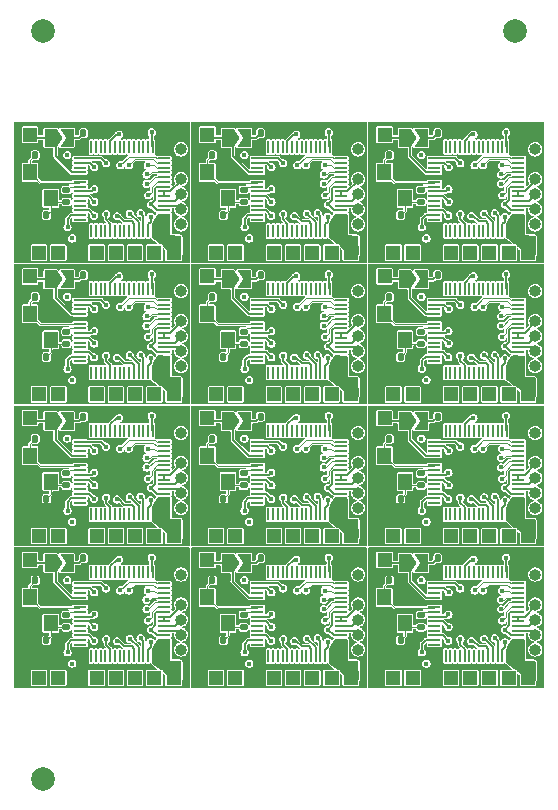
<source format=gtl>
G04 #@! TF.GenerationSoftware,KiCad,Pcbnew,7.0.2-6a45011f42~172~ubuntu22.04.1*
G04 #@! TF.CreationDate,2023-05-28T07:21:03+08:00*
G04 #@! TF.ProjectId,panel_4_3,70616e65-6c5f-4345-9f33-2e6b69636164,rev?*
G04 #@! TF.SameCoordinates,Original*
G04 #@! TF.FileFunction,Copper,L1,Top*
G04 #@! TF.FilePolarity,Positive*
%FSLAX46Y46*%
G04 Gerber Fmt 4.6, Leading zero omitted, Abs format (unit mm)*
G04 Created by KiCad (PCBNEW 7.0.2-6a45011f42~172~ubuntu22.04.1) date 2023-05-28 07:21:03*
%MOMM*%
%LPD*%
G01*
G04 APERTURE LIST*
G04 Aperture macros list*
%AMRoundRect*
0 Rectangle with rounded corners*
0 $1 Rounding radius*
0 $2 $3 $4 $5 $6 $7 $8 $9 X,Y pos of 4 corners*
0 Add a 4 corners polygon primitive as box body*
4,1,4,$2,$3,$4,$5,$6,$7,$8,$9,$2,$3,0*
0 Add four circle primitives for the rounded corners*
1,1,$1+$1,$2,$3*
1,1,$1+$1,$4,$5*
1,1,$1+$1,$6,$7*
1,1,$1+$1,$8,$9*
0 Add four rect primitives between the rounded corners*
20,1,$1+$1,$2,$3,$4,$5,0*
20,1,$1+$1,$4,$5,$6,$7,0*
20,1,$1+$1,$6,$7,$8,$9,0*
20,1,$1+$1,$8,$9,$2,$3,0*%
%AMFreePoly0*
4,1,6,1.000000,0.000000,0.500000,-0.750000,-0.500000,-0.750000,-0.500000,0.750000,0.500000,0.750000,1.000000,0.000000,1.000000,0.000000,$1*%
%AMFreePoly1*
4,1,6,0.500000,-0.750000,-0.650000,-0.750000,-0.150000,0.000000,-0.650000,0.750000,0.500000,0.750000,0.500000,-0.750000,0.500000,-0.750000,$1*%
G04 Aperture macros list end*
G04 #@! TA.AperFunction,ComponentPad*
%ADD10R,1.200000X1.200000*%
G04 #@! TD*
G04 #@! TA.AperFunction,SMDPad,CuDef*
%ADD11R,1.200000X1.400000*%
G04 #@! TD*
G04 #@! TA.AperFunction,ComponentPad*
%ADD12O,1.000000X1.000000*%
G04 #@! TD*
G04 #@! TA.AperFunction,SMDPad,CuDef*
%ADD13FreePoly0,0.000000*%
G04 #@! TD*
G04 #@! TA.AperFunction,SMDPad,CuDef*
%ADD14FreePoly1,0.000000*%
G04 #@! TD*
G04 #@! TA.AperFunction,SMDPad,CuDef*
%ADD15RoundRect,0.140000X-0.140000X-0.170000X0.140000X-0.170000X0.140000X0.170000X-0.140000X0.170000X0*%
G04 #@! TD*
G04 #@! TA.AperFunction,SMDPad,CuDef*
%ADD16RoundRect,0.135000X-0.135000X-0.185000X0.135000X-0.185000X0.135000X0.185000X-0.135000X0.185000X0*%
G04 #@! TD*
G04 #@! TA.AperFunction,SMDPad,CuDef*
%ADD17RoundRect,0.135000X0.185000X-0.135000X0.185000X0.135000X-0.185000X0.135000X-0.185000X-0.135000X0*%
G04 #@! TD*
G04 #@! TA.AperFunction,SMDPad,CuDef*
%ADD18R,0.200000X1.100000*%
G04 #@! TD*
G04 #@! TA.AperFunction,SMDPad,CuDef*
%ADD19R,1.100000X0.200000*%
G04 #@! TD*
G04 #@! TA.AperFunction,SMDPad,CuDef*
%ADD20R,3.100000X3.100000*%
G04 #@! TD*
G04 #@! TA.AperFunction,SMDPad,CuDef*
%ADD21C,2.000000*%
G04 #@! TD*
G04 #@! TA.AperFunction,ViaPad*
%ADD22C,0.450000*%
G04 #@! TD*
G04 #@! TA.AperFunction,Conductor*
%ADD23C,0.200000*%
G04 #@! TD*
G04 #@! TA.AperFunction,Conductor*
%ADD24C,0.100000*%
G04 #@! TD*
G04 APERTURE END LIST*
D10*
G04 #@! TO.P,J3,1,Pin_1*
G04 #@! TO.N,Board_8-NS_CLK*
X51187500Y-46100000D03*
G04 #@! TD*
G04 #@! TO.P,J5,1,Pin_1*
G04 #@! TO.N,Board_7-NS_D0*
X39442500Y-46100000D03*
G04 #@! TD*
G04 #@! TO.P,J9,1,Pin_1*
G04 #@! TO.N,Board_2-GND*
X47932500Y-22100000D03*
G04 #@! TD*
D11*
G04 #@! TO.P,X1,1,OSC1*
G04 #@! TO.N,Board_5-Net-(X1-OSC1)*
X45672000Y-29483000D03*
G04 #@! TO.P,X1,2,2*
G04 #@! TO.N,Board_5-GND*
X45672000Y-27283000D03*
G04 #@! TO.P,X1,3,OSC2*
G04 #@! TO.N,Board_5-XIN*
X43922000Y-27283000D03*
G04 #@! TO.P,X1,4,4*
G04 #@! TO.N,Board_5-GND*
X43922000Y-29483000D03*
G04 #@! TD*
D12*
G04 #@! TO.P,J8,1,Pin_1*
G04 #@! TO.N,Board_10-RST*
X41700000Y-55700000D03*
G04 #@! TO.P,J8,2,Pin_2*
G04 #@! TO.N,Board_10-D-*
X41700000Y-54430000D03*
G04 #@! TO.P,J8,3,Pin_3*
G04 #@! TO.N,Board_10-D+*
X41700000Y-53160000D03*
G04 #@! TO.P,J8,4,Pin_4*
G04 #@! TO.N,Board_10-+3V3*
X41700000Y-51890000D03*
G04 #@! TO.P,J8,5,Pin_5*
G04 #@! TO.N,Board_10-GND*
X41700000Y-50620000D03*
G04 #@! TO.P,J8,6,Pin_6*
G04 #@! TO.N,Board_10-BOOT*
X41700000Y-49350000D03*
G04 #@! TD*
D10*
G04 #@! TO.P,J1,1,Pin_1*
G04 #@! TO.N,Board_0-NS_CPU*
X13930000Y-12110000D03*
G04 #@! TD*
D13*
G04 #@! TO.P,JP1,1,A*
G04 #@! TO.N,Board_5-NS_CPU*
X45655000Y-24360000D03*
D14*
G04 #@! TO.P,JP1,2,B*
G04 #@! TO.N,Board_5-Net-(JP1-B)*
X47105000Y-24360000D03*
G04 #@! TD*
D10*
G04 #@! TO.P,J7,1,Pin_1*
G04 #@! TO.N,Board_7-NS_SCL*
X29677500Y-46100000D03*
G04 #@! TD*
D15*
G04 #@! TO.P,C1,1*
G04 #@! TO.N,Board_5-GND*
X44330000Y-30920000D03*
G04 #@! TO.P,C1,2*
G04 #@! TO.N,Board_5-Net-(X1-OSC1)*
X45290000Y-30920000D03*
G04 #@! TD*
D10*
G04 #@! TO.P,J1,1,Pin_1*
G04 #@! TO.N,Board_9-NS_CPU*
X13930000Y-48110000D03*
G04 #@! TD*
D16*
G04 #@! TO.P,R12,1*
G04 #@! TO.N,Board_5-Net-(JP1-B)*
X48440000Y-23970000D03*
G04 #@! TO.P,R12,2*
G04 #@! TO.N,Board_5-GND*
X49460000Y-23970000D03*
G04 #@! TD*
D10*
G04 #@! TO.P,J6,1,Pin_1*
G04 #@! TO.N,Board_1-NS_SDA*
X31310000Y-22100000D03*
G04 #@! TD*
G04 #@! TO.P,J10,1,Pin_1*
G04 #@! TO.N,Board_2-+3V3*
X56070000Y-22100000D03*
G04 #@! TD*
D16*
G04 #@! TO.P,R12,1*
G04 #@! TO.N,Board_3-Net-(JP1-B)*
X18440000Y-23970000D03*
G04 #@! TO.P,R12,2*
G04 #@! TO.N,Board_3-GND*
X19460000Y-23970000D03*
G04 #@! TD*
G04 #@! TO.P,R12,1*
G04 #@! TO.N,Board_2-Net-(JP1-B)*
X48440000Y-11970000D03*
G04 #@! TO.P,R12,2*
G04 #@! TO.N,Board_2-GND*
X49460000Y-11970000D03*
G04 #@! TD*
D10*
G04 #@! TO.P,J9,1,Pin_1*
G04 #@! TO.N,Board_5-GND*
X47932500Y-34100000D03*
G04 #@! TD*
D11*
G04 #@! TO.P,X1,1,OSC1*
G04 #@! TO.N,Board_7-Net-(X1-OSC1)*
X30672000Y-41483000D03*
G04 #@! TO.P,X1,2,2*
G04 #@! TO.N,Board_7-GND*
X30672000Y-39283000D03*
G04 #@! TO.P,X1,3,OSC2*
G04 #@! TO.N,Board_7-XIN*
X28922000Y-39283000D03*
G04 #@! TO.P,X1,4,4*
G04 #@! TO.N,Board_7-GND*
X28922000Y-41483000D03*
G04 #@! TD*
D15*
G04 #@! TO.P,C3,1*
G04 #@! TO.N,Board_8-XIN*
X44350000Y-37850000D03*
G04 #@! TO.P,C3,2*
G04 #@! TO.N,Board_8-GND*
X45310000Y-37850000D03*
G04 #@! TD*
D10*
G04 #@! TO.P,J4,1,Pin_1*
G04 #@! TO.N,Board_10-NS_CMD*
X37815000Y-58100000D03*
G04 #@! TD*
G04 #@! TO.P,J2,1,Pin_1*
G04 #@! TO.N,Board_3-NS_RST*
X19560000Y-34100000D03*
G04 #@! TD*
G04 #@! TO.P,J2,1,Pin_1*
G04 #@! TO.N,Board_5-NS_RST*
X49560000Y-34100000D03*
G04 #@! TD*
D15*
G04 #@! TO.P,C3,1*
G04 #@! TO.N,Board_3-XIN*
X14350000Y-25850000D03*
G04 #@! TO.P,C3,2*
G04 #@! TO.N,Board_3-GND*
X15310000Y-25850000D03*
G04 #@! TD*
D17*
G04 #@! TO.P,R1,1*
G04 #@! TO.N,Board_10-Net-(X1-OSC1)*
X32000000Y-53800000D03*
G04 #@! TO.P,R1,2*
G04 #@! TO.N,Board_10-XOUT*
X32000000Y-52780000D03*
G04 #@! TD*
D15*
G04 #@! TO.P,C1,1*
G04 #@! TO.N,Board_6-GND*
X14330000Y-42920000D03*
G04 #@! TO.P,C1,2*
G04 #@! TO.N,Board_6-Net-(X1-OSC1)*
X15290000Y-42920000D03*
G04 #@! TD*
D12*
G04 #@! TO.P,J8,1,Pin_1*
G04 #@! TO.N,Board_3-RST*
X26700000Y-31700000D03*
G04 #@! TO.P,J8,2,Pin_2*
G04 #@! TO.N,Board_3-D-*
X26700000Y-30430000D03*
G04 #@! TO.P,J8,3,Pin_3*
G04 #@! TO.N,Board_3-D+*
X26700000Y-29160000D03*
G04 #@! TO.P,J8,4,Pin_4*
G04 #@! TO.N,Board_3-+3V3*
X26700000Y-27890000D03*
G04 #@! TO.P,J8,5,Pin_5*
G04 #@! TO.N,Board_3-GND*
X26700000Y-26620000D03*
G04 #@! TO.P,J8,6,Pin_6*
G04 #@! TO.N,Board_3-BOOT*
X26700000Y-25350000D03*
G04 #@! TD*
D10*
G04 #@! TO.P,J2,1,Pin_1*
G04 #@! TO.N,Board_1-NS_RST*
X34560000Y-22100000D03*
G04 #@! TD*
D13*
G04 #@! TO.P,JP1,1,A*
G04 #@! TO.N,Board_9-NS_CPU*
X15655000Y-48360000D03*
D14*
G04 #@! TO.P,JP1,2,B*
G04 #@! TO.N,Board_9-Net-(JP1-B)*
X17105000Y-48360000D03*
G04 #@! TD*
D10*
G04 #@! TO.P,J1,1,Pin_1*
G04 #@! TO.N,Board_3-NS_CPU*
X13930000Y-24110000D03*
G04 #@! TD*
D11*
G04 #@! TO.P,X1,1,OSC1*
G04 #@! TO.N,Board_0-Net-(X1-OSC1)*
X15672000Y-17483000D03*
G04 #@! TO.P,X1,2,2*
G04 #@! TO.N,Board_0-GND*
X15672000Y-15283000D03*
G04 #@! TO.P,X1,3,OSC2*
G04 #@! TO.N,Board_0-XIN*
X13922000Y-15283000D03*
G04 #@! TO.P,X1,4,4*
G04 #@! TO.N,Board_0-GND*
X13922000Y-17483000D03*
G04 #@! TD*
D15*
G04 #@! TO.P,C3,1*
G04 #@! TO.N,Board_10-XIN*
X29350000Y-49850000D03*
G04 #@! TO.P,C3,2*
G04 #@! TO.N,Board_10-GND*
X30310000Y-49850000D03*
G04 #@! TD*
D12*
G04 #@! TO.P,J8,1,Pin_1*
G04 #@! TO.N,Board_7-RST*
X41700000Y-43700000D03*
G04 #@! TO.P,J8,2,Pin_2*
G04 #@! TO.N,Board_7-D-*
X41700000Y-42430000D03*
G04 #@! TO.P,J8,3,Pin_3*
G04 #@! TO.N,Board_7-D+*
X41700000Y-41160000D03*
G04 #@! TO.P,J8,4,Pin_4*
G04 #@! TO.N,Board_7-+3V3*
X41700000Y-39890000D03*
G04 #@! TO.P,J8,5,Pin_5*
G04 #@! TO.N,Board_7-GND*
X41700000Y-38620000D03*
G04 #@! TO.P,J8,6,Pin_6*
G04 #@! TO.N,Board_7-BOOT*
X41700000Y-37350000D03*
G04 #@! TD*
D13*
G04 #@! TO.P,JP1,1,A*
G04 #@! TO.N,Board_11-NS_CPU*
X45655000Y-48360000D03*
D14*
G04 #@! TO.P,JP1,2,B*
G04 #@! TO.N,Board_11-Net-(JP1-B)*
X47105000Y-48360000D03*
G04 #@! TD*
D12*
G04 #@! TO.P,J8,1,Pin_1*
G04 #@! TO.N,Board_6-RST*
X26700000Y-43700000D03*
G04 #@! TO.P,J8,2,Pin_2*
G04 #@! TO.N,Board_6-D-*
X26700000Y-42430000D03*
G04 #@! TO.P,J8,3,Pin_3*
G04 #@! TO.N,Board_6-D+*
X26700000Y-41160000D03*
G04 #@! TO.P,J8,4,Pin_4*
G04 #@! TO.N,Board_6-+3V3*
X26700000Y-39890000D03*
G04 #@! TO.P,J8,5,Pin_5*
G04 #@! TO.N,Board_6-GND*
X26700000Y-38620000D03*
G04 #@! TO.P,J8,6,Pin_6*
G04 #@! TO.N,Board_6-BOOT*
X26700000Y-37350000D03*
G04 #@! TD*
D10*
G04 #@! TO.P,J6,1,Pin_1*
G04 #@! TO.N,Board_8-NS_SDA*
X46310000Y-46100000D03*
G04 #@! TD*
G04 #@! TO.P,J2,1,Pin_1*
G04 #@! TO.N,Board_10-NS_RST*
X34560000Y-58100000D03*
G04 #@! TD*
G04 #@! TO.P,J7,1,Pin_1*
G04 #@! TO.N,Board_4-NS_SCL*
X29677500Y-34100000D03*
G04 #@! TD*
D12*
G04 #@! TO.P,J8,1,Pin_1*
G04 #@! TO.N,Board_9-RST*
X26700000Y-55700000D03*
G04 #@! TO.P,J8,2,Pin_2*
G04 #@! TO.N,Board_9-D-*
X26700000Y-54430000D03*
G04 #@! TO.P,J8,3,Pin_3*
G04 #@! TO.N,Board_9-D+*
X26700000Y-53160000D03*
G04 #@! TO.P,J8,4,Pin_4*
G04 #@! TO.N,Board_9-+3V3*
X26700000Y-51890000D03*
G04 #@! TO.P,J8,5,Pin_5*
G04 #@! TO.N,Board_9-GND*
X26700000Y-50620000D03*
G04 #@! TO.P,J8,6,Pin_6*
G04 #@! TO.N,Board_9-BOOT*
X26700000Y-49350000D03*
G04 #@! TD*
D10*
G04 #@! TO.P,J9,1,Pin_1*
G04 #@! TO.N,Board_9-GND*
X17932500Y-58100000D03*
G04 #@! TD*
G04 #@! TO.P,J5,1,Pin_1*
G04 #@! TO.N,Board_10-NS_D0*
X39442500Y-58100000D03*
G04 #@! TD*
D18*
G04 #@! TO.P,U1,1,IOVDD*
G04 #@! TO.N,Board_8-+3V3*
X54305000Y-37155000D03*
G04 #@! TO.P,U1,2,GPIO0*
G04 #@! TO.N,Board_8-unconnected-(U1-GPIO0-Pad2)*
X53905000Y-37155000D03*
G04 #@! TO.P,U1,3,GPIO1*
G04 #@! TO.N,Board_8-unconnected-(U1-GPIO1-Pad3)*
X53505000Y-37155000D03*
G04 #@! TO.P,U1,4,GPIO2*
G04 #@! TO.N,Board_8-unconnected-(U1-GPIO2-Pad4)*
X53105000Y-37155000D03*
G04 #@! TO.P,U1,5,GPIO3*
G04 #@! TO.N,Board_8-unconnected-(U1-GPIO3-Pad5)*
X52705000Y-37155000D03*
G04 #@! TO.P,U1,6,GPIO4*
G04 #@! TO.N,Board_8-unconnected-(U1-GPIO4-Pad6)*
X52305000Y-37155000D03*
G04 #@! TO.P,U1,7,GPIO5*
G04 #@! TO.N,Board_8-unconnected-(U1-GPIO5-Pad7)*
X51905000Y-37155000D03*
G04 #@! TO.P,U1,8,GPIO6*
G04 #@! TO.N,Board_8-unconnected-(U1-GPIO6-Pad8)*
X51505000Y-37155000D03*
G04 #@! TO.P,U1,9,GPIO7*
G04 #@! TO.N,Board_8-unconnected-(U1-GPIO7-Pad9)*
X51105000Y-37155000D03*
G04 #@! TO.P,U1,10,IOVDD*
G04 #@! TO.N,Board_8-+3V3*
X50705000Y-37155000D03*
G04 #@! TO.P,U1,11,GPIO8*
G04 #@! TO.N,Board_8-unconnected-(U1-GPIO8-Pad11)*
X50305000Y-37155000D03*
G04 #@! TO.P,U1,12,GPIO9*
G04 #@! TO.N,Board_8-unconnected-(U1-GPIO9-Pad12)*
X49905000Y-37155000D03*
G04 #@! TO.P,U1,13,GPIO10*
G04 #@! TO.N,Board_8-unconnected-(U1-GPIO10-Pad13)*
X49505000Y-37155000D03*
G04 #@! TO.P,U1,14,GPIO11*
G04 #@! TO.N,Board_8-unconnected-(U1-GPIO11-Pad14)*
X49105000Y-37155000D03*
D19*
G04 #@! TO.P,U1,15,GPIO12*
G04 #@! TO.N,Board_8-NS_SDA*
X48155000Y-38105000D03*
G04 #@! TO.P,U1,16,GPIO13*
G04 #@! TO.N,Board_8-NS_SCL*
X48155000Y-38505000D03*
G04 #@! TO.P,U1,17,GPIO14*
G04 #@! TO.N,Board_8-unconnected-(U1-GPIO14-Pad17)*
X48155000Y-38905000D03*
G04 #@! TO.P,U1,18,GPIO15*
G04 #@! TO.N,Board_8-NS_CPU*
X48155000Y-39305000D03*
G04 #@! TO.P,U1,19,TESTEN*
G04 #@! TO.N,Board_8-GND*
X48155000Y-39705000D03*
G04 #@! TO.P,U1,20,XIN*
G04 #@! TO.N,Board_8-XIN*
X48155000Y-40105000D03*
G04 #@! TO.P,U1,21,XOUT*
G04 #@! TO.N,Board_8-XOUT*
X48155000Y-40505000D03*
G04 #@! TO.P,U1,22,IOVDD*
G04 #@! TO.N,Board_8-+3V3*
X48155000Y-40905000D03*
G04 #@! TO.P,U1,23,DVDD*
G04 #@! TO.N,Board_8-+1V1*
X48155000Y-41305000D03*
G04 #@! TO.P,U1,24,SWCLK*
G04 #@! TO.N,Board_8-DBG_CLK*
X48155000Y-41705000D03*
G04 #@! TO.P,U1,25,SWD*
G04 #@! TO.N,Board_8-DBG_DAT*
X48155000Y-42105000D03*
G04 #@! TO.P,U1,26,RUN*
G04 #@! TO.N,Board_8-RST*
X48155000Y-42505000D03*
G04 #@! TO.P,U1,27,GPIO16*
G04 #@! TO.N,Board_8-LED_DATA*
X48155000Y-42905000D03*
G04 #@! TO.P,U1,28,GPIO17*
G04 #@! TO.N,Board_8-unconnected-(U1-GPIO17-Pad28)*
X48155000Y-43305000D03*
D18*
G04 #@! TO.P,U1,29,GPIO18*
G04 #@! TO.N,Board_8-unconnected-(U1-GPIO18-Pad29)*
X49105000Y-44255000D03*
G04 #@! TO.P,U1,30,GPIO19*
G04 #@! TO.N,Board_8-unconnected-(U1-GPIO19-Pad30)*
X49505000Y-44255000D03*
G04 #@! TO.P,U1,31,GPIO20*
G04 #@! TO.N,Board_8-unconnected-(U1-GPIO20-Pad31)*
X49905000Y-44255000D03*
G04 #@! TO.P,U1,32,GPIO21*
G04 #@! TO.N,Board_8-unconnected-(U1-GPIO21-Pad32)*
X50305000Y-44255000D03*
G04 #@! TO.P,U1,33,IOVDD*
G04 #@! TO.N,Board_8-+3V3*
X50705000Y-44255000D03*
G04 #@! TO.P,U1,34,GPIO22*
G04 #@! TO.N,Board_8-unconnected-(U1-GPIO22-Pad34)*
X51105000Y-44255000D03*
G04 #@! TO.P,U1,35,GPIO23*
G04 #@! TO.N,Board_8-unconnected-(U1-GPIO23-Pad35)*
X51505000Y-44255000D03*
G04 #@! TO.P,U1,36,GPIO24*
G04 #@! TO.N,Board_8-unconnected-(U1-GPIO24-Pad36)*
X51905000Y-44255000D03*
G04 #@! TO.P,U1,37,GPIO25*
G04 #@! TO.N,Board_8-unconnected-(U1-GPIO25-Pad37)*
X52305000Y-44255000D03*
G04 #@! TO.P,U1,38,GPIO26_ADC0*
G04 #@! TO.N,Board_8-Net-(U1-GPIO26_ADC0)*
X52705000Y-44255000D03*
G04 #@! TO.P,U1,39,GPIO27_ADC1*
G04 #@! TO.N,Board_8-Net-(U1-GPIO27_ADC1)*
X53105000Y-44255000D03*
G04 #@! TO.P,U1,40,GPIO28_ADC2*
G04 #@! TO.N,Board_8-Net-(U1-GPIO28_ADC2)*
X53505000Y-44255000D03*
G04 #@! TO.P,U1,41,GPIO29_ADC3*
G04 #@! TO.N,Board_8-Net-(U1-GPIO29_ADC3)*
X53905000Y-44255000D03*
G04 #@! TO.P,U1,42,IOVDD*
G04 #@! TO.N,Board_8-+3V3*
X54305000Y-44255000D03*
D19*
G04 #@! TO.P,U1,43,ADC_AVDD*
X55255000Y-43305000D03*
G04 #@! TO.P,U1,44,VREG_IN*
X55255000Y-42905000D03*
G04 #@! TO.P,U1,45,VREG_VOUT*
G04 #@! TO.N,Board_8-+1V1*
X55255000Y-42505000D03*
G04 #@! TO.P,U1,46,USB_DM*
G04 #@! TO.N,Board_8-D-*
X55255000Y-42105000D03*
G04 #@! TO.P,U1,47,USB_DP*
G04 #@! TO.N,Board_8-D+*
X55255000Y-41705000D03*
G04 #@! TO.P,U1,48,USB_VDD*
G04 #@! TO.N,Board_8-+3V3*
X55255000Y-41305000D03*
G04 #@! TO.P,U1,49,IOVDD*
X55255000Y-40905000D03*
G04 #@! TO.P,U1,50,DVDD*
G04 #@! TO.N,Board_8-+1V1*
X55255000Y-40505000D03*
G04 #@! TO.P,U1,51,QSPI_SD3*
G04 #@! TO.N,Board_8-QSPI_SD3*
X55255000Y-40105000D03*
G04 #@! TO.P,U1,52,QSPI_SCLK*
G04 #@! TO.N,Board_8-QSPI_SCK*
X55255000Y-39705000D03*
G04 #@! TO.P,U1,53,QSPI_SD0*
G04 #@! TO.N,Board_8-QSPI_SD0*
X55255000Y-39305000D03*
G04 #@! TO.P,U1,54,QSPI_SD2*
G04 #@! TO.N,Board_8-QSPI_SD2*
X55255000Y-38905000D03*
G04 #@! TO.P,U1,55,QSPI_SD1*
G04 #@! TO.N,Board_8-QSPI_SD1*
X55255000Y-38505000D03*
G04 #@! TO.P,U1,56,QSPI_SS*
G04 #@! TO.N,Board_8-QSPI_CS*
X55255000Y-38105000D03*
D20*
G04 #@! TO.P,U1,57,GND*
G04 #@! TO.N,Board_8-GND*
X51705000Y-40705000D03*
G04 #@! TD*
D12*
G04 #@! TO.P,J8,1,Pin_1*
G04 #@! TO.N,Board_1-RST*
X41700000Y-19700000D03*
G04 #@! TO.P,J8,2,Pin_2*
G04 #@! TO.N,Board_1-D-*
X41700000Y-18430000D03*
G04 #@! TO.P,J8,3,Pin_3*
G04 #@! TO.N,Board_1-D+*
X41700000Y-17160000D03*
G04 #@! TO.P,J8,4,Pin_4*
G04 #@! TO.N,Board_1-+3V3*
X41700000Y-15890000D03*
G04 #@! TO.P,J8,5,Pin_5*
G04 #@! TO.N,Board_1-GND*
X41700000Y-14620000D03*
G04 #@! TO.P,J8,6,Pin_6*
G04 #@! TO.N,Board_1-BOOT*
X41700000Y-13350000D03*
G04 #@! TD*
D10*
G04 #@! TO.P,J2,1,Pin_1*
G04 #@! TO.N,Board_2-NS_RST*
X49560000Y-22100000D03*
G04 #@! TD*
G04 #@! TO.P,J5,1,Pin_1*
G04 #@! TO.N,Board_5-NS_D0*
X54442500Y-34100000D03*
G04 #@! TD*
D16*
G04 #@! TO.P,R12,1*
G04 #@! TO.N,Board_8-Net-(JP1-B)*
X48440000Y-35970000D03*
G04 #@! TO.P,R12,2*
G04 #@! TO.N,Board_8-GND*
X49460000Y-35970000D03*
G04 #@! TD*
D15*
G04 #@! TO.P,C3,1*
G04 #@! TO.N,Board_11-XIN*
X44350000Y-49850000D03*
G04 #@! TO.P,C3,2*
G04 #@! TO.N,Board_11-GND*
X45310000Y-49850000D03*
G04 #@! TD*
D10*
G04 #@! TO.P,J4,1,Pin_1*
G04 #@! TO.N,Board_4-NS_CMD*
X37815000Y-34100000D03*
G04 #@! TD*
G04 #@! TO.P,J2,1,Pin_1*
G04 #@! TO.N,Board_7-NS_RST*
X34560000Y-46100000D03*
G04 #@! TD*
G04 #@! TO.P,J9,1,Pin_1*
G04 #@! TO.N,Board_0-GND*
X17932500Y-22100000D03*
G04 #@! TD*
G04 #@! TO.P,J6,1,Pin_1*
G04 #@! TO.N,Board_3-NS_SDA*
X16310000Y-34100000D03*
G04 #@! TD*
G04 #@! TO.P,J5,1,Pin_1*
G04 #@! TO.N,Board_4-NS_D0*
X39442500Y-34100000D03*
G04 #@! TD*
G04 #@! TO.P,J1,1,Pin_1*
G04 #@! TO.N,Board_8-NS_CPU*
X43930000Y-36110000D03*
G04 #@! TD*
G04 #@! TO.P,J9,1,Pin_1*
G04 #@! TO.N,Board_1-GND*
X32932500Y-22100000D03*
G04 #@! TD*
G04 #@! TO.P,J4,1,Pin_1*
G04 #@! TO.N,Board_1-NS_CMD*
X37815000Y-22100000D03*
G04 #@! TD*
D15*
G04 #@! TO.P,C3,1*
G04 #@! TO.N,Board_5-XIN*
X44350000Y-25850000D03*
G04 #@! TO.P,C3,2*
G04 #@! TO.N,Board_5-GND*
X45310000Y-25850000D03*
G04 #@! TD*
D11*
G04 #@! TO.P,X1,1,OSC1*
G04 #@! TO.N,Board_8-Net-(X1-OSC1)*
X45672000Y-41483000D03*
G04 #@! TO.P,X1,2,2*
G04 #@! TO.N,Board_8-GND*
X45672000Y-39283000D03*
G04 #@! TO.P,X1,3,OSC2*
G04 #@! TO.N,Board_8-XIN*
X43922000Y-39283000D03*
G04 #@! TO.P,X1,4,4*
G04 #@! TO.N,Board_8-GND*
X43922000Y-41483000D03*
G04 #@! TD*
D10*
G04 #@! TO.P,J9,1,Pin_1*
G04 #@! TO.N,Board_3-GND*
X17932500Y-34100000D03*
G04 #@! TD*
G04 #@! TO.P,J10,1,Pin_1*
G04 #@! TO.N,Board_0-+3V3*
X26070000Y-22100000D03*
G04 #@! TD*
D18*
G04 #@! TO.P,U1,1,IOVDD*
G04 #@! TO.N,Board_10-+3V3*
X39305000Y-49155000D03*
G04 #@! TO.P,U1,2,GPIO0*
G04 #@! TO.N,Board_10-unconnected-(U1-GPIO0-Pad2)*
X38905000Y-49155000D03*
G04 #@! TO.P,U1,3,GPIO1*
G04 #@! TO.N,Board_10-unconnected-(U1-GPIO1-Pad3)*
X38505000Y-49155000D03*
G04 #@! TO.P,U1,4,GPIO2*
G04 #@! TO.N,Board_10-unconnected-(U1-GPIO2-Pad4)*
X38105000Y-49155000D03*
G04 #@! TO.P,U1,5,GPIO3*
G04 #@! TO.N,Board_10-unconnected-(U1-GPIO3-Pad5)*
X37705000Y-49155000D03*
G04 #@! TO.P,U1,6,GPIO4*
G04 #@! TO.N,Board_10-unconnected-(U1-GPIO4-Pad6)*
X37305000Y-49155000D03*
G04 #@! TO.P,U1,7,GPIO5*
G04 #@! TO.N,Board_10-unconnected-(U1-GPIO5-Pad7)*
X36905000Y-49155000D03*
G04 #@! TO.P,U1,8,GPIO6*
G04 #@! TO.N,Board_10-unconnected-(U1-GPIO6-Pad8)*
X36505000Y-49155000D03*
G04 #@! TO.P,U1,9,GPIO7*
G04 #@! TO.N,Board_10-unconnected-(U1-GPIO7-Pad9)*
X36105000Y-49155000D03*
G04 #@! TO.P,U1,10,IOVDD*
G04 #@! TO.N,Board_10-+3V3*
X35705000Y-49155000D03*
G04 #@! TO.P,U1,11,GPIO8*
G04 #@! TO.N,Board_10-unconnected-(U1-GPIO8-Pad11)*
X35305000Y-49155000D03*
G04 #@! TO.P,U1,12,GPIO9*
G04 #@! TO.N,Board_10-unconnected-(U1-GPIO9-Pad12)*
X34905000Y-49155000D03*
G04 #@! TO.P,U1,13,GPIO10*
G04 #@! TO.N,Board_10-unconnected-(U1-GPIO10-Pad13)*
X34505000Y-49155000D03*
G04 #@! TO.P,U1,14,GPIO11*
G04 #@! TO.N,Board_10-unconnected-(U1-GPIO11-Pad14)*
X34105000Y-49155000D03*
D19*
G04 #@! TO.P,U1,15,GPIO12*
G04 #@! TO.N,Board_10-NS_SDA*
X33155000Y-50105000D03*
G04 #@! TO.P,U1,16,GPIO13*
G04 #@! TO.N,Board_10-NS_SCL*
X33155000Y-50505000D03*
G04 #@! TO.P,U1,17,GPIO14*
G04 #@! TO.N,Board_10-unconnected-(U1-GPIO14-Pad17)*
X33155000Y-50905000D03*
G04 #@! TO.P,U1,18,GPIO15*
G04 #@! TO.N,Board_10-NS_CPU*
X33155000Y-51305000D03*
G04 #@! TO.P,U1,19,TESTEN*
G04 #@! TO.N,Board_10-GND*
X33155000Y-51705000D03*
G04 #@! TO.P,U1,20,XIN*
G04 #@! TO.N,Board_10-XIN*
X33155000Y-52105000D03*
G04 #@! TO.P,U1,21,XOUT*
G04 #@! TO.N,Board_10-XOUT*
X33155000Y-52505000D03*
G04 #@! TO.P,U1,22,IOVDD*
G04 #@! TO.N,Board_10-+3V3*
X33155000Y-52905000D03*
G04 #@! TO.P,U1,23,DVDD*
G04 #@! TO.N,Board_10-+1V1*
X33155000Y-53305000D03*
G04 #@! TO.P,U1,24,SWCLK*
G04 #@! TO.N,Board_10-DBG_CLK*
X33155000Y-53705000D03*
G04 #@! TO.P,U1,25,SWD*
G04 #@! TO.N,Board_10-DBG_DAT*
X33155000Y-54105000D03*
G04 #@! TO.P,U1,26,RUN*
G04 #@! TO.N,Board_10-RST*
X33155000Y-54505000D03*
G04 #@! TO.P,U1,27,GPIO16*
G04 #@! TO.N,Board_10-LED_DATA*
X33155000Y-54905000D03*
G04 #@! TO.P,U1,28,GPIO17*
G04 #@! TO.N,Board_10-unconnected-(U1-GPIO17-Pad28)*
X33155000Y-55305000D03*
D18*
G04 #@! TO.P,U1,29,GPIO18*
G04 #@! TO.N,Board_10-unconnected-(U1-GPIO18-Pad29)*
X34105000Y-56255000D03*
G04 #@! TO.P,U1,30,GPIO19*
G04 #@! TO.N,Board_10-unconnected-(U1-GPIO19-Pad30)*
X34505000Y-56255000D03*
G04 #@! TO.P,U1,31,GPIO20*
G04 #@! TO.N,Board_10-unconnected-(U1-GPIO20-Pad31)*
X34905000Y-56255000D03*
G04 #@! TO.P,U1,32,GPIO21*
G04 #@! TO.N,Board_10-unconnected-(U1-GPIO21-Pad32)*
X35305000Y-56255000D03*
G04 #@! TO.P,U1,33,IOVDD*
G04 #@! TO.N,Board_10-+3V3*
X35705000Y-56255000D03*
G04 #@! TO.P,U1,34,GPIO22*
G04 #@! TO.N,Board_10-unconnected-(U1-GPIO22-Pad34)*
X36105000Y-56255000D03*
G04 #@! TO.P,U1,35,GPIO23*
G04 #@! TO.N,Board_10-unconnected-(U1-GPIO23-Pad35)*
X36505000Y-56255000D03*
G04 #@! TO.P,U1,36,GPIO24*
G04 #@! TO.N,Board_10-unconnected-(U1-GPIO24-Pad36)*
X36905000Y-56255000D03*
G04 #@! TO.P,U1,37,GPIO25*
G04 #@! TO.N,Board_10-unconnected-(U1-GPIO25-Pad37)*
X37305000Y-56255000D03*
G04 #@! TO.P,U1,38,GPIO26_ADC0*
G04 #@! TO.N,Board_10-Net-(U1-GPIO26_ADC0)*
X37705000Y-56255000D03*
G04 #@! TO.P,U1,39,GPIO27_ADC1*
G04 #@! TO.N,Board_10-Net-(U1-GPIO27_ADC1)*
X38105000Y-56255000D03*
G04 #@! TO.P,U1,40,GPIO28_ADC2*
G04 #@! TO.N,Board_10-Net-(U1-GPIO28_ADC2)*
X38505000Y-56255000D03*
G04 #@! TO.P,U1,41,GPIO29_ADC3*
G04 #@! TO.N,Board_10-Net-(U1-GPIO29_ADC3)*
X38905000Y-56255000D03*
G04 #@! TO.P,U1,42,IOVDD*
G04 #@! TO.N,Board_10-+3V3*
X39305000Y-56255000D03*
D19*
G04 #@! TO.P,U1,43,ADC_AVDD*
X40255000Y-55305000D03*
G04 #@! TO.P,U1,44,VREG_IN*
X40255000Y-54905000D03*
G04 #@! TO.P,U1,45,VREG_VOUT*
G04 #@! TO.N,Board_10-+1V1*
X40255000Y-54505000D03*
G04 #@! TO.P,U1,46,USB_DM*
G04 #@! TO.N,Board_10-D-*
X40255000Y-54105000D03*
G04 #@! TO.P,U1,47,USB_DP*
G04 #@! TO.N,Board_10-D+*
X40255000Y-53705000D03*
G04 #@! TO.P,U1,48,USB_VDD*
G04 #@! TO.N,Board_10-+3V3*
X40255000Y-53305000D03*
G04 #@! TO.P,U1,49,IOVDD*
X40255000Y-52905000D03*
G04 #@! TO.P,U1,50,DVDD*
G04 #@! TO.N,Board_10-+1V1*
X40255000Y-52505000D03*
G04 #@! TO.P,U1,51,QSPI_SD3*
G04 #@! TO.N,Board_10-QSPI_SD3*
X40255000Y-52105000D03*
G04 #@! TO.P,U1,52,QSPI_SCLK*
G04 #@! TO.N,Board_10-QSPI_SCK*
X40255000Y-51705000D03*
G04 #@! TO.P,U1,53,QSPI_SD0*
G04 #@! TO.N,Board_10-QSPI_SD0*
X40255000Y-51305000D03*
G04 #@! TO.P,U1,54,QSPI_SD2*
G04 #@! TO.N,Board_10-QSPI_SD2*
X40255000Y-50905000D03*
G04 #@! TO.P,U1,55,QSPI_SD1*
G04 #@! TO.N,Board_10-QSPI_SD1*
X40255000Y-50505000D03*
G04 #@! TO.P,U1,56,QSPI_SS*
G04 #@! TO.N,Board_10-QSPI_CS*
X40255000Y-50105000D03*
D20*
G04 #@! TO.P,U1,57,GND*
G04 #@! TO.N,Board_10-GND*
X36705000Y-52705000D03*
G04 #@! TD*
D10*
G04 #@! TO.P,J3,1,Pin_1*
G04 #@! TO.N,Board_4-NS_CLK*
X36187500Y-34100000D03*
G04 #@! TD*
D13*
G04 #@! TO.P,JP1,1,A*
G04 #@! TO.N,Board_8-NS_CPU*
X45655000Y-36360000D03*
D14*
G04 #@! TO.P,JP1,2,B*
G04 #@! TO.N,Board_8-Net-(JP1-B)*
X47105000Y-36360000D03*
G04 #@! TD*
D10*
G04 #@! TO.P,J7,1,Pin_1*
G04 #@! TO.N,Board_3-NS_SCL*
X14677500Y-34100000D03*
G04 #@! TD*
D17*
G04 #@! TO.P,R1,1*
G04 #@! TO.N,Board_1-Net-(X1-OSC1)*
X32000000Y-17800000D03*
G04 #@! TO.P,R1,2*
G04 #@! TO.N,Board_1-XOUT*
X32000000Y-16780000D03*
G04 #@! TD*
D10*
G04 #@! TO.P,J2,1,Pin_1*
G04 #@! TO.N,Board_9-NS_RST*
X19560000Y-58100000D03*
G04 #@! TD*
D17*
G04 #@! TO.P,R1,1*
G04 #@! TO.N,Board_9-Net-(X1-OSC1)*
X17000000Y-53800000D03*
G04 #@! TO.P,R1,2*
G04 #@! TO.N,Board_9-XOUT*
X17000000Y-52780000D03*
G04 #@! TD*
G04 #@! TO.P,R1,1*
G04 #@! TO.N,Board_3-Net-(X1-OSC1)*
X17000000Y-29800000D03*
G04 #@! TO.P,R1,2*
G04 #@! TO.N,Board_3-XOUT*
X17000000Y-28780000D03*
G04 #@! TD*
D18*
G04 #@! TO.P,U1,1,IOVDD*
G04 #@! TO.N,Board_1-+3V3*
X39305000Y-13155000D03*
G04 #@! TO.P,U1,2,GPIO0*
G04 #@! TO.N,Board_1-unconnected-(U1-GPIO0-Pad2)*
X38905000Y-13155000D03*
G04 #@! TO.P,U1,3,GPIO1*
G04 #@! TO.N,Board_1-unconnected-(U1-GPIO1-Pad3)*
X38505000Y-13155000D03*
G04 #@! TO.P,U1,4,GPIO2*
G04 #@! TO.N,Board_1-unconnected-(U1-GPIO2-Pad4)*
X38105000Y-13155000D03*
G04 #@! TO.P,U1,5,GPIO3*
G04 #@! TO.N,Board_1-unconnected-(U1-GPIO3-Pad5)*
X37705000Y-13155000D03*
G04 #@! TO.P,U1,6,GPIO4*
G04 #@! TO.N,Board_1-unconnected-(U1-GPIO4-Pad6)*
X37305000Y-13155000D03*
G04 #@! TO.P,U1,7,GPIO5*
G04 #@! TO.N,Board_1-unconnected-(U1-GPIO5-Pad7)*
X36905000Y-13155000D03*
G04 #@! TO.P,U1,8,GPIO6*
G04 #@! TO.N,Board_1-unconnected-(U1-GPIO6-Pad8)*
X36505000Y-13155000D03*
G04 #@! TO.P,U1,9,GPIO7*
G04 #@! TO.N,Board_1-unconnected-(U1-GPIO7-Pad9)*
X36105000Y-13155000D03*
G04 #@! TO.P,U1,10,IOVDD*
G04 #@! TO.N,Board_1-+3V3*
X35705000Y-13155000D03*
G04 #@! TO.P,U1,11,GPIO8*
G04 #@! TO.N,Board_1-unconnected-(U1-GPIO8-Pad11)*
X35305000Y-13155000D03*
G04 #@! TO.P,U1,12,GPIO9*
G04 #@! TO.N,Board_1-unconnected-(U1-GPIO9-Pad12)*
X34905000Y-13155000D03*
G04 #@! TO.P,U1,13,GPIO10*
G04 #@! TO.N,Board_1-unconnected-(U1-GPIO10-Pad13)*
X34505000Y-13155000D03*
G04 #@! TO.P,U1,14,GPIO11*
G04 #@! TO.N,Board_1-unconnected-(U1-GPIO11-Pad14)*
X34105000Y-13155000D03*
D19*
G04 #@! TO.P,U1,15,GPIO12*
G04 #@! TO.N,Board_1-NS_SDA*
X33155000Y-14105000D03*
G04 #@! TO.P,U1,16,GPIO13*
G04 #@! TO.N,Board_1-NS_SCL*
X33155000Y-14505000D03*
G04 #@! TO.P,U1,17,GPIO14*
G04 #@! TO.N,Board_1-unconnected-(U1-GPIO14-Pad17)*
X33155000Y-14905000D03*
G04 #@! TO.P,U1,18,GPIO15*
G04 #@! TO.N,Board_1-NS_CPU*
X33155000Y-15305000D03*
G04 #@! TO.P,U1,19,TESTEN*
G04 #@! TO.N,Board_1-GND*
X33155000Y-15705000D03*
G04 #@! TO.P,U1,20,XIN*
G04 #@! TO.N,Board_1-XIN*
X33155000Y-16105000D03*
G04 #@! TO.P,U1,21,XOUT*
G04 #@! TO.N,Board_1-XOUT*
X33155000Y-16505000D03*
G04 #@! TO.P,U1,22,IOVDD*
G04 #@! TO.N,Board_1-+3V3*
X33155000Y-16905000D03*
G04 #@! TO.P,U1,23,DVDD*
G04 #@! TO.N,Board_1-+1V1*
X33155000Y-17305000D03*
G04 #@! TO.P,U1,24,SWCLK*
G04 #@! TO.N,Board_1-DBG_CLK*
X33155000Y-17705000D03*
G04 #@! TO.P,U1,25,SWD*
G04 #@! TO.N,Board_1-DBG_DAT*
X33155000Y-18105000D03*
G04 #@! TO.P,U1,26,RUN*
G04 #@! TO.N,Board_1-RST*
X33155000Y-18505000D03*
G04 #@! TO.P,U1,27,GPIO16*
G04 #@! TO.N,Board_1-LED_DATA*
X33155000Y-18905000D03*
G04 #@! TO.P,U1,28,GPIO17*
G04 #@! TO.N,Board_1-unconnected-(U1-GPIO17-Pad28)*
X33155000Y-19305000D03*
D18*
G04 #@! TO.P,U1,29,GPIO18*
G04 #@! TO.N,Board_1-unconnected-(U1-GPIO18-Pad29)*
X34105000Y-20255000D03*
G04 #@! TO.P,U1,30,GPIO19*
G04 #@! TO.N,Board_1-unconnected-(U1-GPIO19-Pad30)*
X34505000Y-20255000D03*
G04 #@! TO.P,U1,31,GPIO20*
G04 #@! TO.N,Board_1-unconnected-(U1-GPIO20-Pad31)*
X34905000Y-20255000D03*
G04 #@! TO.P,U1,32,GPIO21*
G04 #@! TO.N,Board_1-unconnected-(U1-GPIO21-Pad32)*
X35305000Y-20255000D03*
G04 #@! TO.P,U1,33,IOVDD*
G04 #@! TO.N,Board_1-+3V3*
X35705000Y-20255000D03*
G04 #@! TO.P,U1,34,GPIO22*
G04 #@! TO.N,Board_1-unconnected-(U1-GPIO22-Pad34)*
X36105000Y-20255000D03*
G04 #@! TO.P,U1,35,GPIO23*
G04 #@! TO.N,Board_1-unconnected-(U1-GPIO23-Pad35)*
X36505000Y-20255000D03*
G04 #@! TO.P,U1,36,GPIO24*
G04 #@! TO.N,Board_1-unconnected-(U1-GPIO24-Pad36)*
X36905000Y-20255000D03*
G04 #@! TO.P,U1,37,GPIO25*
G04 #@! TO.N,Board_1-unconnected-(U1-GPIO25-Pad37)*
X37305000Y-20255000D03*
G04 #@! TO.P,U1,38,GPIO26_ADC0*
G04 #@! TO.N,Board_1-Net-(U1-GPIO26_ADC0)*
X37705000Y-20255000D03*
G04 #@! TO.P,U1,39,GPIO27_ADC1*
G04 #@! TO.N,Board_1-Net-(U1-GPIO27_ADC1)*
X38105000Y-20255000D03*
G04 #@! TO.P,U1,40,GPIO28_ADC2*
G04 #@! TO.N,Board_1-Net-(U1-GPIO28_ADC2)*
X38505000Y-20255000D03*
G04 #@! TO.P,U1,41,GPIO29_ADC3*
G04 #@! TO.N,Board_1-Net-(U1-GPIO29_ADC3)*
X38905000Y-20255000D03*
G04 #@! TO.P,U1,42,IOVDD*
G04 #@! TO.N,Board_1-+3V3*
X39305000Y-20255000D03*
D19*
G04 #@! TO.P,U1,43,ADC_AVDD*
X40255000Y-19305000D03*
G04 #@! TO.P,U1,44,VREG_IN*
X40255000Y-18905000D03*
G04 #@! TO.P,U1,45,VREG_VOUT*
G04 #@! TO.N,Board_1-+1V1*
X40255000Y-18505000D03*
G04 #@! TO.P,U1,46,USB_DM*
G04 #@! TO.N,Board_1-D-*
X40255000Y-18105000D03*
G04 #@! TO.P,U1,47,USB_DP*
G04 #@! TO.N,Board_1-D+*
X40255000Y-17705000D03*
G04 #@! TO.P,U1,48,USB_VDD*
G04 #@! TO.N,Board_1-+3V3*
X40255000Y-17305000D03*
G04 #@! TO.P,U1,49,IOVDD*
X40255000Y-16905000D03*
G04 #@! TO.P,U1,50,DVDD*
G04 #@! TO.N,Board_1-+1V1*
X40255000Y-16505000D03*
G04 #@! TO.P,U1,51,QSPI_SD3*
G04 #@! TO.N,Board_1-QSPI_SD3*
X40255000Y-16105000D03*
G04 #@! TO.P,U1,52,QSPI_SCLK*
G04 #@! TO.N,Board_1-QSPI_SCK*
X40255000Y-15705000D03*
G04 #@! TO.P,U1,53,QSPI_SD0*
G04 #@! TO.N,Board_1-QSPI_SD0*
X40255000Y-15305000D03*
G04 #@! TO.P,U1,54,QSPI_SD2*
G04 #@! TO.N,Board_1-QSPI_SD2*
X40255000Y-14905000D03*
G04 #@! TO.P,U1,55,QSPI_SD1*
G04 #@! TO.N,Board_1-QSPI_SD1*
X40255000Y-14505000D03*
G04 #@! TO.P,U1,56,QSPI_SS*
G04 #@! TO.N,Board_1-QSPI_CS*
X40255000Y-14105000D03*
D20*
G04 #@! TO.P,U1,57,GND*
G04 #@! TO.N,Board_1-GND*
X36705000Y-16705000D03*
G04 #@! TD*
D18*
G04 #@! TO.P,U1,1,IOVDD*
G04 #@! TO.N,Board_11-+3V3*
X54305000Y-49155000D03*
G04 #@! TO.P,U1,2,GPIO0*
G04 #@! TO.N,Board_11-unconnected-(U1-GPIO0-Pad2)*
X53905000Y-49155000D03*
G04 #@! TO.P,U1,3,GPIO1*
G04 #@! TO.N,Board_11-unconnected-(U1-GPIO1-Pad3)*
X53505000Y-49155000D03*
G04 #@! TO.P,U1,4,GPIO2*
G04 #@! TO.N,Board_11-unconnected-(U1-GPIO2-Pad4)*
X53105000Y-49155000D03*
G04 #@! TO.P,U1,5,GPIO3*
G04 #@! TO.N,Board_11-unconnected-(U1-GPIO3-Pad5)*
X52705000Y-49155000D03*
G04 #@! TO.P,U1,6,GPIO4*
G04 #@! TO.N,Board_11-unconnected-(U1-GPIO4-Pad6)*
X52305000Y-49155000D03*
G04 #@! TO.P,U1,7,GPIO5*
G04 #@! TO.N,Board_11-unconnected-(U1-GPIO5-Pad7)*
X51905000Y-49155000D03*
G04 #@! TO.P,U1,8,GPIO6*
G04 #@! TO.N,Board_11-unconnected-(U1-GPIO6-Pad8)*
X51505000Y-49155000D03*
G04 #@! TO.P,U1,9,GPIO7*
G04 #@! TO.N,Board_11-unconnected-(U1-GPIO7-Pad9)*
X51105000Y-49155000D03*
G04 #@! TO.P,U1,10,IOVDD*
G04 #@! TO.N,Board_11-+3V3*
X50705000Y-49155000D03*
G04 #@! TO.P,U1,11,GPIO8*
G04 #@! TO.N,Board_11-unconnected-(U1-GPIO8-Pad11)*
X50305000Y-49155000D03*
G04 #@! TO.P,U1,12,GPIO9*
G04 #@! TO.N,Board_11-unconnected-(U1-GPIO9-Pad12)*
X49905000Y-49155000D03*
G04 #@! TO.P,U1,13,GPIO10*
G04 #@! TO.N,Board_11-unconnected-(U1-GPIO10-Pad13)*
X49505000Y-49155000D03*
G04 #@! TO.P,U1,14,GPIO11*
G04 #@! TO.N,Board_11-unconnected-(U1-GPIO11-Pad14)*
X49105000Y-49155000D03*
D19*
G04 #@! TO.P,U1,15,GPIO12*
G04 #@! TO.N,Board_11-NS_SDA*
X48155000Y-50105000D03*
G04 #@! TO.P,U1,16,GPIO13*
G04 #@! TO.N,Board_11-NS_SCL*
X48155000Y-50505000D03*
G04 #@! TO.P,U1,17,GPIO14*
G04 #@! TO.N,Board_11-unconnected-(U1-GPIO14-Pad17)*
X48155000Y-50905000D03*
G04 #@! TO.P,U1,18,GPIO15*
G04 #@! TO.N,Board_11-NS_CPU*
X48155000Y-51305000D03*
G04 #@! TO.P,U1,19,TESTEN*
G04 #@! TO.N,Board_11-GND*
X48155000Y-51705000D03*
G04 #@! TO.P,U1,20,XIN*
G04 #@! TO.N,Board_11-XIN*
X48155000Y-52105000D03*
G04 #@! TO.P,U1,21,XOUT*
G04 #@! TO.N,Board_11-XOUT*
X48155000Y-52505000D03*
G04 #@! TO.P,U1,22,IOVDD*
G04 #@! TO.N,Board_11-+3V3*
X48155000Y-52905000D03*
G04 #@! TO.P,U1,23,DVDD*
G04 #@! TO.N,Board_11-+1V1*
X48155000Y-53305000D03*
G04 #@! TO.P,U1,24,SWCLK*
G04 #@! TO.N,Board_11-DBG_CLK*
X48155000Y-53705000D03*
G04 #@! TO.P,U1,25,SWD*
G04 #@! TO.N,Board_11-DBG_DAT*
X48155000Y-54105000D03*
G04 #@! TO.P,U1,26,RUN*
G04 #@! TO.N,Board_11-RST*
X48155000Y-54505000D03*
G04 #@! TO.P,U1,27,GPIO16*
G04 #@! TO.N,Board_11-LED_DATA*
X48155000Y-54905000D03*
G04 #@! TO.P,U1,28,GPIO17*
G04 #@! TO.N,Board_11-unconnected-(U1-GPIO17-Pad28)*
X48155000Y-55305000D03*
D18*
G04 #@! TO.P,U1,29,GPIO18*
G04 #@! TO.N,Board_11-unconnected-(U1-GPIO18-Pad29)*
X49105000Y-56255000D03*
G04 #@! TO.P,U1,30,GPIO19*
G04 #@! TO.N,Board_11-unconnected-(U1-GPIO19-Pad30)*
X49505000Y-56255000D03*
G04 #@! TO.P,U1,31,GPIO20*
G04 #@! TO.N,Board_11-unconnected-(U1-GPIO20-Pad31)*
X49905000Y-56255000D03*
G04 #@! TO.P,U1,32,GPIO21*
G04 #@! TO.N,Board_11-unconnected-(U1-GPIO21-Pad32)*
X50305000Y-56255000D03*
G04 #@! TO.P,U1,33,IOVDD*
G04 #@! TO.N,Board_11-+3V3*
X50705000Y-56255000D03*
G04 #@! TO.P,U1,34,GPIO22*
G04 #@! TO.N,Board_11-unconnected-(U1-GPIO22-Pad34)*
X51105000Y-56255000D03*
G04 #@! TO.P,U1,35,GPIO23*
G04 #@! TO.N,Board_11-unconnected-(U1-GPIO23-Pad35)*
X51505000Y-56255000D03*
G04 #@! TO.P,U1,36,GPIO24*
G04 #@! TO.N,Board_11-unconnected-(U1-GPIO24-Pad36)*
X51905000Y-56255000D03*
G04 #@! TO.P,U1,37,GPIO25*
G04 #@! TO.N,Board_11-unconnected-(U1-GPIO25-Pad37)*
X52305000Y-56255000D03*
G04 #@! TO.P,U1,38,GPIO26_ADC0*
G04 #@! TO.N,Board_11-Net-(U1-GPIO26_ADC0)*
X52705000Y-56255000D03*
G04 #@! TO.P,U1,39,GPIO27_ADC1*
G04 #@! TO.N,Board_11-Net-(U1-GPIO27_ADC1)*
X53105000Y-56255000D03*
G04 #@! TO.P,U1,40,GPIO28_ADC2*
G04 #@! TO.N,Board_11-Net-(U1-GPIO28_ADC2)*
X53505000Y-56255000D03*
G04 #@! TO.P,U1,41,GPIO29_ADC3*
G04 #@! TO.N,Board_11-Net-(U1-GPIO29_ADC3)*
X53905000Y-56255000D03*
G04 #@! TO.P,U1,42,IOVDD*
G04 #@! TO.N,Board_11-+3V3*
X54305000Y-56255000D03*
D19*
G04 #@! TO.P,U1,43,ADC_AVDD*
X55255000Y-55305000D03*
G04 #@! TO.P,U1,44,VREG_IN*
X55255000Y-54905000D03*
G04 #@! TO.P,U1,45,VREG_VOUT*
G04 #@! TO.N,Board_11-+1V1*
X55255000Y-54505000D03*
G04 #@! TO.P,U1,46,USB_DM*
G04 #@! TO.N,Board_11-D-*
X55255000Y-54105000D03*
G04 #@! TO.P,U1,47,USB_DP*
G04 #@! TO.N,Board_11-D+*
X55255000Y-53705000D03*
G04 #@! TO.P,U1,48,USB_VDD*
G04 #@! TO.N,Board_11-+3V3*
X55255000Y-53305000D03*
G04 #@! TO.P,U1,49,IOVDD*
X55255000Y-52905000D03*
G04 #@! TO.P,U1,50,DVDD*
G04 #@! TO.N,Board_11-+1V1*
X55255000Y-52505000D03*
G04 #@! TO.P,U1,51,QSPI_SD3*
G04 #@! TO.N,Board_11-QSPI_SD3*
X55255000Y-52105000D03*
G04 #@! TO.P,U1,52,QSPI_SCLK*
G04 #@! TO.N,Board_11-QSPI_SCK*
X55255000Y-51705000D03*
G04 #@! TO.P,U1,53,QSPI_SD0*
G04 #@! TO.N,Board_11-QSPI_SD0*
X55255000Y-51305000D03*
G04 #@! TO.P,U1,54,QSPI_SD2*
G04 #@! TO.N,Board_11-QSPI_SD2*
X55255000Y-50905000D03*
G04 #@! TO.P,U1,55,QSPI_SD1*
G04 #@! TO.N,Board_11-QSPI_SD1*
X55255000Y-50505000D03*
G04 #@! TO.P,U1,56,QSPI_SS*
G04 #@! TO.N,Board_11-QSPI_CS*
X55255000Y-50105000D03*
D20*
G04 #@! TO.P,U1,57,GND*
G04 #@! TO.N,Board_11-GND*
X51705000Y-52705000D03*
G04 #@! TD*
D10*
G04 #@! TO.P,J9,1,Pin_1*
G04 #@! TO.N,Board_11-GND*
X47932500Y-58100000D03*
G04 #@! TD*
D12*
G04 #@! TO.P,J8,1,Pin_1*
G04 #@! TO.N,Board_8-RST*
X56700000Y-43700000D03*
G04 #@! TO.P,J8,2,Pin_2*
G04 #@! TO.N,Board_8-D-*
X56700000Y-42430000D03*
G04 #@! TO.P,J8,3,Pin_3*
G04 #@! TO.N,Board_8-D+*
X56700000Y-41160000D03*
G04 #@! TO.P,J8,4,Pin_4*
G04 #@! TO.N,Board_8-+3V3*
X56700000Y-39890000D03*
G04 #@! TO.P,J8,5,Pin_5*
G04 #@! TO.N,Board_8-GND*
X56700000Y-38620000D03*
G04 #@! TO.P,J8,6,Pin_6*
G04 #@! TO.N,Board_8-BOOT*
X56700000Y-37350000D03*
G04 #@! TD*
D13*
G04 #@! TO.P,JP1,1,A*
G04 #@! TO.N,Board_6-NS_CPU*
X15655000Y-36360000D03*
D14*
G04 #@! TO.P,JP1,2,B*
G04 #@! TO.N,Board_6-Net-(JP1-B)*
X17105000Y-36360000D03*
G04 #@! TD*
D10*
G04 #@! TO.P,J4,1,Pin_1*
G04 #@! TO.N,Board_5-NS_CMD*
X52815000Y-34100000D03*
G04 #@! TD*
G04 #@! TO.P,J2,1,Pin_1*
G04 #@! TO.N,Board_8-NS_RST*
X49560000Y-46100000D03*
G04 #@! TD*
D17*
G04 #@! TO.P,R1,1*
G04 #@! TO.N,Board_7-Net-(X1-OSC1)*
X32000000Y-41800000D03*
G04 #@! TO.P,R1,2*
G04 #@! TO.N,Board_7-XOUT*
X32000000Y-40780000D03*
G04 #@! TD*
D18*
G04 #@! TO.P,U1,1,IOVDD*
G04 #@! TO.N,Board_5-+3V3*
X54305000Y-25155000D03*
G04 #@! TO.P,U1,2,GPIO0*
G04 #@! TO.N,Board_5-unconnected-(U1-GPIO0-Pad2)*
X53905000Y-25155000D03*
G04 #@! TO.P,U1,3,GPIO1*
G04 #@! TO.N,Board_5-unconnected-(U1-GPIO1-Pad3)*
X53505000Y-25155000D03*
G04 #@! TO.P,U1,4,GPIO2*
G04 #@! TO.N,Board_5-unconnected-(U1-GPIO2-Pad4)*
X53105000Y-25155000D03*
G04 #@! TO.P,U1,5,GPIO3*
G04 #@! TO.N,Board_5-unconnected-(U1-GPIO3-Pad5)*
X52705000Y-25155000D03*
G04 #@! TO.P,U1,6,GPIO4*
G04 #@! TO.N,Board_5-unconnected-(U1-GPIO4-Pad6)*
X52305000Y-25155000D03*
G04 #@! TO.P,U1,7,GPIO5*
G04 #@! TO.N,Board_5-unconnected-(U1-GPIO5-Pad7)*
X51905000Y-25155000D03*
G04 #@! TO.P,U1,8,GPIO6*
G04 #@! TO.N,Board_5-unconnected-(U1-GPIO6-Pad8)*
X51505000Y-25155000D03*
G04 #@! TO.P,U1,9,GPIO7*
G04 #@! TO.N,Board_5-unconnected-(U1-GPIO7-Pad9)*
X51105000Y-25155000D03*
G04 #@! TO.P,U1,10,IOVDD*
G04 #@! TO.N,Board_5-+3V3*
X50705000Y-25155000D03*
G04 #@! TO.P,U1,11,GPIO8*
G04 #@! TO.N,Board_5-unconnected-(U1-GPIO8-Pad11)*
X50305000Y-25155000D03*
G04 #@! TO.P,U1,12,GPIO9*
G04 #@! TO.N,Board_5-unconnected-(U1-GPIO9-Pad12)*
X49905000Y-25155000D03*
G04 #@! TO.P,U1,13,GPIO10*
G04 #@! TO.N,Board_5-unconnected-(U1-GPIO10-Pad13)*
X49505000Y-25155000D03*
G04 #@! TO.P,U1,14,GPIO11*
G04 #@! TO.N,Board_5-unconnected-(U1-GPIO11-Pad14)*
X49105000Y-25155000D03*
D19*
G04 #@! TO.P,U1,15,GPIO12*
G04 #@! TO.N,Board_5-NS_SDA*
X48155000Y-26105000D03*
G04 #@! TO.P,U1,16,GPIO13*
G04 #@! TO.N,Board_5-NS_SCL*
X48155000Y-26505000D03*
G04 #@! TO.P,U1,17,GPIO14*
G04 #@! TO.N,Board_5-unconnected-(U1-GPIO14-Pad17)*
X48155000Y-26905000D03*
G04 #@! TO.P,U1,18,GPIO15*
G04 #@! TO.N,Board_5-NS_CPU*
X48155000Y-27305000D03*
G04 #@! TO.P,U1,19,TESTEN*
G04 #@! TO.N,Board_5-GND*
X48155000Y-27705000D03*
G04 #@! TO.P,U1,20,XIN*
G04 #@! TO.N,Board_5-XIN*
X48155000Y-28105000D03*
G04 #@! TO.P,U1,21,XOUT*
G04 #@! TO.N,Board_5-XOUT*
X48155000Y-28505000D03*
G04 #@! TO.P,U1,22,IOVDD*
G04 #@! TO.N,Board_5-+3V3*
X48155000Y-28905000D03*
G04 #@! TO.P,U1,23,DVDD*
G04 #@! TO.N,Board_5-+1V1*
X48155000Y-29305000D03*
G04 #@! TO.P,U1,24,SWCLK*
G04 #@! TO.N,Board_5-DBG_CLK*
X48155000Y-29705000D03*
G04 #@! TO.P,U1,25,SWD*
G04 #@! TO.N,Board_5-DBG_DAT*
X48155000Y-30105000D03*
G04 #@! TO.P,U1,26,RUN*
G04 #@! TO.N,Board_5-RST*
X48155000Y-30505000D03*
G04 #@! TO.P,U1,27,GPIO16*
G04 #@! TO.N,Board_5-LED_DATA*
X48155000Y-30905000D03*
G04 #@! TO.P,U1,28,GPIO17*
G04 #@! TO.N,Board_5-unconnected-(U1-GPIO17-Pad28)*
X48155000Y-31305000D03*
D18*
G04 #@! TO.P,U1,29,GPIO18*
G04 #@! TO.N,Board_5-unconnected-(U1-GPIO18-Pad29)*
X49105000Y-32255000D03*
G04 #@! TO.P,U1,30,GPIO19*
G04 #@! TO.N,Board_5-unconnected-(U1-GPIO19-Pad30)*
X49505000Y-32255000D03*
G04 #@! TO.P,U1,31,GPIO20*
G04 #@! TO.N,Board_5-unconnected-(U1-GPIO20-Pad31)*
X49905000Y-32255000D03*
G04 #@! TO.P,U1,32,GPIO21*
G04 #@! TO.N,Board_5-unconnected-(U1-GPIO21-Pad32)*
X50305000Y-32255000D03*
G04 #@! TO.P,U1,33,IOVDD*
G04 #@! TO.N,Board_5-+3V3*
X50705000Y-32255000D03*
G04 #@! TO.P,U1,34,GPIO22*
G04 #@! TO.N,Board_5-unconnected-(U1-GPIO22-Pad34)*
X51105000Y-32255000D03*
G04 #@! TO.P,U1,35,GPIO23*
G04 #@! TO.N,Board_5-unconnected-(U1-GPIO23-Pad35)*
X51505000Y-32255000D03*
G04 #@! TO.P,U1,36,GPIO24*
G04 #@! TO.N,Board_5-unconnected-(U1-GPIO24-Pad36)*
X51905000Y-32255000D03*
G04 #@! TO.P,U1,37,GPIO25*
G04 #@! TO.N,Board_5-unconnected-(U1-GPIO25-Pad37)*
X52305000Y-32255000D03*
G04 #@! TO.P,U1,38,GPIO26_ADC0*
G04 #@! TO.N,Board_5-Net-(U1-GPIO26_ADC0)*
X52705000Y-32255000D03*
G04 #@! TO.P,U1,39,GPIO27_ADC1*
G04 #@! TO.N,Board_5-Net-(U1-GPIO27_ADC1)*
X53105000Y-32255000D03*
G04 #@! TO.P,U1,40,GPIO28_ADC2*
G04 #@! TO.N,Board_5-Net-(U1-GPIO28_ADC2)*
X53505000Y-32255000D03*
G04 #@! TO.P,U1,41,GPIO29_ADC3*
G04 #@! TO.N,Board_5-Net-(U1-GPIO29_ADC3)*
X53905000Y-32255000D03*
G04 #@! TO.P,U1,42,IOVDD*
G04 #@! TO.N,Board_5-+3V3*
X54305000Y-32255000D03*
D19*
G04 #@! TO.P,U1,43,ADC_AVDD*
X55255000Y-31305000D03*
G04 #@! TO.P,U1,44,VREG_IN*
X55255000Y-30905000D03*
G04 #@! TO.P,U1,45,VREG_VOUT*
G04 #@! TO.N,Board_5-+1V1*
X55255000Y-30505000D03*
G04 #@! TO.P,U1,46,USB_DM*
G04 #@! TO.N,Board_5-D-*
X55255000Y-30105000D03*
G04 #@! TO.P,U1,47,USB_DP*
G04 #@! TO.N,Board_5-D+*
X55255000Y-29705000D03*
G04 #@! TO.P,U1,48,USB_VDD*
G04 #@! TO.N,Board_5-+3V3*
X55255000Y-29305000D03*
G04 #@! TO.P,U1,49,IOVDD*
X55255000Y-28905000D03*
G04 #@! TO.P,U1,50,DVDD*
G04 #@! TO.N,Board_5-+1V1*
X55255000Y-28505000D03*
G04 #@! TO.P,U1,51,QSPI_SD3*
G04 #@! TO.N,Board_5-QSPI_SD3*
X55255000Y-28105000D03*
G04 #@! TO.P,U1,52,QSPI_SCLK*
G04 #@! TO.N,Board_5-QSPI_SCK*
X55255000Y-27705000D03*
G04 #@! TO.P,U1,53,QSPI_SD0*
G04 #@! TO.N,Board_5-QSPI_SD0*
X55255000Y-27305000D03*
G04 #@! TO.P,U1,54,QSPI_SD2*
G04 #@! TO.N,Board_5-QSPI_SD2*
X55255000Y-26905000D03*
G04 #@! TO.P,U1,55,QSPI_SD1*
G04 #@! TO.N,Board_5-QSPI_SD1*
X55255000Y-26505000D03*
G04 #@! TO.P,U1,56,QSPI_SS*
G04 #@! TO.N,Board_5-QSPI_CS*
X55255000Y-26105000D03*
D20*
G04 #@! TO.P,U1,57,GND*
G04 #@! TO.N,Board_5-GND*
X51705000Y-28705000D03*
G04 #@! TD*
D10*
G04 #@! TO.P,J9,1,Pin_1*
G04 #@! TO.N,Board_10-GND*
X32932500Y-58100000D03*
G04 #@! TD*
D17*
G04 #@! TO.P,R1,1*
G04 #@! TO.N,Board_11-Net-(X1-OSC1)*
X47000000Y-53800000D03*
G04 #@! TO.P,R1,2*
G04 #@! TO.N,Board_11-XOUT*
X47000000Y-52780000D03*
G04 #@! TD*
D10*
G04 #@! TO.P,J7,1,Pin_1*
G04 #@! TO.N,Board_11-NS_SCL*
X44677500Y-58100000D03*
G04 #@! TD*
D15*
G04 #@! TO.P,C3,1*
G04 #@! TO.N,Board_4-XIN*
X29350000Y-25850000D03*
G04 #@! TO.P,C3,2*
G04 #@! TO.N,Board_4-GND*
X30310000Y-25850000D03*
G04 #@! TD*
D10*
G04 #@! TO.P,J7,1,Pin_1*
G04 #@! TO.N,Board_0-NS_SCL*
X14677500Y-22100000D03*
G04 #@! TD*
G04 #@! TO.P,J4,1,Pin_1*
G04 #@! TO.N,Board_0-NS_CMD*
X22815000Y-22100000D03*
G04 #@! TD*
G04 #@! TO.P,J6,1,Pin_1*
G04 #@! TO.N,Board_9-NS_SDA*
X16310000Y-58100000D03*
G04 #@! TD*
G04 #@! TO.P,J2,1,Pin_1*
G04 #@! TO.N,Board_0-NS_RST*
X19560000Y-22100000D03*
G04 #@! TD*
D13*
G04 #@! TO.P,JP1,1,A*
G04 #@! TO.N,Board_7-NS_CPU*
X30655000Y-36360000D03*
D14*
G04 #@! TO.P,JP1,2,B*
G04 #@! TO.N,Board_7-Net-(JP1-B)*
X32105000Y-36360000D03*
G04 #@! TD*
D10*
G04 #@! TO.P,J10,1,Pin_1*
G04 #@! TO.N,Board_8-+3V3*
X56070000Y-46100000D03*
G04 #@! TD*
G04 #@! TO.P,J2,1,Pin_1*
G04 #@! TO.N,Board_4-NS_RST*
X34560000Y-34100000D03*
G04 #@! TD*
D17*
G04 #@! TO.P,R1,1*
G04 #@! TO.N,Board_8-Net-(X1-OSC1)*
X47000000Y-41800000D03*
G04 #@! TO.P,R1,2*
G04 #@! TO.N,Board_8-XOUT*
X47000000Y-40780000D03*
G04 #@! TD*
D10*
G04 #@! TO.P,J1,1,Pin_1*
G04 #@! TO.N,Board_5-NS_CPU*
X43930000Y-24110000D03*
G04 #@! TD*
D15*
G04 #@! TO.P,C1,1*
G04 #@! TO.N,Board_8-GND*
X44330000Y-42920000D03*
G04 #@! TO.P,C1,2*
G04 #@! TO.N,Board_8-Net-(X1-OSC1)*
X45290000Y-42920000D03*
G04 #@! TD*
D10*
G04 #@! TO.P,J10,1,Pin_1*
G04 #@! TO.N,Board_9-+3V3*
X26070000Y-58100000D03*
G04 #@! TD*
G04 #@! TO.P,J5,1,Pin_1*
G04 #@! TO.N,Board_0-NS_D0*
X24442500Y-22100000D03*
G04 #@! TD*
G04 #@! TO.P,J4,1,Pin_1*
G04 #@! TO.N,Board_8-NS_CMD*
X52815000Y-46100000D03*
G04 #@! TD*
G04 #@! TO.P,J6,1,Pin_1*
G04 #@! TO.N,Board_4-NS_SDA*
X31310000Y-34100000D03*
G04 #@! TD*
D18*
G04 #@! TO.P,U1,1,IOVDD*
G04 #@! TO.N,Board_4-+3V3*
X39305000Y-25155000D03*
G04 #@! TO.P,U1,2,GPIO0*
G04 #@! TO.N,Board_4-unconnected-(U1-GPIO0-Pad2)*
X38905000Y-25155000D03*
G04 #@! TO.P,U1,3,GPIO1*
G04 #@! TO.N,Board_4-unconnected-(U1-GPIO1-Pad3)*
X38505000Y-25155000D03*
G04 #@! TO.P,U1,4,GPIO2*
G04 #@! TO.N,Board_4-unconnected-(U1-GPIO2-Pad4)*
X38105000Y-25155000D03*
G04 #@! TO.P,U1,5,GPIO3*
G04 #@! TO.N,Board_4-unconnected-(U1-GPIO3-Pad5)*
X37705000Y-25155000D03*
G04 #@! TO.P,U1,6,GPIO4*
G04 #@! TO.N,Board_4-unconnected-(U1-GPIO4-Pad6)*
X37305000Y-25155000D03*
G04 #@! TO.P,U1,7,GPIO5*
G04 #@! TO.N,Board_4-unconnected-(U1-GPIO5-Pad7)*
X36905000Y-25155000D03*
G04 #@! TO.P,U1,8,GPIO6*
G04 #@! TO.N,Board_4-unconnected-(U1-GPIO6-Pad8)*
X36505000Y-25155000D03*
G04 #@! TO.P,U1,9,GPIO7*
G04 #@! TO.N,Board_4-unconnected-(U1-GPIO7-Pad9)*
X36105000Y-25155000D03*
G04 #@! TO.P,U1,10,IOVDD*
G04 #@! TO.N,Board_4-+3V3*
X35705000Y-25155000D03*
G04 #@! TO.P,U1,11,GPIO8*
G04 #@! TO.N,Board_4-unconnected-(U1-GPIO8-Pad11)*
X35305000Y-25155000D03*
G04 #@! TO.P,U1,12,GPIO9*
G04 #@! TO.N,Board_4-unconnected-(U1-GPIO9-Pad12)*
X34905000Y-25155000D03*
G04 #@! TO.P,U1,13,GPIO10*
G04 #@! TO.N,Board_4-unconnected-(U1-GPIO10-Pad13)*
X34505000Y-25155000D03*
G04 #@! TO.P,U1,14,GPIO11*
G04 #@! TO.N,Board_4-unconnected-(U1-GPIO11-Pad14)*
X34105000Y-25155000D03*
D19*
G04 #@! TO.P,U1,15,GPIO12*
G04 #@! TO.N,Board_4-NS_SDA*
X33155000Y-26105000D03*
G04 #@! TO.P,U1,16,GPIO13*
G04 #@! TO.N,Board_4-NS_SCL*
X33155000Y-26505000D03*
G04 #@! TO.P,U1,17,GPIO14*
G04 #@! TO.N,Board_4-unconnected-(U1-GPIO14-Pad17)*
X33155000Y-26905000D03*
G04 #@! TO.P,U1,18,GPIO15*
G04 #@! TO.N,Board_4-NS_CPU*
X33155000Y-27305000D03*
G04 #@! TO.P,U1,19,TESTEN*
G04 #@! TO.N,Board_4-GND*
X33155000Y-27705000D03*
G04 #@! TO.P,U1,20,XIN*
G04 #@! TO.N,Board_4-XIN*
X33155000Y-28105000D03*
G04 #@! TO.P,U1,21,XOUT*
G04 #@! TO.N,Board_4-XOUT*
X33155000Y-28505000D03*
G04 #@! TO.P,U1,22,IOVDD*
G04 #@! TO.N,Board_4-+3V3*
X33155000Y-28905000D03*
G04 #@! TO.P,U1,23,DVDD*
G04 #@! TO.N,Board_4-+1V1*
X33155000Y-29305000D03*
G04 #@! TO.P,U1,24,SWCLK*
G04 #@! TO.N,Board_4-DBG_CLK*
X33155000Y-29705000D03*
G04 #@! TO.P,U1,25,SWD*
G04 #@! TO.N,Board_4-DBG_DAT*
X33155000Y-30105000D03*
G04 #@! TO.P,U1,26,RUN*
G04 #@! TO.N,Board_4-RST*
X33155000Y-30505000D03*
G04 #@! TO.P,U1,27,GPIO16*
G04 #@! TO.N,Board_4-LED_DATA*
X33155000Y-30905000D03*
G04 #@! TO.P,U1,28,GPIO17*
G04 #@! TO.N,Board_4-unconnected-(U1-GPIO17-Pad28)*
X33155000Y-31305000D03*
D18*
G04 #@! TO.P,U1,29,GPIO18*
G04 #@! TO.N,Board_4-unconnected-(U1-GPIO18-Pad29)*
X34105000Y-32255000D03*
G04 #@! TO.P,U1,30,GPIO19*
G04 #@! TO.N,Board_4-unconnected-(U1-GPIO19-Pad30)*
X34505000Y-32255000D03*
G04 #@! TO.P,U1,31,GPIO20*
G04 #@! TO.N,Board_4-unconnected-(U1-GPIO20-Pad31)*
X34905000Y-32255000D03*
G04 #@! TO.P,U1,32,GPIO21*
G04 #@! TO.N,Board_4-unconnected-(U1-GPIO21-Pad32)*
X35305000Y-32255000D03*
G04 #@! TO.P,U1,33,IOVDD*
G04 #@! TO.N,Board_4-+3V3*
X35705000Y-32255000D03*
G04 #@! TO.P,U1,34,GPIO22*
G04 #@! TO.N,Board_4-unconnected-(U1-GPIO22-Pad34)*
X36105000Y-32255000D03*
G04 #@! TO.P,U1,35,GPIO23*
G04 #@! TO.N,Board_4-unconnected-(U1-GPIO23-Pad35)*
X36505000Y-32255000D03*
G04 #@! TO.P,U1,36,GPIO24*
G04 #@! TO.N,Board_4-unconnected-(U1-GPIO24-Pad36)*
X36905000Y-32255000D03*
G04 #@! TO.P,U1,37,GPIO25*
G04 #@! TO.N,Board_4-unconnected-(U1-GPIO25-Pad37)*
X37305000Y-32255000D03*
G04 #@! TO.P,U1,38,GPIO26_ADC0*
G04 #@! TO.N,Board_4-Net-(U1-GPIO26_ADC0)*
X37705000Y-32255000D03*
G04 #@! TO.P,U1,39,GPIO27_ADC1*
G04 #@! TO.N,Board_4-Net-(U1-GPIO27_ADC1)*
X38105000Y-32255000D03*
G04 #@! TO.P,U1,40,GPIO28_ADC2*
G04 #@! TO.N,Board_4-Net-(U1-GPIO28_ADC2)*
X38505000Y-32255000D03*
G04 #@! TO.P,U1,41,GPIO29_ADC3*
G04 #@! TO.N,Board_4-Net-(U1-GPIO29_ADC3)*
X38905000Y-32255000D03*
G04 #@! TO.P,U1,42,IOVDD*
G04 #@! TO.N,Board_4-+3V3*
X39305000Y-32255000D03*
D19*
G04 #@! TO.P,U1,43,ADC_AVDD*
X40255000Y-31305000D03*
G04 #@! TO.P,U1,44,VREG_IN*
X40255000Y-30905000D03*
G04 #@! TO.P,U1,45,VREG_VOUT*
G04 #@! TO.N,Board_4-+1V1*
X40255000Y-30505000D03*
G04 #@! TO.P,U1,46,USB_DM*
G04 #@! TO.N,Board_4-D-*
X40255000Y-30105000D03*
G04 #@! TO.P,U1,47,USB_DP*
G04 #@! TO.N,Board_4-D+*
X40255000Y-29705000D03*
G04 #@! TO.P,U1,48,USB_VDD*
G04 #@! TO.N,Board_4-+3V3*
X40255000Y-29305000D03*
G04 #@! TO.P,U1,49,IOVDD*
X40255000Y-28905000D03*
G04 #@! TO.P,U1,50,DVDD*
G04 #@! TO.N,Board_4-+1V1*
X40255000Y-28505000D03*
G04 #@! TO.P,U1,51,QSPI_SD3*
G04 #@! TO.N,Board_4-QSPI_SD3*
X40255000Y-28105000D03*
G04 #@! TO.P,U1,52,QSPI_SCLK*
G04 #@! TO.N,Board_4-QSPI_SCK*
X40255000Y-27705000D03*
G04 #@! TO.P,U1,53,QSPI_SD0*
G04 #@! TO.N,Board_4-QSPI_SD0*
X40255000Y-27305000D03*
G04 #@! TO.P,U1,54,QSPI_SD2*
G04 #@! TO.N,Board_4-QSPI_SD2*
X40255000Y-26905000D03*
G04 #@! TO.P,U1,55,QSPI_SD1*
G04 #@! TO.N,Board_4-QSPI_SD1*
X40255000Y-26505000D03*
G04 #@! TO.P,U1,56,QSPI_SS*
G04 #@! TO.N,Board_4-QSPI_CS*
X40255000Y-26105000D03*
D20*
G04 #@! TO.P,U1,57,GND*
G04 #@! TO.N,Board_4-GND*
X36705000Y-28705000D03*
G04 #@! TD*
D12*
G04 #@! TO.P,J8,1,Pin_1*
G04 #@! TO.N,Board_2-RST*
X56700000Y-19700000D03*
G04 #@! TO.P,J8,2,Pin_2*
G04 #@! TO.N,Board_2-D-*
X56700000Y-18430000D03*
G04 #@! TO.P,J8,3,Pin_3*
G04 #@! TO.N,Board_2-D+*
X56700000Y-17160000D03*
G04 #@! TO.P,J8,4,Pin_4*
G04 #@! TO.N,Board_2-+3V3*
X56700000Y-15890000D03*
G04 #@! TO.P,J8,5,Pin_5*
G04 #@! TO.N,Board_2-GND*
X56700000Y-14620000D03*
G04 #@! TO.P,J8,6,Pin_6*
G04 #@! TO.N,Board_2-BOOT*
X56700000Y-13350000D03*
G04 #@! TD*
D10*
G04 #@! TO.P,J6,1,Pin_1*
G04 #@! TO.N,Board_10-NS_SDA*
X31310000Y-58100000D03*
G04 #@! TD*
D15*
G04 #@! TO.P,C3,1*
G04 #@! TO.N,Board_9-XIN*
X14350000Y-49850000D03*
G04 #@! TO.P,C3,2*
G04 #@! TO.N,Board_9-GND*
X15310000Y-49850000D03*
G04 #@! TD*
D10*
G04 #@! TO.P,J4,1,Pin_1*
G04 #@! TO.N,Board_9-NS_CMD*
X22815000Y-58100000D03*
G04 #@! TD*
G04 #@! TO.P,J5,1,Pin_1*
G04 #@! TO.N,Board_2-NS_D0*
X54442500Y-22100000D03*
G04 #@! TD*
G04 #@! TO.P,J5,1,Pin_1*
G04 #@! TO.N,Board_11-NS_D0*
X54442500Y-58100000D03*
G04 #@! TD*
D15*
G04 #@! TO.P,C1,1*
G04 #@! TO.N,Board_9-GND*
X14330000Y-54920000D03*
G04 #@! TO.P,C1,2*
G04 #@! TO.N,Board_9-Net-(X1-OSC1)*
X15290000Y-54920000D03*
G04 #@! TD*
D10*
G04 #@! TO.P,J7,1,Pin_1*
G04 #@! TO.N,Board_9-NS_SCL*
X14677500Y-58100000D03*
G04 #@! TD*
G04 #@! TO.P,J3,1,Pin_1*
G04 #@! TO.N,Board_9-NS_CLK*
X21187500Y-58100000D03*
G04 #@! TD*
D11*
G04 #@! TO.P,X1,1,OSC1*
G04 #@! TO.N,Board_4-Net-(X1-OSC1)*
X30672000Y-29483000D03*
G04 #@! TO.P,X1,2,2*
G04 #@! TO.N,Board_4-GND*
X30672000Y-27283000D03*
G04 #@! TO.P,X1,3,OSC2*
G04 #@! TO.N,Board_4-XIN*
X28922000Y-27283000D03*
G04 #@! TO.P,X1,4,4*
G04 #@! TO.N,Board_4-GND*
X28922000Y-29483000D03*
G04 #@! TD*
D10*
G04 #@! TO.P,J5,1,Pin_1*
G04 #@! TO.N,Board_9-NS_D0*
X24442500Y-58100000D03*
G04 #@! TD*
D13*
G04 #@! TO.P,JP1,1,A*
G04 #@! TO.N,Board_4-NS_CPU*
X30655000Y-24360000D03*
D14*
G04 #@! TO.P,JP1,2,B*
G04 #@! TO.N,Board_4-Net-(JP1-B)*
X32105000Y-24360000D03*
G04 #@! TD*
D10*
G04 #@! TO.P,J2,1,Pin_1*
G04 #@! TO.N,Board_6-NS_RST*
X19560000Y-46100000D03*
G04 #@! TD*
G04 #@! TO.P,J5,1,Pin_1*
G04 #@! TO.N,Board_3-NS_D0*
X24442500Y-34100000D03*
G04 #@! TD*
D12*
G04 #@! TO.P,J8,1,Pin_1*
G04 #@! TO.N,Board_5-RST*
X56700000Y-31700000D03*
G04 #@! TO.P,J8,2,Pin_2*
G04 #@! TO.N,Board_5-D-*
X56700000Y-30430000D03*
G04 #@! TO.P,J8,3,Pin_3*
G04 #@! TO.N,Board_5-D+*
X56700000Y-29160000D03*
G04 #@! TO.P,J8,4,Pin_4*
G04 #@! TO.N,Board_5-+3V3*
X56700000Y-27890000D03*
G04 #@! TO.P,J8,5,Pin_5*
G04 #@! TO.N,Board_5-GND*
X56700000Y-26620000D03*
G04 #@! TO.P,J8,6,Pin_6*
G04 #@! TO.N,Board_5-BOOT*
X56700000Y-25350000D03*
G04 #@! TD*
D16*
G04 #@! TO.P,R12,1*
G04 #@! TO.N,Board_4-Net-(JP1-B)*
X33440000Y-23970000D03*
G04 #@! TO.P,R12,2*
G04 #@! TO.N,Board_4-GND*
X34460000Y-23970000D03*
G04 #@! TD*
D10*
G04 #@! TO.P,J4,1,Pin_1*
G04 #@! TO.N,Board_3-NS_CMD*
X22815000Y-34100000D03*
G04 #@! TD*
D15*
G04 #@! TO.P,C1,1*
G04 #@! TO.N,Board_10-GND*
X29330000Y-54920000D03*
G04 #@! TO.P,C1,2*
G04 #@! TO.N,Board_10-Net-(X1-OSC1)*
X30290000Y-54920000D03*
G04 #@! TD*
D10*
G04 #@! TO.P,J3,1,Pin_1*
G04 #@! TO.N,Board_7-NS_CLK*
X36187500Y-46100000D03*
G04 #@! TD*
D17*
G04 #@! TO.P,R1,1*
G04 #@! TO.N,Board_2-Net-(X1-OSC1)*
X47000000Y-17800000D03*
G04 #@! TO.P,R1,2*
G04 #@! TO.N,Board_2-XOUT*
X47000000Y-16780000D03*
G04 #@! TD*
D10*
G04 #@! TO.P,J7,1,Pin_1*
G04 #@! TO.N,Board_8-NS_SCL*
X44677500Y-46100000D03*
G04 #@! TD*
D16*
G04 #@! TO.P,R12,1*
G04 #@! TO.N,Board_9-Net-(JP1-B)*
X18440000Y-47970000D03*
G04 #@! TO.P,R12,2*
G04 #@! TO.N,Board_9-GND*
X19460000Y-47970000D03*
G04 #@! TD*
D15*
G04 #@! TO.P,C3,1*
G04 #@! TO.N,Board_1-XIN*
X29350000Y-13850000D03*
G04 #@! TO.P,C3,2*
G04 #@! TO.N,Board_1-GND*
X30310000Y-13850000D03*
G04 #@! TD*
D10*
G04 #@! TO.P,J9,1,Pin_1*
G04 #@! TO.N,Board_4-GND*
X32932500Y-34100000D03*
G04 #@! TD*
G04 #@! TO.P,J6,1,Pin_1*
G04 #@! TO.N,Board_7-NS_SDA*
X31310000Y-46100000D03*
G04 #@! TD*
D12*
G04 #@! TO.P,J8,1,Pin_1*
G04 #@! TO.N,Board_0-RST*
X26700000Y-19700000D03*
G04 #@! TO.P,J8,2,Pin_2*
G04 #@! TO.N,Board_0-D-*
X26700000Y-18430000D03*
G04 #@! TO.P,J8,3,Pin_3*
G04 #@! TO.N,Board_0-D+*
X26700000Y-17160000D03*
G04 #@! TO.P,J8,4,Pin_4*
G04 #@! TO.N,Board_0-+3V3*
X26700000Y-15890000D03*
G04 #@! TO.P,J8,5,Pin_5*
G04 #@! TO.N,Board_0-GND*
X26700000Y-14620000D03*
G04 #@! TO.P,J8,6,Pin_6*
G04 #@! TO.N,Board_0-BOOT*
X26700000Y-13350000D03*
G04 #@! TD*
D10*
G04 #@! TO.P,J1,1,Pin_1*
G04 #@! TO.N,Board_6-NS_CPU*
X13930000Y-36110000D03*
G04 #@! TD*
D18*
G04 #@! TO.P,U1,1,IOVDD*
G04 #@! TO.N,Board_9-+3V3*
X24305000Y-49155000D03*
G04 #@! TO.P,U1,2,GPIO0*
G04 #@! TO.N,Board_9-unconnected-(U1-GPIO0-Pad2)*
X23905000Y-49155000D03*
G04 #@! TO.P,U1,3,GPIO1*
G04 #@! TO.N,Board_9-unconnected-(U1-GPIO1-Pad3)*
X23505000Y-49155000D03*
G04 #@! TO.P,U1,4,GPIO2*
G04 #@! TO.N,Board_9-unconnected-(U1-GPIO2-Pad4)*
X23105000Y-49155000D03*
G04 #@! TO.P,U1,5,GPIO3*
G04 #@! TO.N,Board_9-unconnected-(U1-GPIO3-Pad5)*
X22705000Y-49155000D03*
G04 #@! TO.P,U1,6,GPIO4*
G04 #@! TO.N,Board_9-unconnected-(U1-GPIO4-Pad6)*
X22305000Y-49155000D03*
G04 #@! TO.P,U1,7,GPIO5*
G04 #@! TO.N,Board_9-unconnected-(U1-GPIO5-Pad7)*
X21905000Y-49155000D03*
G04 #@! TO.P,U1,8,GPIO6*
G04 #@! TO.N,Board_9-unconnected-(U1-GPIO6-Pad8)*
X21505000Y-49155000D03*
G04 #@! TO.P,U1,9,GPIO7*
G04 #@! TO.N,Board_9-unconnected-(U1-GPIO7-Pad9)*
X21105000Y-49155000D03*
G04 #@! TO.P,U1,10,IOVDD*
G04 #@! TO.N,Board_9-+3V3*
X20705000Y-49155000D03*
G04 #@! TO.P,U1,11,GPIO8*
G04 #@! TO.N,Board_9-unconnected-(U1-GPIO8-Pad11)*
X20305000Y-49155000D03*
G04 #@! TO.P,U1,12,GPIO9*
G04 #@! TO.N,Board_9-unconnected-(U1-GPIO9-Pad12)*
X19905000Y-49155000D03*
G04 #@! TO.P,U1,13,GPIO10*
G04 #@! TO.N,Board_9-unconnected-(U1-GPIO10-Pad13)*
X19505000Y-49155000D03*
G04 #@! TO.P,U1,14,GPIO11*
G04 #@! TO.N,Board_9-unconnected-(U1-GPIO11-Pad14)*
X19105000Y-49155000D03*
D19*
G04 #@! TO.P,U1,15,GPIO12*
G04 #@! TO.N,Board_9-NS_SDA*
X18155000Y-50105000D03*
G04 #@! TO.P,U1,16,GPIO13*
G04 #@! TO.N,Board_9-NS_SCL*
X18155000Y-50505000D03*
G04 #@! TO.P,U1,17,GPIO14*
G04 #@! TO.N,Board_9-unconnected-(U1-GPIO14-Pad17)*
X18155000Y-50905000D03*
G04 #@! TO.P,U1,18,GPIO15*
G04 #@! TO.N,Board_9-NS_CPU*
X18155000Y-51305000D03*
G04 #@! TO.P,U1,19,TESTEN*
G04 #@! TO.N,Board_9-GND*
X18155000Y-51705000D03*
G04 #@! TO.P,U1,20,XIN*
G04 #@! TO.N,Board_9-XIN*
X18155000Y-52105000D03*
G04 #@! TO.P,U1,21,XOUT*
G04 #@! TO.N,Board_9-XOUT*
X18155000Y-52505000D03*
G04 #@! TO.P,U1,22,IOVDD*
G04 #@! TO.N,Board_9-+3V3*
X18155000Y-52905000D03*
G04 #@! TO.P,U1,23,DVDD*
G04 #@! TO.N,Board_9-+1V1*
X18155000Y-53305000D03*
G04 #@! TO.P,U1,24,SWCLK*
G04 #@! TO.N,Board_9-DBG_CLK*
X18155000Y-53705000D03*
G04 #@! TO.P,U1,25,SWD*
G04 #@! TO.N,Board_9-DBG_DAT*
X18155000Y-54105000D03*
G04 #@! TO.P,U1,26,RUN*
G04 #@! TO.N,Board_9-RST*
X18155000Y-54505000D03*
G04 #@! TO.P,U1,27,GPIO16*
G04 #@! TO.N,Board_9-LED_DATA*
X18155000Y-54905000D03*
G04 #@! TO.P,U1,28,GPIO17*
G04 #@! TO.N,Board_9-unconnected-(U1-GPIO17-Pad28)*
X18155000Y-55305000D03*
D18*
G04 #@! TO.P,U1,29,GPIO18*
G04 #@! TO.N,Board_9-unconnected-(U1-GPIO18-Pad29)*
X19105000Y-56255000D03*
G04 #@! TO.P,U1,30,GPIO19*
G04 #@! TO.N,Board_9-unconnected-(U1-GPIO19-Pad30)*
X19505000Y-56255000D03*
G04 #@! TO.P,U1,31,GPIO20*
G04 #@! TO.N,Board_9-unconnected-(U1-GPIO20-Pad31)*
X19905000Y-56255000D03*
G04 #@! TO.P,U1,32,GPIO21*
G04 #@! TO.N,Board_9-unconnected-(U1-GPIO21-Pad32)*
X20305000Y-56255000D03*
G04 #@! TO.P,U1,33,IOVDD*
G04 #@! TO.N,Board_9-+3V3*
X20705000Y-56255000D03*
G04 #@! TO.P,U1,34,GPIO22*
G04 #@! TO.N,Board_9-unconnected-(U1-GPIO22-Pad34)*
X21105000Y-56255000D03*
G04 #@! TO.P,U1,35,GPIO23*
G04 #@! TO.N,Board_9-unconnected-(U1-GPIO23-Pad35)*
X21505000Y-56255000D03*
G04 #@! TO.P,U1,36,GPIO24*
G04 #@! TO.N,Board_9-unconnected-(U1-GPIO24-Pad36)*
X21905000Y-56255000D03*
G04 #@! TO.P,U1,37,GPIO25*
G04 #@! TO.N,Board_9-unconnected-(U1-GPIO25-Pad37)*
X22305000Y-56255000D03*
G04 #@! TO.P,U1,38,GPIO26_ADC0*
G04 #@! TO.N,Board_9-Net-(U1-GPIO26_ADC0)*
X22705000Y-56255000D03*
G04 #@! TO.P,U1,39,GPIO27_ADC1*
G04 #@! TO.N,Board_9-Net-(U1-GPIO27_ADC1)*
X23105000Y-56255000D03*
G04 #@! TO.P,U1,40,GPIO28_ADC2*
G04 #@! TO.N,Board_9-Net-(U1-GPIO28_ADC2)*
X23505000Y-56255000D03*
G04 #@! TO.P,U1,41,GPIO29_ADC3*
G04 #@! TO.N,Board_9-Net-(U1-GPIO29_ADC3)*
X23905000Y-56255000D03*
G04 #@! TO.P,U1,42,IOVDD*
G04 #@! TO.N,Board_9-+3V3*
X24305000Y-56255000D03*
D19*
G04 #@! TO.P,U1,43,ADC_AVDD*
X25255000Y-55305000D03*
G04 #@! TO.P,U1,44,VREG_IN*
X25255000Y-54905000D03*
G04 #@! TO.P,U1,45,VREG_VOUT*
G04 #@! TO.N,Board_9-+1V1*
X25255000Y-54505000D03*
G04 #@! TO.P,U1,46,USB_DM*
G04 #@! TO.N,Board_9-D-*
X25255000Y-54105000D03*
G04 #@! TO.P,U1,47,USB_DP*
G04 #@! TO.N,Board_9-D+*
X25255000Y-53705000D03*
G04 #@! TO.P,U1,48,USB_VDD*
G04 #@! TO.N,Board_9-+3V3*
X25255000Y-53305000D03*
G04 #@! TO.P,U1,49,IOVDD*
X25255000Y-52905000D03*
G04 #@! TO.P,U1,50,DVDD*
G04 #@! TO.N,Board_9-+1V1*
X25255000Y-52505000D03*
G04 #@! TO.P,U1,51,QSPI_SD3*
G04 #@! TO.N,Board_9-QSPI_SD3*
X25255000Y-52105000D03*
G04 #@! TO.P,U1,52,QSPI_SCLK*
G04 #@! TO.N,Board_9-QSPI_SCK*
X25255000Y-51705000D03*
G04 #@! TO.P,U1,53,QSPI_SD0*
G04 #@! TO.N,Board_9-QSPI_SD0*
X25255000Y-51305000D03*
G04 #@! TO.P,U1,54,QSPI_SD2*
G04 #@! TO.N,Board_9-QSPI_SD2*
X25255000Y-50905000D03*
G04 #@! TO.P,U1,55,QSPI_SD1*
G04 #@! TO.N,Board_9-QSPI_SD1*
X25255000Y-50505000D03*
G04 #@! TO.P,U1,56,QSPI_SS*
G04 #@! TO.N,Board_9-QSPI_CS*
X25255000Y-50105000D03*
D20*
G04 #@! TO.P,U1,57,GND*
G04 #@! TO.N,Board_9-GND*
X21705000Y-52705000D03*
G04 #@! TD*
D16*
G04 #@! TO.P,R12,1*
G04 #@! TO.N,Board_1-Net-(JP1-B)*
X33440000Y-11970000D03*
G04 #@! TO.P,R12,2*
G04 #@! TO.N,Board_1-GND*
X34460000Y-11970000D03*
G04 #@! TD*
D10*
G04 #@! TO.P,J7,1,Pin_1*
G04 #@! TO.N,Board_6-NS_SCL*
X14677500Y-46100000D03*
G04 #@! TD*
G04 #@! TO.P,J10,1,Pin_1*
G04 #@! TO.N,Board_5-+3V3*
X56070000Y-34100000D03*
G04 #@! TD*
D15*
G04 #@! TO.P,C1,1*
G04 #@! TO.N,Board_1-GND*
X29330000Y-18920000D03*
G04 #@! TO.P,C1,2*
G04 #@! TO.N,Board_1-Net-(X1-OSC1)*
X30290000Y-18920000D03*
G04 #@! TD*
D21*
G04 #@! TO.P,REF\u002A\u002A,*
G04 #@! TO.N,*
X15000000Y-3350000D03*
G04 #@! TD*
D10*
G04 #@! TO.P,J10,1,Pin_1*
G04 #@! TO.N,Board_7-+3V3*
X41070000Y-46100000D03*
G04 #@! TD*
G04 #@! TO.P,J7,1,Pin_1*
G04 #@! TO.N,Board_1-NS_SCL*
X29677500Y-22100000D03*
G04 #@! TD*
G04 #@! TO.P,J1,1,Pin_1*
G04 #@! TO.N,Board_2-NS_CPU*
X43930000Y-12110000D03*
G04 #@! TD*
D16*
G04 #@! TO.P,R12,1*
G04 #@! TO.N,Board_10-Net-(JP1-B)*
X33440000Y-47970000D03*
G04 #@! TO.P,R12,2*
G04 #@! TO.N,Board_10-GND*
X34460000Y-47970000D03*
G04 #@! TD*
D10*
G04 #@! TO.P,J9,1,Pin_1*
G04 #@! TO.N,Board_7-GND*
X32932500Y-46100000D03*
G04 #@! TD*
D17*
G04 #@! TO.P,R1,1*
G04 #@! TO.N,Board_6-Net-(X1-OSC1)*
X17000000Y-41800000D03*
G04 #@! TO.P,R1,2*
G04 #@! TO.N,Board_6-XOUT*
X17000000Y-40780000D03*
G04 #@! TD*
D10*
G04 #@! TO.P,J1,1,Pin_1*
G04 #@! TO.N,Board_7-NS_CPU*
X28930000Y-36110000D03*
G04 #@! TD*
D11*
G04 #@! TO.P,X1,1,OSC1*
G04 #@! TO.N,Board_2-Net-(X1-OSC1)*
X45672000Y-17483000D03*
G04 #@! TO.P,X1,2,2*
G04 #@! TO.N,Board_2-GND*
X45672000Y-15283000D03*
G04 #@! TO.P,X1,3,OSC2*
G04 #@! TO.N,Board_2-XIN*
X43922000Y-15283000D03*
G04 #@! TO.P,X1,4,4*
G04 #@! TO.N,Board_2-GND*
X43922000Y-17483000D03*
G04 #@! TD*
D10*
G04 #@! TO.P,J3,1,Pin_1*
G04 #@! TO.N,Board_10-NS_CLK*
X36187500Y-58100000D03*
G04 #@! TD*
D17*
G04 #@! TO.P,R1,1*
G04 #@! TO.N,Board_0-Net-(X1-OSC1)*
X17000000Y-17800000D03*
G04 #@! TO.P,R1,2*
G04 #@! TO.N,Board_0-XOUT*
X17000000Y-16780000D03*
G04 #@! TD*
D10*
G04 #@! TO.P,J3,1,Pin_1*
G04 #@! TO.N,Board_1-NS_CLK*
X36187500Y-22100000D03*
G04 #@! TD*
G04 #@! TO.P,J10,1,Pin_1*
G04 #@! TO.N,Board_10-+3V3*
X41070000Y-58100000D03*
G04 #@! TD*
G04 #@! TO.P,J3,1,Pin_1*
G04 #@! TO.N,Board_11-NS_CLK*
X51187500Y-58100000D03*
G04 #@! TD*
G04 #@! TO.P,J1,1,Pin_1*
G04 #@! TO.N,Board_1-NS_CPU*
X28930000Y-12110000D03*
G04 #@! TD*
G04 #@! TO.P,J10,1,Pin_1*
G04 #@! TO.N,Board_11-+3V3*
X56070000Y-58100000D03*
G04 #@! TD*
G04 #@! TO.P,J7,1,Pin_1*
G04 #@! TO.N,Board_10-NS_SCL*
X29677500Y-58100000D03*
G04 #@! TD*
D11*
G04 #@! TO.P,X1,1,OSC1*
G04 #@! TO.N,Board_3-Net-(X1-OSC1)*
X15672000Y-29483000D03*
G04 #@! TO.P,X1,2,2*
G04 #@! TO.N,Board_3-GND*
X15672000Y-27283000D03*
G04 #@! TO.P,X1,3,OSC2*
G04 #@! TO.N,Board_3-XIN*
X13922000Y-27283000D03*
G04 #@! TO.P,X1,4,4*
G04 #@! TO.N,Board_3-GND*
X13922000Y-29483000D03*
G04 #@! TD*
D15*
G04 #@! TO.P,C1,1*
G04 #@! TO.N,Board_7-GND*
X29330000Y-42920000D03*
G04 #@! TO.P,C1,2*
G04 #@! TO.N,Board_7-Net-(X1-OSC1)*
X30290000Y-42920000D03*
G04 #@! TD*
D10*
G04 #@! TO.P,J10,1,Pin_1*
G04 #@! TO.N,Board_3-+3V3*
X26070000Y-34100000D03*
G04 #@! TD*
D18*
G04 #@! TO.P,U1,1,IOVDD*
G04 #@! TO.N,Board_2-+3V3*
X54305000Y-13155000D03*
G04 #@! TO.P,U1,2,GPIO0*
G04 #@! TO.N,Board_2-unconnected-(U1-GPIO0-Pad2)*
X53905000Y-13155000D03*
G04 #@! TO.P,U1,3,GPIO1*
G04 #@! TO.N,Board_2-unconnected-(U1-GPIO1-Pad3)*
X53505000Y-13155000D03*
G04 #@! TO.P,U1,4,GPIO2*
G04 #@! TO.N,Board_2-unconnected-(U1-GPIO2-Pad4)*
X53105000Y-13155000D03*
G04 #@! TO.P,U1,5,GPIO3*
G04 #@! TO.N,Board_2-unconnected-(U1-GPIO3-Pad5)*
X52705000Y-13155000D03*
G04 #@! TO.P,U1,6,GPIO4*
G04 #@! TO.N,Board_2-unconnected-(U1-GPIO4-Pad6)*
X52305000Y-13155000D03*
G04 #@! TO.P,U1,7,GPIO5*
G04 #@! TO.N,Board_2-unconnected-(U1-GPIO5-Pad7)*
X51905000Y-13155000D03*
G04 #@! TO.P,U1,8,GPIO6*
G04 #@! TO.N,Board_2-unconnected-(U1-GPIO6-Pad8)*
X51505000Y-13155000D03*
G04 #@! TO.P,U1,9,GPIO7*
G04 #@! TO.N,Board_2-unconnected-(U1-GPIO7-Pad9)*
X51105000Y-13155000D03*
G04 #@! TO.P,U1,10,IOVDD*
G04 #@! TO.N,Board_2-+3V3*
X50705000Y-13155000D03*
G04 #@! TO.P,U1,11,GPIO8*
G04 #@! TO.N,Board_2-unconnected-(U1-GPIO8-Pad11)*
X50305000Y-13155000D03*
G04 #@! TO.P,U1,12,GPIO9*
G04 #@! TO.N,Board_2-unconnected-(U1-GPIO9-Pad12)*
X49905000Y-13155000D03*
G04 #@! TO.P,U1,13,GPIO10*
G04 #@! TO.N,Board_2-unconnected-(U1-GPIO10-Pad13)*
X49505000Y-13155000D03*
G04 #@! TO.P,U1,14,GPIO11*
G04 #@! TO.N,Board_2-unconnected-(U1-GPIO11-Pad14)*
X49105000Y-13155000D03*
D19*
G04 #@! TO.P,U1,15,GPIO12*
G04 #@! TO.N,Board_2-NS_SDA*
X48155000Y-14105000D03*
G04 #@! TO.P,U1,16,GPIO13*
G04 #@! TO.N,Board_2-NS_SCL*
X48155000Y-14505000D03*
G04 #@! TO.P,U1,17,GPIO14*
G04 #@! TO.N,Board_2-unconnected-(U1-GPIO14-Pad17)*
X48155000Y-14905000D03*
G04 #@! TO.P,U1,18,GPIO15*
G04 #@! TO.N,Board_2-NS_CPU*
X48155000Y-15305000D03*
G04 #@! TO.P,U1,19,TESTEN*
G04 #@! TO.N,Board_2-GND*
X48155000Y-15705000D03*
G04 #@! TO.P,U1,20,XIN*
G04 #@! TO.N,Board_2-XIN*
X48155000Y-16105000D03*
G04 #@! TO.P,U1,21,XOUT*
G04 #@! TO.N,Board_2-XOUT*
X48155000Y-16505000D03*
G04 #@! TO.P,U1,22,IOVDD*
G04 #@! TO.N,Board_2-+3V3*
X48155000Y-16905000D03*
G04 #@! TO.P,U1,23,DVDD*
G04 #@! TO.N,Board_2-+1V1*
X48155000Y-17305000D03*
G04 #@! TO.P,U1,24,SWCLK*
G04 #@! TO.N,Board_2-DBG_CLK*
X48155000Y-17705000D03*
G04 #@! TO.P,U1,25,SWD*
G04 #@! TO.N,Board_2-DBG_DAT*
X48155000Y-18105000D03*
G04 #@! TO.P,U1,26,RUN*
G04 #@! TO.N,Board_2-RST*
X48155000Y-18505000D03*
G04 #@! TO.P,U1,27,GPIO16*
G04 #@! TO.N,Board_2-LED_DATA*
X48155000Y-18905000D03*
G04 #@! TO.P,U1,28,GPIO17*
G04 #@! TO.N,Board_2-unconnected-(U1-GPIO17-Pad28)*
X48155000Y-19305000D03*
D18*
G04 #@! TO.P,U1,29,GPIO18*
G04 #@! TO.N,Board_2-unconnected-(U1-GPIO18-Pad29)*
X49105000Y-20255000D03*
G04 #@! TO.P,U1,30,GPIO19*
G04 #@! TO.N,Board_2-unconnected-(U1-GPIO19-Pad30)*
X49505000Y-20255000D03*
G04 #@! TO.P,U1,31,GPIO20*
G04 #@! TO.N,Board_2-unconnected-(U1-GPIO20-Pad31)*
X49905000Y-20255000D03*
G04 #@! TO.P,U1,32,GPIO21*
G04 #@! TO.N,Board_2-unconnected-(U1-GPIO21-Pad32)*
X50305000Y-20255000D03*
G04 #@! TO.P,U1,33,IOVDD*
G04 #@! TO.N,Board_2-+3V3*
X50705000Y-20255000D03*
G04 #@! TO.P,U1,34,GPIO22*
G04 #@! TO.N,Board_2-unconnected-(U1-GPIO22-Pad34)*
X51105000Y-20255000D03*
G04 #@! TO.P,U1,35,GPIO23*
G04 #@! TO.N,Board_2-unconnected-(U1-GPIO23-Pad35)*
X51505000Y-20255000D03*
G04 #@! TO.P,U1,36,GPIO24*
G04 #@! TO.N,Board_2-unconnected-(U1-GPIO24-Pad36)*
X51905000Y-20255000D03*
G04 #@! TO.P,U1,37,GPIO25*
G04 #@! TO.N,Board_2-unconnected-(U1-GPIO25-Pad37)*
X52305000Y-20255000D03*
G04 #@! TO.P,U1,38,GPIO26_ADC0*
G04 #@! TO.N,Board_2-Net-(U1-GPIO26_ADC0)*
X52705000Y-20255000D03*
G04 #@! TO.P,U1,39,GPIO27_ADC1*
G04 #@! TO.N,Board_2-Net-(U1-GPIO27_ADC1)*
X53105000Y-20255000D03*
G04 #@! TO.P,U1,40,GPIO28_ADC2*
G04 #@! TO.N,Board_2-Net-(U1-GPIO28_ADC2)*
X53505000Y-20255000D03*
G04 #@! TO.P,U1,41,GPIO29_ADC3*
G04 #@! TO.N,Board_2-Net-(U1-GPIO29_ADC3)*
X53905000Y-20255000D03*
G04 #@! TO.P,U1,42,IOVDD*
G04 #@! TO.N,Board_2-+3V3*
X54305000Y-20255000D03*
D19*
G04 #@! TO.P,U1,43,ADC_AVDD*
X55255000Y-19305000D03*
G04 #@! TO.P,U1,44,VREG_IN*
X55255000Y-18905000D03*
G04 #@! TO.P,U1,45,VREG_VOUT*
G04 #@! TO.N,Board_2-+1V1*
X55255000Y-18505000D03*
G04 #@! TO.P,U1,46,USB_DM*
G04 #@! TO.N,Board_2-D-*
X55255000Y-18105000D03*
G04 #@! TO.P,U1,47,USB_DP*
G04 #@! TO.N,Board_2-D+*
X55255000Y-17705000D03*
G04 #@! TO.P,U1,48,USB_VDD*
G04 #@! TO.N,Board_2-+3V3*
X55255000Y-17305000D03*
G04 #@! TO.P,U1,49,IOVDD*
X55255000Y-16905000D03*
G04 #@! TO.P,U1,50,DVDD*
G04 #@! TO.N,Board_2-+1V1*
X55255000Y-16505000D03*
G04 #@! TO.P,U1,51,QSPI_SD3*
G04 #@! TO.N,Board_2-QSPI_SD3*
X55255000Y-16105000D03*
G04 #@! TO.P,U1,52,QSPI_SCLK*
G04 #@! TO.N,Board_2-QSPI_SCK*
X55255000Y-15705000D03*
G04 #@! TO.P,U1,53,QSPI_SD0*
G04 #@! TO.N,Board_2-QSPI_SD0*
X55255000Y-15305000D03*
G04 #@! TO.P,U1,54,QSPI_SD2*
G04 #@! TO.N,Board_2-QSPI_SD2*
X55255000Y-14905000D03*
G04 #@! TO.P,U1,55,QSPI_SD1*
G04 #@! TO.N,Board_2-QSPI_SD1*
X55255000Y-14505000D03*
G04 #@! TO.P,U1,56,QSPI_SS*
G04 #@! TO.N,Board_2-QSPI_CS*
X55255000Y-14105000D03*
D20*
G04 #@! TO.P,U1,57,GND*
G04 #@! TO.N,Board_2-GND*
X51705000Y-16705000D03*
G04 #@! TD*
D15*
G04 #@! TO.P,C1,1*
G04 #@! TO.N,Board_11-GND*
X44330000Y-54920000D03*
G04 #@! TO.P,C1,2*
G04 #@! TO.N,Board_11-Net-(X1-OSC1)*
X45290000Y-54920000D03*
G04 #@! TD*
G04 #@! TO.P,C3,1*
G04 #@! TO.N,Board_7-XIN*
X29350000Y-37850000D03*
G04 #@! TO.P,C3,2*
G04 #@! TO.N,Board_7-GND*
X30310000Y-37850000D03*
G04 #@! TD*
D13*
G04 #@! TO.P,JP1,1,A*
G04 #@! TO.N,Board_3-NS_CPU*
X15655000Y-24360000D03*
D14*
G04 #@! TO.P,JP1,2,B*
G04 #@! TO.N,Board_3-Net-(JP1-B)*
X17105000Y-24360000D03*
G04 #@! TD*
D10*
G04 #@! TO.P,J3,1,Pin_1*
G04 #@! TO.N,Board_0-NS_CLK*
X21187500Y-22100000D03*
G04 #@! TD*
G04 #@! TO.P,J5,1,Pin_1*
G04 #@! TO.N,Board_1-NS_D0*
X39442500Y-22100000D03*
G04 #@! TD*
G04 #@! TO.P,J1,1,Pin_1*
G04 #@! TO.N,Board_11-NS_CPU*
X43930000Y-48110000D03*
G04 #@! TD*
D13*
G04 #@! TO.P,JP1,1,A*
G04 #@! TO.N,Board_2-NS_CPU*
X45655000Y-12360000D03*
D14*
G04 #@! TO.P,JP1,2,B*
G04 #@! TO.N,Board_2-Net-(JP1-B)*
X47105000Y-12360000D03*
G04 #@! TD*
D15*
G04 #@! TO.P,C3,1*
G04 #@! TO.N,Board_2-XIN*
X44350000Y-13850000D03*
G04 #@! TO.P,C3,2*
G04 #@! TO.N,Board_2-GND*
X45310000Y-13850000D03*
G04 #@! TD*
G04 #@! TO.P,C3,1*
G04 #@! TO.N,Board_6-XIN*
X14350000Y-37850000D03*
G04 #@! TO.P,C3,2*
G04 #@! TO.N,Board_6-GND*
X15310000Y-37850000D03*
G04 #@! TD*
D10*
G04 #@! TO.P,J6,1,Pin_1*
G04 #@! TO.N,Board_6-NS_SDA*
X16310000Y-46100000D03*
G04 #@! TD*
D21*
G04 #@! TO.P,REF\u002A\u002A,*
G04 #@! TO.N,*
X15000000Y-66650000D03*
G04 #@! TD*
D17*
G04 #@! TO.P,R1,1*
G04 #@! TO.N,Board_5-Net-(X1-OSC1)*
X47000000Y-29800000D03*
G04 #@! TO.P,R1,2*
G04 #@! TO.N,Board_5-XOUT*
X47000000Y-28780000D03*
G04 #@! TD*
D15*
G04 #@! TO.P,C1,1*
G04 #@! TO.N,Board_0-GND*
X14330000Y-18920000D03*
G04 #@! TO.P,C1,2*
G04 #@! TO.N,Board_0-Net-(X1-OSC1)*
X15290000Y-18920000D03*
G04 #@! TD*
D10*
G04 #@! TO.P,J5,1,Pin_1*
G04 #@! TO.N,Board_6-NS_D0*
X24442500Y-46100000D03*
G04 #@! TD*
D17*
G04 #@! TO.P,R1,1*
G04 #@! TO.N,Board_4-Net-(X1-OSC1)*
X32000000Y-29800000D03*
G04 #@! TO.P,R1,2*
G04 #@! TO.N,Board_4-XOUT*
X32000000Y-28780000D03*
G04 #@! TD*
D11*
G04 #@! TO.P,X1,1,OSC1*
G04 #@! TO.N,Board_6-Net-(X1-OSC1)*
X15672000Y-41483000D03*
G04 #@! TO.P,X1,2,2*
G04 #@! TO.N,Board_6-GND*
X15672000Y-39283000D03*
G04 #@! TO.P,X1,3,OSC2*
G04 #@! TO.N,Board_6-XIN*
X13922000Y-39283000D03*
G04 #@! TO.P,X1,4,4*
G04 #@! TO.N,Board_6-GND*
X13922000Y-41483000D03*
G04 #@! TD*
D10*
G04 #@! TO.P,J3,1,Pin_1*
G04 #@! TO.N,Board_6-NS_CLK*
X21187500Y-46100000D03*
G04 #@! TD*
D18*
G04 #@! TO.P,U1,1,IOVDD*
G04 #@! TO.N,Board_0-+3V3*
X24305000Y-13155000D03*
G04 #@! TO.P,U1,2,GPIO0*
G04 #@! TO.N,Board_0-unconnected-(U1-GPIO0-Pad2)*
X23905000Y-13155000D03*
G04 #@! TO.P,U1,3,GPIO1*
G04 #@! TO.N,Board_0-unconnected-(U1-GPIO1-Pad3)*
X23505000Y-13155000D03*
G04 #@! TO.P,U1,4,GPIO2*
G04 #@! TO.N,Board_0-unconnected-(U1-GPIO2-Pad4)*
X23105000Y-13155000D03*
G04 #@! TO.P,U1,5,GPIO3*
G04 #@! TO.N,Board_0-unconnected-(U1-GPIO3-Pad5)*
X22705000Y-13155000D03*
G04 #@! TO.P,U1,6,GPIO4*
G04 #@! TO.N,Board_0-unconnected-(U1-GPIO4-Pad6)*
X22305000Y-13155000D03*
G04 #@! TO.P,U1,7,GPIO5*
G04 #@! TO.N,Board_0-unconnected-(U1-GPIO5-Pad7)*
X21905000Y-13155000D03*
G04 #@! TO.P,U1,8,GPIO6*
G04 #@! TO.N,Board_0-unconnected-(U1-GPIO6-Pad8)*
X21505000Y-13155000D03*
G04 #@! TO.P,U1,9,GPIO7*
G04 #@! TO.N,Board_0-unconnected-(U1-GPIO7-Pad9)*
X21105000Y-13155000D03*
G04 #@! TO.P,U1,10,IOVDD*
G04 #@! TO.N,Board_0-+3V3*
X20705000Y-13155000D03*
G04 #@! TO.P,U1,11,GPIO8*
G04 #@! TO.N,Board_0-unconnected-(U1-GPIO8-Pad11)*
X20305000Y-13155000D03*
G04 #@! TO.P,U1,12,GPIO9*
G04 #@! TO.N,Board_0-unconnected-(U1-GPIO9-Pad12)*
X19905000Y-13155000D03*
G04 #@! TO.P,U1,13,GPIO10*
G04 #@! TO.N,Board_0-unconnected-(U1-GPIO10-Pad13)*
X19505000Y-13155000D03*
G04 #@! TO.P,U1,14,GPIO11*
G04 #@! TO.N,Board_0-unconnected-(U1-GPIO11-Pad14)*
X19105000Y-13155000D03*
D19*
G04 #@! TO.P,U1,15,GPIO12*
G04 #@! TO.N,Board_0-NS_SDA*
X18155000Y-14105000D03*
G04 #@! TO.P,U1,16,GPIO13*
G04 #@! TO.N,Board_0-NS_SCL*
X18155000Y-14505000D03*
G04 #@! TO.P,U1,17,GPIO14*
G04 #@! TO.N,Board_0-unconnected-(U1-GPIO14-Pad17)*
X18155000Y-14905000D03*
G04 #@! TO.P,U1,18,GPIO15*
G04 #@! TO.N,Board_0-NS_CPU*
X18155000Y-15305000D03*
G04 #@! TO.P,U1,19,TESTEN*
G04 #@! TO.N,Board_0-GND*
X18155000Y-15705000D03*
G04 #@! TO.P,U1,20,XIN*
G04 #@! TO.N,Board_0-XIN*
X18155000Y-16105000D03*
G04 #@! TO.P,U1,21,XOUT*
G04 #@! TO.N,Board_0-XOUT*
X18155000Y-16505000D03*
G04 #@! TO.P,U1,22,IOVDD*
G04 #@! TO.N,Board_0-+3V3*
X18155000Y-16905000D03*
G04 #@! TO.P,U1,23,DVDD*
G04 #@! TO.N,Board_0-+1V1*
X18155000Y-17305000D03*
G04 #@! TO.P,U1,24,SWCLK*
G04 #@! TO.N,Board_0-DBG_CLK*
X18155000Y-17705000D03*
G04 #@! TO.P,U1,25,SWD*
G04 #@! TO.N,Board_0-DBG_DAT*
X18155000Y-18105000D03*
G04 #@! TO.P,U1,26,RUN*
G04 #@! TO.N,Board_0-RST*
X18155000Y-18505000D03*
G04 #@! TO.P,U1,27,GPIO16*
G04 #@! TO.N,Board_0-LED_DATA*
X18155000Y-18905000D03*
G04 #@! TO.P,U1,28,GPIO17*
G04 #@! TO.N,Board_0-unconnected-(U1-GPIO17-Pad28)*
X18155000Y-19305000D03*
D18*
G04 #@! TO.P,U1,29,GPIO18*
G04 #@! TO.N,Board_0-unconnected-(U1-GPIO18-Pad29)*
X19105000Y-20255000D03*
G04 #@! TO.P,U1,30,GPIO19*
G04 #@! TO.N,Board_0-unconnected-(U1-GPIO19-Pad30)*
X19505000Y-20255000D03*
G04 #@! TO.P,U1,31,GPIO20*
G04 #@! TO.N,Board_0-unconnected-(U1-GPIO20-Pad31)*
X19905000Y-20255000D03*
G04 #@! TO.P,U1,32,GPIO21*
G04 #@! TO.N,Board_0-unconnected-(U1-GPIO21-Pad32)*
X20305000Y-20255000D03*
G04 #@! TO.P,U1,33,IOVDD*
G04 #@! TO.N,Board_0-+3V3*
X20705000Y-20255000D03*
G04 #@! TO.P,U1,34,GPIO22*
G04 #@! TO.N,Board_0-unconnected-(U1-GPIO22-Pad34)*
X21105000Y-20255000D03*
G04 #@! TO.P,U1,35,GPIO23*
G04 #@! TO.N,Board_0-unconnected-(U1-GPIO23-Pad35)*
X21505000Y-20255000D03*
G04 #@! TO.P,U1,36,GPIO24*
G04 #@! TO.N,Board_0-unconnected-(U1-GPIO24-Pad36)*
X21905000Y-20255000D03*
G04 #@! TO.P,U1,37,GPIO25*
G04 #@! TO.N,Board_0-unconnected-(U1-GPIO25-Pad37)*
X22305000Y-20255000D03*
G04 #@! TO.P,U1,38,GPIO26_ADC0*
G04 #@! TO.N,Board_0-Net-(U1-GPIO26_ADC0)*
X22705000Y-20255000D03*
G04 #@! TO.P,U1,39,GPIO27_ADC1*
G04 #@! TO.N,Board_0-Net-(U1-GPIO27_ADC1)*
X23105000Y-20255000D03*
G04 #@! TO.P,U1,40,GPIO28_ADC2*
G04 #@! TO.N,Board_0-Net-(U1-GPIO28_ADC2)*
X23505000Y-20255000D03*
G04 #@! TO.P,U1,41,GPIO29_ADC3*
G04 #@! TO.N,Board_0-Net-(U1-GPIO29_ADC3)*
X23905000Y-20255000D03*
G04 #@! TO.P,U1,42,IOVDD*
G04 #@! TO.N,Board_0-+3V3*
X24305000Y-20255000D03*
D19*
G04 #@! TO.P,U1,43,ADC_AVDD*
X25255000Y-19305000D03*
G04 #@! TO.P,U1,44,VREG_IN*
X25255000Y-18905000D03*
G04 #@! TO.P,U1,45,VREG_VOUT*
G04 #@! TO.N,Board_0-+1V1*
X25255000Y-18505000D03*
G04 #@! TO.P,U1,46,USB_DM*
G04 #@! TO.N,Board_0-D-*
X25255000Y-18105000D03*
G04 #@! TO.P,U1,47,USB_DP*
G04 #@! TO.N,Board_0-D+*
X25255000Y-17705000D03*
G04 #@! TO.P,U1,48,USB_VDD*
G04 #@! TO.N,Board_0-+3V3*
X25255000Y-17305000D03*
G04 #@! TO.P,U1,49,IOVDD*
X25255000Y-16905000D03*
G04 #@! TO.P,U1,50,DVDD*
G04 #@! TO.N,Board_0-+1V1*
X25255000Y-16505000D03*
G04 #@! TO.P,U1,51,QSPI_SD3*
G04 #@! TO.N,Board_0-QSPI_SD3*
X25255000Y-16105000D03*
G04 #@! TO.P,U1,52,QSPI_SCLK*
G04 #@! TO.N,Board_0-QSPI_SCK*
X25255000Y-15705000D03*
G04 #@! TO.P,U1,53,QSPI_SD0*
G04 #@! TO.N,Board_0-QSPI_SD0*
X25255000Y-15305000D03*
G04 #@! TO.P,U1,54,QSPI_SD2*
G04 #@! TO.N,Board_0-QSPI_SD2*
X25255000Y-14905000D03*
G04 #@! TO.P,U1,55,QSPI_SD1*
G04 #@! TO.N,Board_0-QSPI_SD1*
X25255000Y-14505000D03*
G04 #@! TO.P,U1,56,QSPI_SS*
G04 #@! TO.N,Board_0-QSPI_CS*
X25255000Y-14105000D03*
D20*
G04 #@! TO.P,U1,57,GND*
G04 #@! TO.N,Board_0-GND*
X21705000Y-16705000D03*
G04 #@! TD*
D13*
G04 #@! TO.P,JP1,1,A*
G04 #@! TO.N,Board_0-NS_CPU*
X15655000Y-12360000D03*
D14*
G04 #@! TO.P,JP1,2,B*
G04 #@! TO.N,Board_0-Net-(JP1-B)*
X17105000Y-12360000D03*
G04 #@! TD*
D10*
G04 #@! TO.P,J4,1,Pin_1*
G04 #@! TO.N,Board_7-NS_CMD*
X37815000Y-46100000D03*
G04 #@! TD*
G04 #@! TO.P,J3,1,Pin_1*
G04 #@! TO.N,Board_5-NS_CLK*
X51187500Y-34100000D03*
G04 #@! TD*
D13*
G04 #@! TO.P,JP1,1,A*
G04 #@! TO.N,Board_10-NS_CPU*
X30655000Y-48360000D03*
D14*
G04 #@! TO.P,JP1,2,B*
G04 #@! TO.N,Board_10-Net-(JP1-B)*
X32105000Y-48360000D03*
G04 #@! TD*
D10*
G04 #@! TO.P,J10,1,Pin_1*
G04 #@! TO.N,Board_6-+3V3*
X26070000Y-46100000D03*
G04 #@! TD*
D15*
G04 #@! TO.P,C1,1*
G04 #@! TO.N,Board_4-GND*
X29330000Y-30920000D03*
G04 #@! TO.P,C1,2*
G04 #@! TO.N,Board_4-Net-(X1-OSC1)*
X30290000Y-30920000D03*
G04 #@! TD*
D16*
G04 #@! TO.P,R12,1*
G04 #@! TO.N,Board_6-Net-(JP1-B)*
X18440000Y-35970000D03*
G04 #@! TO.P,R12,2*
G04 #@! TO.N,Board_6-GND*
X19460000Y-35970000D03*
G04 #@! TD*
D10*
G04 #@! TO.P,J9,1,Pin_1*
G04 #@! TO.N,Board_8-GND*
X47932500Y-46100000D03*
G04 #@! TD*
G04 #@! TO.P,J6,1,Pin_1*
G04 #@! TO.N,Board_2-NS_SDA*
X46310000Y-22100000D03*
G04 #@! TD*
G04 #@! TO.P,J7,1,Pin_1*
G04 #@! TO.N,Board_5-NS_SCL*
X44677500Y-34100000D03*
G04 #@! TD*
D12*
G04 #@! TO.P,J8,1,Pin_1*
G04 #@! TO.N,Board_11-RST*
X56700000Y-55700000D03*
G04 #@! TO.P,J8,2,Pin_2*
G04 #@! TO.N,Board_11-D-*
X56700000Y-54430000D03*
G04 #@! TO.P,J8,3,Pin_3*
G04 #@! TO.N,Board_11-D+*
X56700000Y-53160000D03*
G04 #@! TO.P,J8,4,Pin_4*
G04 #@! TO.N,Board_11-+3V3*
X56700000Y-51890000D03*
G04 #@! TO.P,J8,5,Pin_5*
G04 #@! TO.N,Board_11-GND*
X56700000Y-50620000D03*
G04 #@! TO.P,J8,6,Pin_6*
G04 #@! TO.N,Board_11-BOOT*
X56700000Y-49350000D03*
G04 #@! TD*
D10*
G04 #@! TO.P,J3,1,Pin_1*
G04 #@! TO.N,Board_2-NS_CLK*
X51187500Y-22100000D03*
G04 #@! TD*
D11*
G04 #@! TO.P,X1,1,OSC1*
G04 #@! TO.N,Board_11-Net-(X1-OSC1)*
X45672000Y-53483000D03*
G04 #@! TO.P,X1,2,2*
G04 #@! TO.N,Board_11-GND*
X45672000Y-51283000D03*
G04 #@! TO.P,X1,3,OSC2*
G04 #@! TO.N,Board_11-XIN*
X43922000Y-51283000D03*
G04 #@! TO.P,X1,4,4*
G04 #@! TO.N,Board_11-GND*
X43922000Y-53483000D03*
G04 #@! TD*
D10*
G04 #@! TO.P,J7,1,Pin_1*
G04 #@! TO.N,Board_2-NS_SCL*
X44677500Y-22100000D03*
G04 #@! TD*
G04 #@! TO.P,J10,1,Pin_1*
G04 #@! TO.N,Board_1-+3V3*
X41070000Y-22100000D03*
G04 #@! TD*
G04 #@! TO.P,J4,1,Pin_1*
G04 #@! TO.N,Board_6-NS_CMD*
X22815000Y-46100000D03*
G04 #@! TD*
G04 #@! TO.P,J4,1,Pin_1*
G04 #@! TO.N,Board_11-NS_CMD*
X52815000Y-58100000D03*
G04 #@! TD*
G04 #@! TO.P,J2,1,Pin_1*
G04 #@! TO.N,Board_11-NS_RST*
X49560000Y-58100000D03*
G04 #@! TD*
D16*
G04 #@! TO.P,R12,1*
G04 #@! TO.N,Board_0-Net-(JP1-B)*
X18440000Y-11970000D03*
G04 #@! TO.P,R12,2*
G04 #@! TO.N,Board_0-GND*
X19460000Y-11970000D03*
G04 #@! TD*
D10*
G04 #@! TO.P,J6,1,Pin_1*
G04 #@! TO.N,Board_11-NS_SDA*
X46310000Y-58100000D03*
G04 #@! TD*
D21*
G04 #@! TO.P,REF\u002A\u002A,*
G04 #@! TO.N,*
X55000000Y-3350000D03*
G04 #@! TD*
D11*
G04 #@! TO.P,X1,1,OSC1*
G04 #@! TO.N,Board_9-Net-(X1-OSC1)*
X15672000Y-53483000D03*
G04 #@! TO.P,X1,2,2*
G04 #@! TO.N,Board_9-GND*
X15672000Y-51283000D03*
G04 #@! TO.P,X1,3,OSC2*
G04 #@! TO.N,Board_9-XIN*
X13922000Y-51283000D03*
G04 #@! TO.P,X1,4,4*
G04 #@! TO.N,Board_9-GND*
X13922000Y-53483000D03*
G04 #@! TD*
D10*
G04 #@! TO.P,J3,1,Pin_1*
G04 #@! TO.N,Board_3-NS_CLK*
X21187500Y-34100000D03*
G04 #@! TD*
G04 #@! TO.P,J9,1,Pin_1*
G04 #@! TO.N,Board_6-GND*
X17932500Y-46100000D03*
G04 #@! TD*
D18*
G04 #@! TO.P,U1,1,IOVDD*
G04 #@! TO.N,Board_7-+3V3*
X39305000Y-37155000D03*
G04 #@! TO.P,U1,2,GPIO0*
G04 #@! TO.N,Board_7-unconnected-(U1-GPIO0-Pad2)*
X38905000Y-37155000D03*
G04 #@! TO.P,U1,3,GPIO1*
G04 #@! TO.N,Board_7-unconnected-(U1-GPIO1-Pad3)*
X38505000Y-37155000D03*
G04 #@! TO.P,U1,4,GPIO2*
G04 #@! TO.N,Board_7-unconnected-(U1-GPIO2-Pad4)*
X38105000Y-37155000D03*
G04 #@! TO.P,U1,5,GPIO3*
G04 #@! TO.N,Board_7-unconnected-(U1-GPIO3-Pad5)*
X37705000Y-37155000D03*
G04 #@! TO.P,U1,6,GPIO4*
G04 #@! TO.N,Board_7-unconnected-(U1-GPIO4-Pad6)*
X37305000Y-37155000D03*
G04 #@! TO.P,U1,7,GPIO5*
G04 #@! TO.N,Board_7-unconnected-(U1-GPIO5-Pad7)*
X36905000Y-37155000D03*
G04 #@! TO.P,U1,8,GPIO6*
G04 #@! TO.N,Board_7-unconnected-(U1-GPIO6-Pad8)*
X36505000Y-37155000D03*
G04 #@! TO.P,U1,9,GPIO7*
G04 #@! TO.N,Board_7-unconnected-(U1-GPIO7-Pad9)*
X36105000Y-37155000D03*
G04 #@! TO.P,U1,10,IOVDD*
G04 #@! TO.N,Board_7-+3V3*
X35705000Y-37155000D03*
G04 #@! TO.P,U1,11,GPIO8*
G04 #@! TO.N,Board_7-unconnected-(U1-GPIO8-Pad11)*
X35305000Y-37155000D03*
G04 #@! TO.P,U1,12,GPIO9*
G04 #@! TO.N,Board_7-unconnected-(U1-GPIO9-Pad12)*
X34905000Y-37155000D03*
G04 #@! TO.P,U1,13,GPIO10*
G04 #@! TO.N,Board_7-unconnected-(U1-GPIO10-Pad13)*
X34505000Y-37155000D03*
G04 #@! TO.P,U1,14,GPIO11*
G04 #@! TO.N,Board_7-unconnected-(U1-GPIO11-Pad14)*
X34105000Y-37155000D03*
D19*
G04 #@! TO.P,U1,15,GPIO12*
G04 #@! TO.N,Board_7-NS_SDA*
X33155000Y-38105000D03*
G04 #@! TO.P,U1,16,GPIO13*
G04 #@! TO.N,Board_7-NS_SCL*
X33155000Y-38505000D03*
G04 #@! TO.P,U1,17,GPIO14*
G04 #@! TO.N,Board_7-unconnected-(U1-GPIO14-Pad17)*
X33155000Y-38905000D03*
G04 #@! TO.P,U1,18,GPIO15*
G04 #@! TO.N,Board_7-NS_CPU*
X33155000Y-39305000D03*
G04 #@! TO.P,U1,19,TESTEN*
G04 #@! TO.N,Board_7-GND*
X33155000Y-39705000D03*
G04 #@! TO.P,U1,20,XIN*
G04 #@! TO.N,Board_7-XIN*
X33155000Y-40105000D03*
G04 #@! TO.P,U1,21,XOUT*
G04 #@! TO.N,Board_7-XOUT*
X33155000Y-40505000D03*
G04 #@! TO.P,U1,22,IOVDD*
G04 #@! TO.N,Board_7-+3V3*
X33155000Y-40905000D03*
G04 #@! TO.P,U1,23,DVDD*
G04 #@! TO.N,Board_7-+1V1*
X33155000Y-41305000D03*
G04 #@! TO.P,U1,24,SWCLK*
G04 #@! TO.N,Board_7-DBG_CLK*
X33155000Y-41705000D03*
G04 #@! TO.P,U1,25,SWD*
G04 #@! TO.N,Board_7-DBG_DAT*
X33155000Y-42105000D03*
G04 #@! TO.P,U1,26,RUN*
G04 #@! TO.N,Board_7-RST*
X33155000Y-42505000D03*
G04 #@! TO.P,U1,27,GPIO16*
G04 #@! TO.N,Board_7-LED_DATA*
X33155000Y-42905000D03*
G04 #@! TO.P,U1,28,GPIO17*
G04 #@! TO.N,Board_7-unconnected-(U1-GPIO17-Pad28)*
X33155000Y-43305000D03*
D18*
G04 #@! TO.P,U1,29,GPIO18*
G04 #@! TO.N,Board_7-unconnected-(U1-GPIO18-Pad29)*
X34105000Y-44255000D03*
G04 #@! TO.P,U1,30,GPIO19*
G04 #@! TO.N,Board_7-unconnected-(U1-GPIO19-Pad30)*
X34505000Y-44255000D03*
G04 #@! TO.P,U1,31,GPIO20*
G04 #@! TO.N,Board_7-unconnected-(U1-GPIO20-Pad31)*
X34905000Y-44255000D03*
G04 #@! TO.P,U1,32,GPIO21*
G04 #@! TO.N,Board_7-unconnected-(U1-GPIO21-Pad32)*
X35305000Y-44255000D03*
G04 #@! TO.P,U1,33,IOVDD*
G04 #@! TO.N,Board_7-+3V3*
X35705000Y-44255000D03*
G04 #@! TO.P,U1,34,GPIO22*
G04 #@! TO.N,Board_7-unconnected-(U1-GPIO22-Pad34)*
X36105000Y-44255000D03*
G04 #@! TO.P,U1,35,GPIO23*
G04 #@! TO.N,Board_7-unconnected-(U1-GPIO23-Pad35)*
X36505000Y-44255000D03*
G04 #@! TO.P,U1,36,GPIO24*
G04 #@! TO.N,Board_7-unconnected-(U1-GPIO24-Pad36)*
X36905000Y-44255000D03*
G04 #@! TO.P,U1,37,GPIO25*
G04 #@! TO.N,Board_7-unconnected-(U1-GPIO25-Pad37)*
X37305000Y-44255000D03*
G04 #@! TO.P,U1,38,GPIO26_ADC0*
G04 #@! TO.N,Board_7-Net-(U1-GPIO26_ADC0)*
X37705000Y-44255000D03*
G04 #@! TO.P,U1,39,GPIO27_ADC1*
G04 #@! TO.N,Board_7-Net-(U1-GPIO27_ADC1)*
X38105000Y-44255000D03*
G04 #@! TO.P,U1,40,GPIO28_ADC2*
G04 #@! TO.N,Board_7-Net-(U1-GPIO28_ADC2)*
X38505000Y-44255000D03*
G04 #@! TO.P,U1,41,GPIO29_ADC3*
G04 #@! TO.N,Board_7-Net-(U1-GPIO29_ADC3)*
X38905000Y-44255000D03*
G04 #@! TO.P,U1,42,IOVDD*
G04 #@! TO.N,Board_7-+3V3*
X39305000Y-44255000D03*
D19*
G04 #@! TO.P,U1,43,ADC_AVDD*
X40255000Y-43305000D03*
G04 #@! TO.P,U1,44,VREG_IN*
X40255000Y-42905000D03*
G04 #@! TO.P,U1,45,VREG_VOUT*
G04 #@! TO.N,Board_7-+1V1*
X40255000Y-42505000D03*
G04 #@! TO.P,U1,46,USB_DM*
G04 #@! TO.N,Board_7-D-*
X40255000Y-42105000D03*
G04 #@! TO.P,U1,47,USB_DP*
G04 #@! TO.N,Board_7-D+*
X40255000Y-41705000D03*
G04 #@! TO.P,U1,48,USB_VDD*
G04 #@! TO.N,Board_7-+3V3*
X40255000Y-41305000D03*
G04 #@! TO.P,U1,49,IOVDD*
X40255000Y-40905000D03*
G04 #@! TO.P,U1,50,DVDD*
G04 #@! TO.N,Board_7-+1V1*
X40255000Y-40505000D03*
G04 #@! TO.P,U1,51,QSPI_SD3*
G04 #@! TO.N,Board_7-QSPI_SD3*
X40255000Y-40105000D03*
G04 #@! TO.P,U1,52,QSPI_SCLK*
G04 #@! TO.N,Board_7-QSPI_SCK*
X40255000Y-39705000D03*
G04 #@! TO.P,U1,53,QSPI_SD0*
G04 #@! TO.N,Board_7-QSPI_SD0*
X40255000Y-39305000D03*
G04 #@! TO.P,U1,54,QSPI_SD2*
G04 #@! TO.N,Board_7-QSPI_SD2*
X40255000Y-38905000D03*
G04 #@! TO.P,U1,55,QSPI_SD1*
G04 #@! TO.N,Board_7-QSPI_SD1*
X40255000Y-38505000D03*
G04 #@! TO.P,U1,56,QSPI_SS*
G04 #@! TO.N,Board_7-QSPI_CS*
X40255000Y-38105000D03*
D20*
G04 #@! TO.P,U1,57,GND*
G04 #@! TO.N,Board_7-GND*
X36705000Y-40705000D03*
G04 #@! TD*
D13*
G04 #@! TO.P,JP1,1,A*
G04 #@! TO.N,Board_1-NS_CPU*
X30655000Y-12360000D03*
D14*
G04 #@! TO.P,JP1,2,B*
G04 #@! TO.N,Board_1-Net-(JP1-B)*
X32105000Y-12360000D03*
G04 #@! TD*
D11*
G04 #@! TO.P,X1,1,OSC1*
G04 #@! TO.N,Board_10-Net-(X1-OSC1)*
X30672000Y-53483000D03*
G04 #@! TO.P,X1,2,2*
G04 #@! TO.N,Board_10-GND*
X30672000Y-51283000D03*
G04 #@! TO.P,X1,3,OSC2*
G04 #@! TO.N,Board_10-XIN*
X28922000Y-51283000D03*
G04 #@! TO.P,X1,4,4*
G04 #@! TO.N,Board_10-GND*
X28922000Y-53483000D03*
G04 #@! TD*
D10*
G04 #@! TO.P,J6,1,Pin_1*
G04 #@! TO.N,Board_0-NS_SDA*
X16310000Y-22100000D03*
G04 #@! TD*
D16*
G04 #@! TO.P,R12,1*
G04 #@! TO.N,Board_11-Net-(JP1-B)*
X48440000Y-47970000D03*
G04 #@! TO.P,R12,2*
G04 #@! TO.N,Board_11-GND*
X49460000Y-47970000D03*
G04 #@! TD*
D10*
G04 #@! TO.P,J1,1,Pin_1*
G04 #@! TO.N,Board_10-NS_CPU*
X28930000Y-48110000D03*
G04 #@! TD*
D18*
G04 #@! TO.P,U1,1,IOVDD*
G04 #@! TO.N,Board_6-+3V3*
X24305000Y-37155000D03*
G04 #@! TO.P,U1,2,GPIO0*
G04 #@! TO.N,Board_6-unconnected-(U1-GPIO0-Pad2)*
X23905000Y-37155000D03*
G04 #@! TO.P,U1,3,GPIO1*
G04 #@! TO.N,Board_6-unconnected-(U1-GPIO1-Pad3)*
X23505000Y-37155000D03*
G04 #@! TO.P,U1,4,GPIO2*
G04 #@! TO.N,Board_6-unconnected-(U1-GPIO2-Pad4)*
X23105000Y-37155000D03*
G04 #@! TO.P,U1,5,GPIO3*
G04 #@! TO.N,Board_6-unconnected-(U1-GPIO3-Pad5)*
X22705000Y-37155000D03*
G04 #@! TO.P,U1,6,GPIO4*
G04 #@! TO.N,Board_6-unconnected-(U1-GPIO4-Pad6)*
X22305000Y-37155000D03*
G04 #@! TO.P,U1,7,GPIO5*
G04 #@! TO.N,Board_6-unconnected-(U1-GPIO5-Pad7)*
X21905000Y-37155000D03*
G04 #@! TO.P,U1,8,GPIO6*
G04 #@! TO.N,Board_6-unconnected-(U1-GPIO6-Pad8)*
X21505000Y-37155000D03*
G04 #@! TO.P,U1,9,GPIO7*
G04 #@! TO.N,Board_6-unconnected-(U1-GPIO7-Pad9)*
X21105000Y-37155000D03*
G04 #@! TO.P,U1,10,IOVDD*
G04 #@! TO.N,Board_6-+3V3*
X20705000Y-37155000D03*
G04 #@! TO.P,U1,11,GPIO8*
G04 #@! TO.N,Board_6-unconnected-(U1-GPIO8-Pad11)*
X20305000Y-37155000D03*
G04 #@! TO.P,U1,12,GPIO9*
G04 #@! TO.N,Board_6-unconnected-(U1-GPIO9-Pad12)*
X19905000Y-37155000D03*
G04 #@! TO.P,U1,13,GPIO10*
G04 #@! TO.N,Board_6-unconnected-(U1-GPIO10-Pad13)*
X19505000Y-37155000D03*
G04 #@! TO.P,U1,14,GPIO11*
G04 #@! TO.N,Board_6-unconnected-(U1-GPIO11-Pad14)*
X19105000Y-37155000D03*
D19*
G04 #@! TO.P,U1,15,GPIO12*
G04 #@! TO.N,Board_6-NS_SDA*
X18155000Y-38105000D03*
G04 #@! TO.P,U1,16,GPIO13*
G04 #@! TO.N,Board_6-NS_SCL*
X18155000Y-38505000D03*
G04 #@! TO.P,U1,17,GPIO14*
G04 #@! TO.N,Board_6-unconnected-(U1-GPIO14-Pad17)*
X18155000Y-38905000D03*
G04 #@! TO.P,U1,18,GPIO15*
G04 #@! TO.N,Board_6-NS_CPU*
X18155000Y-39305000D03*
G04 #@! TO.P,U1,19,TESTEN*
G04 #@! TO.N,Board_6-GND*
X18155000Y-39705000D03*
G04 #@! TO.P,U1,20,XIN*
G04 #@! TO.N,Board_6-XIN*
X18155000Y-40105000D03*
G04 #@! TO.P,U1,21,XOUT*
G04 #@! TO.N,Board_6-XOUT*
X18155000Y-40505000D03*
G04 #@! TO.P,U1,22,IOVDD*
G04 #@! TO.N,Board_6-+3V3*
X18155000Y-40905000D03*
G04 #@! TO.P,U1,23,DVDD*
G04 #@! TO.N,Board_6-+1V1*
X18155000Y-41305000D03*
G04 #@! TO.P,U1,24,SWCLK*
G04 #@! TO.N,Board_6-DBG_CLK*
X18155000Y-41705000D03*
G04 #@! TO.P,U1,25,SWD*
G04 #@! TO.N,Board_6-DBG_DAT*
X18155000Y-42105000D03*
G04 #@! TO.P,U1,26,RUN*
G04 #@! TO.N,Board_6-RST*
X18155000Y-42505000D03*
G04 #@! TO.P,U1,27,GPIO16*
G04 #@! TO.N,Board_6-LED_DATA*
X18155000Y-42905000D03*
G04 #@! TO.P,U1,28,GPIO17*
G04 #@! TO.N,Board_6-unconnected-(U1-GPIO17-Pad28)*
X18155000Y-43305000D03*
D18*
G04 #@! TO.P,U1,29,GPIO18*
G04 #@! TO.N,Board_6-unconnected-(U1-GPIO18-Pad29)*
X19105000Y-44255000D03*
G04 #@! TO.P,U1,30,GPIO19*
G04 #@! TO.N,Board_6-unconnected-(U1-GPIO19-Pad30)*
X19505000Y-44255000D03*
G04 #@! TO.P,U1,31,GPIO20*
G04 #@! TO.N,Board_6-unconnected-(U1-GPIO20-Pad31)*
X19905000Y-44255000D03*
G04 #@! TO.P,U1,32,GPIO21*
G04 #@! TO.N,Board_6-unconnected-(U1-GPIO21-Pad32)*
X20305000Y-44255000D03*
G04 #@! TO.P,U1,33,IOVDD*
G04 #@! TO.N,Board_6-+3V3*
X20705000Y-44255000D03*
G04 #@! TO.P,U1,34,GPIO22*
G04 #@! TO.N,Board_6-unconnected-(U1-GPIO22-Pad34)*
X21105000Y-44255000D03*
G04 #@! TO.P,U1,35,GPIO23*
G04 #@! TO.N,Board_6-unconnected-(U1-GPIO23-Pad35)*
X21505000Y-44255000D03*
G04 #@! TO.P,U1,36,GPIO24*
G04 #@! TO.N,Board_6-unconnected-(U1-GPIO24-Pad36)*
X21905000Y-44255000D03*
G04 #@! TO.P,U1,37,GPIO25*
G04 #@! TO.N,Board_6-unconnected-(U1-GPIO25-Pad37)*
X22305000Y-44255000D03*
G04 #@! TO.P,U1,38,GPIO26_ADC0*
G04 #@! TO.N,Board_6-Net-(U1-GPIO26_ADC0)*
X22705000Y-44255000D03*
G04 #@! TO.P,U1,39,GPIO27_ADC1*
G04 #@! TO.N,Board_6-Net-(U1-GPIO27_ADC1)*
X23105000Y-44255000D03*
G04 #@! TO.P,U1,40,GPIO28_ADC2*
G04 #@! TO.N,Board_6-Net-(U1-GPIO28_ADC2)*
X23505000Y-44255000D03*
G04 #@! TO.P,U1,41,GPIO29_ADC3*
G04 #@! TO.N,Board_6-Net-(U1-GPIO29_ADC3)*
X23905000Y-44255000D03*
G04 #@! TO.P,U1,42,IOVDD*
G04 #@! TO.N,Board_6-+3V3*
X24305000Y-44255000D03*
D19*
G04 #@! TO.P,U1,43,ADC_AVDD*
X25255000Y-43305000D03*
G04 #@! TO.P,U1,44,VREG_IN*
X25255000Y-42905000D03*
G04 #@! TO.P,U1,45,VREG_VOUT*
G04 #@! TO.N,Board_6-+1V1*
X25255000Y-42505000D03*
G04 #@! TO.P,U1,46,USB_DM*
G04 #@! TO.N,Board_6-D-*
X25255000Y-42105000D03*
G04 #@! TO.P,U1,47,USB_DP*
G04 #@! TO.N,Board_6-D+*
X25255000Y-41705000D03*
G04 #@! TO.P,U1,48,USB_VDD*
G04 #@! TO.N,Board_6-+3V3*
X25255000Y-41305000D03*
G04 #@! TO.P,U1,49,IOVDD*
X25255000Y-40905000D03*
G04 #@! TO.P,U1,50,DVDD*
G04 #@! TO.N,Board_6-+1V1*
X25255000Y-40505000D03*
G04 #@! TO.P,U1,51,QSPI_SD3*
G04 #@! TO.N,Board_6-QSPI_SD3*
X25255000Y-40105000D03*
G04 #@! TO.P,U1,52,QSPI_SCLK*
G04 #@! TO.N,Board_6-QSPI_SCK*
X25255000Y-39705000D03*
G04 #@! TO.P,U1,53,QSPI_SD0*
G04 #@! TO.N,Board_6-QSPI_SD0*
X25255000Y-39305000D03*
G04 #@! TO.P,U1,54,QSPI_SD2*
G04 #@! TO.N,Board_6-QSPI_SD2*
X25255000Y-38905000D03*
G04 #@! TO.P,U1,55,QSPI_SD1*
G04 #@! TO.N,Board_6-QSPI_SD1*
X25255000Y-38505000D03*
G04 #@! TO.P,U1,56,QSPI_SS*
G04 #@! TO.N,Board_6-QSPI_CS*
X25255000Y-38105000D03*
D20*
G04 #@! TO.P,U1,57,GND*
G04 #@! TO.N,Board_6-GND*
X21705000Y-40705000D03*
G04 #@! TD*
D15*
G04 #@! TO.P,C1,1*
G04 #@! TO.N,Board_3-GND*
X14330000Y-30920000D03*
G04 #@! TO.P,C1,2*
G04 #@! TO.N,Board_3-Net-(X1-OSC1)*
X15290000Y-30920000D03*
G04 #@! TD*
D10*
G04 #@! TO.P,J1,1,Pin_1*
G04 #@! TO.N,Board_4-NS_CPU*
X28930000Y-24110000D03*
G04 #@! TD*
G04 #@! TO.P,J6,1,Pin_1*
G04 #@! TO.N,Board_5-NS_SDA*
X46310000Y-34100000D03*
G04 #@! TD*
D12*
G04 #@! TO.P,J8,1,Pin_1*
G04 #@! TO.N,Board_4-RST*
X41700000Y-31700000D03*
G04 #@! TO.P,J8,2,Pin_2*
G04 #@! TO.N,Board_4-D-*
X41700000Y-30430000D03*
G04 #@! TO.P,J8,3,Pin_3*
G04 #@! TO.N,Board_4-D+*
X41700000Y-29160000D03*
G04 #@! TO.P,J8,4,Pin_4*
G04 #@! TO.N,Board_4-+3V3*
X41700000Y-27890000D03*
G04 #@! TO.P,J8,5,Pin_5*
G04 #@! TO.N,Board_4-GND*
X41700000Y-26620000D03*
G04 #@! TO.P,J8,6,Pin_6*
G04 #@! TO.N,Board_4-BOOT*
X41700000Y-25350000D03*
G04 #@! TD*
D16*
G04 #@! TO.P,R12,1*
G04 #@! TO.N,Board_7-Net-(JP1-B)*
X33440000Y-35970000D03*
G04 #@! TO.P,R12,2*
G04 #@! TO.N,Board_7-GND*
X34460000Y-35970000D03*
G04 #@! TD*
D10*
G04 #@! TO.P,J4,1,Pin_1*
G04 #@! TO.N,Board_2-NS_CMD*
X52815000Y-22100000D03*
G04 #@! TD*
G04 #@! TO.P,J5,1,Pin_1*
G04 #@! TO.N,Board_8-NS_D0*
X54442500Y-46100000D03*
G04 #@! TD*
G04 #@! TO.P,J10,1,Pin_1*
G04 #@! TO.N,Board_4-+3V3*
X41070000Y-34100000D03*
G04 #@! TD*
D15*
G04 #@! TO.P,C3,1*
G04 #@! TO.N,Board_0-XIN*
X14350000Y-13850000D03*
G04 #@! TO.P,C3,2*
G04 #@! TO.N,Board_0-GND*
X15310000Y-13850000D03*
G04 #@! TD*
G04 #@! TO.P,C1,1*
G04 #@! TO.N,Board_2-GND*
X44330000Y-18920000D03*
G04 #@! TO.P,C1,2*
G04 #@! TO.N,Board_2-Net-(X1-OSC1)*
X45290000Y-18920000D03*
G04 #@! TD*
D18*
G04 #@! TO.P,U1,1,IOVDD*
G04 #@! TO.N,Board_3-+3V3*
X24305000Y-25155000D03*
G04 #@! TO.P,U1,2,GPIO0*
G04 #@! TO.N,Board_3-unconnected-(U1-GPIO0-Pad2)*
X23905000Y-25155000D03*
G04 #@! TO.P,U1,3,GPIO1*
G04 #@! TO.N,Board_3-unconnected-(U1-GPIO1-Pad3)*
X23505000Y-25155000D03*
G04 #@! TO.P,U1,4,GPIO2*
G04 #@! TO.N,Board_3-unconnected-(U1-GPIO2-Pad4)*
X23105000Y-25155000D03*
G04 #@! TO.P,U1,5,GPIO3*
G04 #@! TO.N,Board_3-unconnected-(U1-GPIO3-Pad5)*
X22705000Y-25155000D03*
G04 #@! TO.P,U1,6,GPIO4*
G04 #@! TO.N,Board_3-unconnected-(U1-GPIO4-Pad6)*
X22305000Y-25155000D03*
G04 #@! TO.P,U1,7,GPIO5*
G04 #@! TO.N,Board_3-unconnected-(U1-GPIO5-Pad7)*
X21905000Y-25155000D03*
G04 #@! TO.P,U1,8,GPIO6*
G04 #@! TO.N,Board_3-unconnected-(U1-GPIO6-Pad8)*
X21505000Y-25155000D03*
G04 #@! TO.P,U1,9,GPIO7*
G04 #@! TO.N,Board_3-unconnected-(U1-GPIO7-Pad9)*
X21105000Y-25155000D03*
G04 #@! TO.P,U1,10,IOVDD*
G04 #@! TO.N,Board_3-+3V3*
X20705000Y-25155000D03*
G04 #@! TO.P,U1,11,GPIO8*
G04 #@! TO.N,Board_3-unconnected-(U1-GPIO8-Pad11)*
X20305000Y-25155000D03*
G04 #@! TO.P,U1,12,GPIO9*
G04 #@! TO.N,Board_3-unconnected-(U1-GPIO9-Pad12)*
X19905000Y-25155000D03*
G04 #@! TO.P,U1,13,GPIO10*
G04 #@! TO.N,Board_3-unconnected-(U1-GPIO10-Pad13)*
X19505000Y-25155000D03*
G04 #@! TO.P,U1,14,GPIO11*
G04 #@! TO.N,Board_3-unconnected-(U1-GPIO11-Pad14)*
X19105000Y-25155000D03*
D19*
G04 #@! TO.P,U1,15,GPIO12*
G04 #@! TO.N,Board_3-NS_SDA*
X18155000Y-26105000D03*
G04 #@! TO.P,U1,16,GPIO13*
G04 #@! TO.N,Board_3-NS_SCL*
X18155000Y-26505000D03*
G04 #@! TO.P,U1,17,GPIO14*
G04 #@! TO.N,Board_3-unconnected-(U1-GPIO14-Pad17)*
X18155000Y-26905000D03*
G04 #@! TO.P,U1,18,GPIO15*
G04 #@! TO.N,Board_3-NS_CPU*
X18155000Y-27305000D03*
G04 #@! TO.P,U1,19,TESTEN*
G04 #@! TO.N,Board_3-GND*
X18155000Y-27705000D03*
G04 #@! TO.P,U1,20,XIN*
G04 #@! TO.N,Board_3-XIN*
X18155000Y-28105000D03*
G04 #@! TO.P,U1,21,XOUT*
G04 #@! TO.N,Board_3-XOUT*
X18155000Y-28505000D03*
G04 #@! TO.P,U1,22,IOVDD*
G04 #@! TO.N,Board_3-+3V3*
X18155000Y-28905000D03*
G04 #@! TO.P,U1,23,DVDD*
G04 #@! TO.N,Board_3-+1V1*
X18155000Y-29305000D03*
G04 #@! TO.P,U1,24,SWCLK*
G04 #@! TO.N,Board_3-DBG_CLK*
X18155000Y-29705000D03*
G04 #@! TO.P,U1,25,SWD*
G04 #@! TO.N,Board_3-DBG_DAT*
X18155000Y-30105000D03*
G04 #@! TO.P,U1,26,RUN*
G04 #@! TO.N,Board_3-RST*
X18155000Y-30505000D03*
G04 #@! TO.P,U1,27,GPIO16*
G04 #@! TO.N,Board_3-LED_DATA*
X18155000Y-30905000D03*
G04 #@! TO.P,U1,28,GPIO17*
G04 #@! TO.N,Board_3-unconnected-(U1-GPIO17-Pad28)*
X18155000Y-31305000D03*
D18*
G04 #@! TO.P,U1,29,GPIO18*
G04 #@! TO.N,Board_3-unconnected-(U1-GPIO18-Pad29)*
X19105000Y-32255000D03*
G04 #@! TO.P,U1,30,GPIO19*
G04 #@! TO.N,Board_3-unconnected-(U1-GPIO19-Pad30)*
X19505000Y-32255000D03*
G04 #@! TO.P,U1,31,GPIO20*
G04 #@! TO.N,Board_3-unconnected-(U1-GPIO20-Pad31)*
X19905000Y-32255000D03*
G04 #@! TO.P,U1,32,GPIO21*
G04 #@! TO.N,Board_3-unconnected-(U1-GPIO21-Pad32)*
X20305000Y-32255000D03*
G04 #@! TO.P,U1,33,IOVDD*
G04 #@! TO.N,Board_3-+3V3*
X20705000Y-32255000D03*
G04 #@! TO.P,U1,34,GPIO22*
G04 #@! TO.N,Board_3-unconnected-(U1-GPIO22-Pad34)*
X21105000Y-32255000D03*
G04 #@! TO.P,U1,35,GPIO23*
G04 #@! TO.N,Board_3-unconnected-(U1-GPIO23-Pad35)*
X21505000Y-32255000D03*
G04 #@! TO.P,U1,36,GPIO24*
G04 #@! TO.N,Board_3-unconnected-(U1-GPIO24-Pad36)*
X21905000Y-32255000D03*
G04 #@! TO.P,U1,37,GPIO25*
G04 #@! TO.N,Board_3-unconnected-(U1-GPIO25-Pad37)*
X22305000Y-32255000D03*
G04 #@! TO.P,U1,38,GPIO26_ADC0*
G04 #@! TO.N,Board_3-Net-(U1-GPIO26_ADC0)*
X22705000Y-32255000D03*
G04 #@! TO.P,U1,39,GPIO27_ADC1*
G04 #@! TO.N,Board_3-Net-(U1-GPIO27_ADC1)*
X23105000Y-32255000D03*
G04 #@! TO.P,U1,40,GPIO28_ADC2*
G04 #@! TO.N,Board_3-Net-(U1-GPIO28_ADC2)*
X23505000Y-32255000D03*
G04 #@! TO.P,U1,41,GPIO29_ADC3*
G04 #@! TO.N,Board_3-Net-(U1-GPIO29_ADC3)*
X23905000Y-32255000D03*
G04 #@! TO.P,U1,42,IOVDD*
G04 #@! TO.N,Board_3-+3V3*
X24305000Y-32255000D03*
D19*
G04 #@! TO.P,U1,43,ADC_AVDD*
X25255000Y-31305000D03*
G04 #@! TO.P,U1,44,VREG_IN*
X25255000Y-30905000D03*
G04 #@! TO.P,U1,45,VREG_VOUT*
G04 #@! TO.N,Board_3-+1V1*
X25255000Y-30505000D03*
G04 #@! TO.P,U1,46,USB_DM*
G04 #@! TO.N,Board_3-D-*
X25255000Y-30105000D03*
G04 #@! TO.P,U1,47,USB_DP*
G04 #@! TO.N,Board_3-D+*
X25255000Y-29705000D03*
G04 #@! TO.P,U1,48,USB_VDD*
G04 #@! TO.N,Board_3-+3V3*
X25255000Y-29305000D03*
G04 #@! TO.P,U1,49,IOVDD*
X25255000Y-28905000D03*
G04 #@! TO.P,U1,50,DVDD*
G04 #@! TO.N,Board_3-+1V1*
X25255000Y-28505000D03*
G04 #@! TO.P,U1,51,QSPI_SD3*
G04 #@! TO.N,Board_3-QSPI_SD3*
X25255000Y-28105000D03*
G04 #@! TO.P,U1,52,QSPI_SCLK*
G04 #@! TO.N,Board_3-QSPI_SCK*
X25255000Y-27705000D03*
G04 #@! TO.P,U1,53,QSPI_SD0*
G04 #@! TO.N,Board_3-QSPI_SD0*
X25255000Y-27305000D03*
G04 #@! TO.P,U1,54,QSPI_SD2*
G04 #@! TO.N,Board_3-QSPI_SD2*
X25255000Y-26905000D03*
G04 #@! TO.P,U1,55,QSPI_SD1*
G04 #@! TO.N,Board_3-QSPI_SD1*
X25255000Y-26505000D03*
G04 #@! TO.P,U1,56,QSPI_SS*
G04 #@! TO.N,Board_3-QSPI_CS*
X25255000Y-26105000D03*
D20*
G04 #@! TO.P,U1,57,GND*
G04 #@! TO.N,Board_3-GND*
X21705000Y-28705000D03*
G04 #@! TD*
D11*
G04 #@! TO.P,X1,1,OSC1*
G04 #@! TO.N,Board_1-Net-(X1-OSC1)*
X30672000Y-17483000D03*
G04 #@! TO.P,X1,2,2*
G04 #@! TO.N,Board_1-GND*
X30672000Y-15283000D03*
G04 #@! TO.P,X1,3,OSC2*
G04 #@! TO.N,Board_1-XIN*
X28922000Y-15283000D03*
G04 #@! TO.P,X1,4,4*
G04 #@! TO.N,Board_1-GND*
X28922000Y-17483000D03*
G04 #@! TD*
D22*
G04 #@! TO.N,Board_0-+1V1*
X24160000Y-18010000D03*
X19350000Y-17785000D03*
G04 #@! TO.N,Board_0-+3V3*
X17060000Y-13830000D03*
X19340000Y-16730000D03*
X20355000Y-18830000D03*
X24220000Y-11920000D03*
X25255000Y-20090000D03*
X17480000Y-20880000D03*
X21455000Y-12090000D03*
G04 #@! TO.N,Board_0-GND*
X13420000Y-13740000D03*
X16940000Y-15640000D03*
X13420000Y-19060000D03*
G04 #@! TO.N,Board_0-LED_DATA*
X17090000Y-19930000D03*
G04 #@! TO.N,Board_0-NS_SCL*
X19350000Y-14850000D03*
G04 #@! TO.N,Board_0-NS_SDA*
X20340000Y-14515000D03*
G04 #@! TO.N,Board_0-Net-(U1-GPIO26_ADC0)*
X21280000Y-18990000D03*
G04 #@! TO.N,Board_0-Net-(U1-GPIO27_ADC1)*
X22360000Y-18800000D03*
G04 #@! TO.N,Board_0-Net-(U1-GPIO28_ADC2)*
X23280000Y-18760000D03*
G04 #@! TO.N,Board_0-Net-(U1-GPIO29_ADC3)*
X24130000Y-19050000D03*
G04 #@! TO.N,Board_0-QSPI_CS*
X21550000Y-14685000D03*
G04 #@! TO.N,Board_0-QSPI_SCK*
X23790000Y-16270000D03*
G04 #@! TO.N,Board_0-QSPI_SD0*
X23790000Y-15470000D03*
G04 #@! TO.N,Board_0-QSPI_SD1*
X22275000Y-14695000D03*
G04 #@! TO.N,Board_0-QSPI_SD2*
X23880000Y-14710000D03*
G04 #@! TO.N,Board_0-QSPI_SD3*
X23905000Y-17225000D03*
G04 #@! TO.N,Board_0-RST*
X19330000Y-18950000D03*
G04 #@! TO.N,Board_1-+1V1*
X34350000Y-17785000D03*
X39160000Y-18010000D03*
G04 #@! TO.N,Board_1-+3V3*
X36455000Y-12090000D03*
X39220000Y-11920000D03*
X40255000Y-20090000D03*
X32480000Y-20880000D03*
X35355000Y-18830000D03*
X34340000Y-16730000D03*
X32060000Y-13830000D03*
G04 #@! TO.N,Board_1-GND*
X28420000Y-19060000D03*
X28420000Y-13740000D03*
X31940000Y-15640000D03*
G04 #@! TO.N,Board_1-LED_DATA*
X32090000Y-19930000D03*
G04 #@! TO.N,Board_1-NS_SCL*
X34350000Y-14850000D03*
G04 #@! TO.N,Board_1-NS_SDA*
X35340000Y-14515000D03*
G04 #@! TO.N,Board_1-Net-(U1-GPIO26_ADC0)*
X36280000Y-18990000D03*
G04 #@! TO.N,Board_1-Net-(U1-GPIO27_ADC1)*
X37360000Y-18800000D03*
G04 #@! TO.N,Board_1-Net-(U1-GPIO28_ADC2)*
X38280000Y-18760000D03*
G04 #@! TO.N,Board_1-Net-(U1-GPIO29_ADC3)*
X39130000Y-19050000D03*
G04 #@! TO.N,Board_1-QSPI_CS*
X36550000Y-14685000D03*
G04 #@! TO.N,Board_1-QSPI_SCK*
X38790000Y-16270000D03*
G04 #@! TO.N,Board_1-QSPI_SD0*
X38790000Y-15470000D03*
G04 #@! TO.N,Board_1-QSPI_SD1*
X37275000Y-14695000D03*
G04 #@! TO.N,Board_1-QSPI_SD2*
X38880000Y-14710000D03*
G04 #@! TO.N,Board_1-QSPI_SD3*
X38905000Y-17225000D03*
G04 #@! TO.N,Board_1-RST*
X34330000Y-18950000D03*
G04 #@! TO.N,Board_2-+1V1*
X54160000Y-18010000D03*
X49350000Y-17785000D03*
G04 #@! TO.N,Board_2-+3V3*
X50355000Y-18830000D03*
X47060000Y-13830000D03*
X47480000Y-20880000D03*
X55255000Y-20090000D03*
X49340000Y-16730000D03*
X51455000Y-12090000D03*
X54220000Y-11920000D03*
G04 #@! TO.N,Board_2-GND*
X43420000Y-19060000D03*
X43420000Y-13740000D03*
X46940000Y-15640000D03*
G04 #@! TO.N,Board_2-LED_DATA*
X47090000Y-19930000D03*
G04 #@! TO.N,Board_2-NS_SCL*
X49350000Y-14850000D03*
G04 #@! TO.N,Board_2-NS_SDA*
X50340000Y-14515000D03*
G04 #@! TO.N,Board_2-Net-(U1-GPIO26_ADC0)*
X51280000Y-18990000D03*
G04 #@! TO.N,Board_2-Net-(U1-GPIO27_ADC1)*
X52360000Y-18800000D03*
G04 #@! TO.N,Board_2-Net-(U1-GPIO28_ADC2)*
X53280000Y-18760000D03*
G04 #@! TO.N,Board_2-Net-(U1-GPIO29_ADC3)*
X54130000Y-19050000D03*
G04 #@! TO.N,Board_2-QSPI_CS*
X51550000Y-14685000D03*
G04 #@! TO.N,Board_2-QSPI_SCK*
X53790000Y-16270000D03*
G04 #@! TO.N,Board_2-QSPI_SD0*
X53790000Y-15470000D03*
G04 #@! TO.N,Board_2-QSPI_SD1*
X52275000Y-14695000D03*
G04 #@! TO.N,Board_2-QSPI_SD2*
X53880000Y-14710000D03*
G04 #@! TO.N,Board_2-QSPI_SD3*
X53905000Y-17225000D03*
G04 #@! TO.N,Board_2-RST*
X49330000Y-18950000D03*
G04 #@! TO.N,Board_3-+1V1*
X19350000Y-29785000D03*
X24160000Y-30010000D03*
G04 #@! TO.N,Board_3-+3V3*
X20355000Y-30830000D03*
X17480000Y-32880000D03*
X17060000Y-25830000D03*
X19340000Y-28730000D03*
X25255000Y-32090000D03*
X21455000Y-24090000D03*
X24220000Y-23920000D03*
G04 #@! TO.N,Board_3-GND*
X16940000Y-27640000D03*
X13420000Y-31060000D03*
X13420000Y-25740000D03*
G04 #@! TO.N,Board_3-LED_DATA*
X17090000Y-31930000D03*
G04 #@! TO.N,Board_3-NS_SCL*
X19350000Y-26850000D03*
G04 #@! TO.N,Board_3-NS_SDA*
X20340000Y-26515000D03*
G04 #@! TO.N,Board_3-Net-(U1-GPIO26_ADC0)*
X21280000Y-30990000D03*
G04 #@! TO.N,Board_3-Net-(U1-GPIO27_ADC1)*
X22360000Y-30800000D03*
G04 #@! TO.N,Board_3-Net-(U1-GPIO28_ADC2)*
X23280000Y-30760000D03*
G04 #@! TO.N,Board_3-Net-(U1-GPIO29_ADC3)*
X24130000Y-31050000D03*
G04 #@! TO.N,Board_3-QSPI_CS*
X21550000Y-26685000D03*
G04 #@! TO.N,Board_3-QSPI_SCK*
X23790000Y-28270000D03*
G04 #@! TO.N,Board_3-QSPI_SD0*
X23790000Y-27470000D03*
G04 #@! TO.N,Board_3-QSPI_SD1*
X22275000Y-26695000D03*
G04 #@! TO.N,Board_3-QSPI_SD2*
X23880000Y-26710000D03*
G04 #@! TO.N,Board_3-QSPI_SD3*
X23905000Y-29225000D03*
G04 #@! TO.N,Board_3-RST*
X19330000Y-30950000D03*
G04 #@! TO.N,Board_4-+1V1*
X34350000Y-29785000D03*
X39160000Y-30010000D03*
G04 #@! TO.N,Board_4-+3V3*
X40255000Y-32090000D03*
X36455000Y-24090000D03*
X32060000Y-25830000D03*
X32480000Y-32880000D03*
X35355000Y-30830000D03*
X34340000Y-28730000D03*
X39220000Y-23920000D03*
G04 #@! TO.N,Board_4-GND*
X28420000Y-31060000D03*
X28420000Y-25740000D03*
X31940000Y-27640000D03*
G04 #@! TO.N,Board_4-LED_DATA*
X32090000Y-31930000D03*
G04 #@! TO.N,Board_4-NS_SCL*
X34350000Y-26850000D03*
G04 #@! TO.N,Board_4-NS_SDA*
X35340000Y-26515000D03*
G04 #@! TO.N,Board_4-Net-(U1-GPIO26_ADC0)*
X36280000Y-30990000D03*
G04 #@! TO.N,Board_4-Net-(U1-GPIO27_ADC1)*
X37360000Y-30800000D03*
G04 #@! TO.N,Board_4-Net-(U1-GPIO28_ADC2)*
X38280000Y-30760000D03*
G04 #@! TO.N,Board_4-Net-(U1-GPIO29_ADC3)*
X39130000Y-31050000D03*
G04 #@! TO.N,Board_4-QSPI_CS*
X36550000Y-26685000D03*
G04 #@! TO.N,Board_4-QSPI_SCK*
X38790000Y-28270000D03*
G04 #@! TO.N,Board_4-QSPI_SD0*
X38790000Y-27470000D03*
G04 #@! TO.N,Board_4-QSPI_SD1*
X37275000Y-26695000D03*
G04 #@! TO.N,Board_4-QSPI_SD2*
X38880000Y-26710000D03*
G04 #@! TO.N,Board_4-QSPI_SD3*
X38905000Y-29225000D03*
G04 #@! TO.N,Board_4-RST*
X34330000Y-30950000D03*
G04 #@! TO.N,Board_5-+1V1*
X54160000Y-30010000D03*
X49350000Y-29785000D03*
G04 #@! TO.N,Board_5-+3V3*
X49340000Y-28730000D03*
X54220000Y-23920000D03*
X47480000Y-32880000D03*
X55255000Y-32090000D03*
X47060000Y-25830000D03*
X50355000Y-30830000D03*
X51455000Y-24090000D03*
G04 #@! TO.N,Board_5-GND*
X43420000Y-25740000D03*
X43420000Y-31060000D03*
X46940000Y-27640000D03*
G04 #@! TO.N,Board_5-LED_DATA*
X47090000Y-31930000D03*
G04 #@! TO.N,Board_5-NS_SCL*
X49350000Y-26850000D03*
G04 #@! TO.N,Board_5-NS_SDA*
X50340000Y-26515000D03*
G04 #@! TO.N,Board_5-Net-(U1-GPIO26_ADC0)*
X51280000Y-30990000D03*
G04 #@! TO.N,Board_5-Net-(U1-GPIO27_ADC1)*
X52360000Y-30800000D03*
G04 #@! TO.N,Board_5-Net-(U1-GPIO28_ADC2)*
X53280000Y-30760000D03*
G04 #@! TO.N,Board_5-Net-(U1-GPIO29_ADC3)*
X54130000Y-31050000D03*
G04 #@! TO.N,Board_5-QSPI_CS*
X51550000Y-26685000D03*
G04 #@! TO.N,Board_5-QSPI_SCK*
X53790000Y-28270000D03*
G04 #@! TO.N,Board_5-QSPI_SD0*
X53790000Y-27470000D03*
G04 #@! TO.N,Board_5-QSPI_SD1*
X52275000Y-26695000D03*
G04 #@! TO.N,Board_5-QSPI_SD2*
X53880000Y-26710000D03*
G04 #@! TO.N,Board_5-QSPI_SD3*
X53905000Y-29225000D03*
G04 #@! TO.N,Board_5-RST*
X49330000Y-30950000D03*
G04 #@! TO.N,Board_6-+1V1*
X24160000Y-42010000D03*
X19350000Y-41785000D03*
G04 #@! TO.N,Board_6-+3V3*
X17060000Y-37830000D03*
X25255000Y-44090000D03*
X24220000Y-35920000D03*
X17480000Y-44880000D03*
X21455000Y-36090000D03*
X20355000Y-42830000D03*
X19340000Y-40730000D03*
G04 #@! TO.N,Board_6-GND*
X16940000Y-39640000D03*
X13420000Y-43060000D03*
X13420000Y-37740000D03*
G04 #@! TO.N,Board_6-LED_DATA*
X17090000Y-43930000D03*
G04 #@! TO.N,Board_6-NS_SCL*
X19350000Y-38850000D03*
G04 #@! TO.N,Board_6-NS_SDA*
X20340000Y-38515000D03*
G04 #@! TO.N,Board_6-Net-(U1-GPIO26_ADC0)*
X21280000Y-42990000D03*
G04 #@! TO.N,Board_6-Net-(U1-GPIO27_ADC1)*
X22360000Y-42800000D03*
G04 #@! TO.N,Board_6-Net-(U1-GPIO28_ADC2)*
X23280000Y-42760000D03*
G04 #@! TO.N,Board_6-Net-(U1-GPIO29_ADC3)*
X24130000Y-43050000D03*
G04 #@! TO.N,Board_6-QSPI_CS*
X21550000Y-38685000D03*
G04 #@! TO.N,Board_6-QSPI_SCK*
X23790000Y-40270000D03*
G04 #@! TO.N,Board_6-QSPI_SD0*
X23790000Y-39470000D03*
G04 #@! TO.N,Board_6-QSPI_SD1*
X22275000Y-38695000D03*
G04 #@! TO.N,Board_6-QSPI_SD2*
X23880000Y-38710000D03*
G04 #@! TO.N,Board_6-QSPI_SD3*
X23905000Y-41225000D03*
G04 #@! TO.N,Board_6-RST*
X19330000Y-42950000D03*
G04 #@! TO.N,Board_7-+1V1*
X39160000Y-42010000D03*
X34350000Y-41785000D03*
G04 #@! TO.N,Board_7-+3V3*
X32060000Y-37830000D03*
X32480000Y-44880000D03*
X36455000Y-36090000D03*
X34340000Y-40730000D03*
X40255000Y-44090000D03*
X35355000Y-42830000D03*
X39220000Y-35920000D03*
G04 #@! TO.N,Board_7-GND*
X28420000Y-37740000D03*
X31940000Y-39640000D03*
X28420000Y-43060000D03*
G04 #@! TO.N,Board_7-LED_DATA*
X32090000Y-43930000D03*
G04 #@! TO.N,Board_7-NS_SCL*
X34350000Y-38850000D03*
G04 #@! TO.N,Board_7-NS_SDA*
X35340000Y-38515000D03*
G04 #@! TO.N,Board_7-Net-(U1-GPIO26_ADC0)*
X36280000Y-42990000D03*
G04 #@! TO.N,Board_7-Net-(U1-GPIO27_ADC1)*
X37360000Y-42800000D03*
G04 #@! TO.N,Board_7-Net-(U1-GPIO28_ADC2)*
X38280000Y-42760000D03*
G04 #@! TO.N,Board_7-Net-(U1-GPIO29_ADC3)*
X39130000Y-43050000D03*
G04 #@! TO.N,Board_7-QSPI_CS*
X36550000Y-38685000D03*
G04 #@! TO.N,Board_7-QSPI_SCK*
X38790000Y-40270000D03*
G04 #@! TO.N,Board_7-QSPI_SD0*
X38790000Y-39470000D03*
G04 #@! TO.N,Board_7-QSPI_SD1*
X37275000Y-38695000D03*
G04 #@! TO.N,Board_7-QSPI_SD2*
X38880000Y-38710000D03*
G04 #@! TO.N,Board_7-QSPI_SD3*
X38905000Y-41225000D03*
G04 #@! TO.N,Board_7-RST*
X34330000Y-42950000D03*
G04 #@! TO.N,Board_8-+1V1*
X54160000Y-42010000D03*
X49350000Y-41785000D03*
G04 #@! TO.N,Board_8-+3V3*
X47480000Y-44880000D03*
X49340000Y-40730000D03*
X54220000Y-35920000D03*
X55255000Y-44090000D03*
X51455000Y-36090000D03*
X50355000Y-42830000D03*
X47060000Y-37830000D03*
G04 #@! TO.N,Board_8-GND*
X46940000Y-39640000D03*
X43420000Y-37740000D03*
X43420000Y-43060000D03*
G04 #@! TO.N,Board_8-LED_DATA*
X47090000Y-43930000D03*
G04 #@! TO.N,Board_8-NS_SCL*
X49350000Y-38850000D03*
G04 #@! TO.N,Board_8-NS_SDA*
X50340000Y-38515000D03*
G04 #@! TO.N,Board_8-Net-(U1-GPIO26_ADC0)*
X51280000Y-42990000D03*
G04 #@! TO.N,Board_8-Net-(U1-GPIO27_ADC1)*
X52360000Y-42800000D03*
G04 #@! TO.N,Board_8-Net-(U1-GPIO28_ADC2)*
X53280000Y-42760000D03*
G04 #@! TO.N,Board_8-Net-(U1-GPIO29_ADC3)*
X54130000Y-43050000D03*
G04 #@! TO.N,Board_8-QSPI_CS*
X51550000Y-38685000D03*
G04 #@! TO.N,Board_8-QSPI_SCK*
X53790000Y-40270000D03*
G04 #@! TO.N,Board_8-QSPI_SD0*
X53790000Y-39470000D03*
G04 #@! TO.N,Board_8-QSPI_SD1*
X52275000Y-38695000D03*
G04 #@! TO.N,Board_8-QSPI_SD2*
X53880000Y-38710000D03*
G04 #@! TO.N,Board_8-QSPI_SD3*
X53905000Y-41225000D03*
G04 #@! TO.N,Board_8-RST*
X49330000Y-42950000D03*
G04 #@! TO.N,Board_9-+1V1*
X19350000Y-53785000D03*
X24160000Y-54010000D03*
G04 #@! TO.N,Board_9-+3V3*
X21455000Y-48090000D03*
X17060000Y-49830000D03*
X25255000Y-56090000D03*
X20355000Y-54830000D03*
X24220000Y-47920000D03*
X19340000Y-52730000D03*
X17480000Y-56880000D03*
G04 #@! TO.N,Board_9-GND*
X13420000Y-55060000D03*
X16940000Y-51640000D03*
X13420000Y-49740000D03*
G04 #@! TO.N,Board_9-LED_DATA*
X17090000Y-55930000D03*
G04 #@! TO.N,Board_9-NS_SCL*
X19350000Y-50850000D03*
G04 #@! TO.N,Board_9-NS_SDA*
X20340000Y-50515000D03*
G04 #@! TO.N,Board_9-Net-(U1-GPIO26_ADC0)*
X21280000Y-54990000D03*
G04 #@! TO.N,Board_9-Net-(U1-GPIO27_ADC1)*
X22360000Y-54800000D03*
G04 #@! TO.N,Board_9-Net-(U1-GPIO28_ADC2)*
X23280000Y-54760000D03*
G04 #@! TO.N,Board_9-Net-(U1-GPIO29_ADC3)*
X24130000Y-55050000D03*
G04 #@! TO.N,Board_9-QSPI_CS*
X21550000Y-50685000D03*
G04 #@! TO.N,Board_9-QSPI_SCK*
X23790000Y-52270000D03*
G04 #@! TO.N,Board_9-QSPI_SD0*
X23790000Y-51470000D03*
G04 #@! TO.N,Board_9-QSPI_SD1*
X22275000Y-50695000D03*
G04 #@! TO.N,Board_9-QSPI_SD2*
X23880000Y-50710000D03*
G04 #@! TO.N,Board_9-QSPI_SD3*
X23905000Y-53225000D03*
G04 #@! TO.N,Board_9-RST*
X19330000Y-54950000D03*
G04 #@! TO.N,Board_10-+1V1*
X39160000Y-54010000D03*
X34350000Y-53785000D03*
G04 #@! TO.N,Board_10-+3V3*
X40255000Y-56090000D03*
X32060000Y-49830000D03*
X35355000Y-54830000D03*
X32480000Y-56880000D03*
X36455000Y-48090000D03*
X34340000Y-52730000D03*
X39220000Y-47920000D03*
G04 #@! TO.N,Board_10-GND*
X28420000Y-49740000D03*
X31940000Y-51640000D03*
X28420000Y-55060000D03*
G04 #@! TO.N,Board_10-LED_DATA*
X32090000Y-55930000D03*
G04 #@! TO.N,Board_10-NS_SCL*
X34350000Y-50850000D03*
G04 #@! TO.N,Board_10-NS_SDA*
X35340000Y-50515000D03*
G04 #@! TO.N,Board_10-Net-(U1-GPIO26_ADC0)*
X36280000Y-54990000D03*
G04 #@! TO.N,Board_10-Net-(U1-GPIO27_ADC1)*
X37360000Y-54800000D03*
G04 #@! TO.N,Board_10-Net-(U1-GPIO28_ADC2)*
X38280000Y-54760000D03*
G04 #@! TO.N,Board_10-Net-(U1-GPIO29_ADC3)*
X39130000Y-55050000D03*
G04 #@! TO.N,Board_10-QSPI_CS*
X36550000Y-50685000D03*
G04 #@! TO.N,Board_10-QSPI_SCK*
X38790000Y-52270000D03*
G04 #@! TO.N,Board_10-QSPI_SD0*
X38790000Y-51470000D03*
G04 #@! TO.N,Board_10-QSPI_SD1*
X37275000Y-50695000D03*
G04 #@! TO.N,Board_10-QSPI_SD2*
X38880000Y-50710000D03*
G04 #@! TO.N,Board_10-QSPI_SD3*
X38905000Y-53225000D03*
G04 #@! TO.N,Board_10-RST*
X34330000Y-54950000D03*
G04 #@! TO.N,Board_11-+1V1*
X49350000Y-53785000D03*
X54160000Y-54010000D03*
G04 #@! TO.N,Board_11-+3V3*
X47060000Y-49830000D03*
X51455000Y-48090000D03*
X47480000Y-56880000D03*
X54220000Y-47920000D03*
X49340000Y-52730000D03*
X55255000Y-56090000D03*
X50355000Y-54830000D03*
G04 #@! TO.N,Board_11-GND*
X43420000Y-55060000D03*
X46940000Y-51640000D03*
X43420000Y-49740000D03*
G04 #@! TO.N,Board_11-LED_DATA*
X47090000Y-55930000D03*
G04 #@! TO.N,Board_11-NS_SCL*
X49350000Y-50850000D03*
G04 #@! TO.N,Board_11-NS_SDA*
X50340000Y-50515000D03*
G04 #@! TO.N,Board_11-Net-(U1-GPIO26_ADC0)*
X51280000Y-54990000D03*
G04 #@! TO.N,Board_11-Net-(U1-GPIO27_ADC1)*
X52360000Y-54800000D03*
G04 #@! TO.N,Board_11-Net-(U1-GPIO28_ADC2)*
X53280000Y-54760000D03*
G04 #@! TO.N,Board_11-Net-(U1-GPIO29_ADC3)*
X54130000Y-55050000D03*
G04 #@! TO.N,Board_11-QSPI_CS*
X51550000Y-50685000D03*
G04 #@! TO.N,Board_11-QSPI_SCK*
X53790000Y-52270000D03*
G04 #@! TO.N,Board_11-QSPI_SD0*
X53790000Y-51470000D03*
G04 #@! TO.N,Board_11-QSPI_SD1*
X52275000Y-50695000D03*
G04 #@! TO.N,Board_11-QSPI_SD2*
X53880000Y-50710000D03*
G04 #@! TO.N,Board_11-QSPI_SD3*
X53905000Y-53225000D03*
G04 #@! TO.N,Board_11-RST*
X49330000Y-54950000D03*
G04 #@! TD*
D23*
G04 #@! TO.N,Board_0-+1V1*
X24510000Y-17660000D02*
X24510000Y-16622200D01*
X24160000Y-18010000D02*
X24655000Y-18505000D01*
X24160000Y-18010000D02*
X24510000Y-17660000D01*
X24510000Y-16622200D02*
X24627200Y-16505000D01*
X24655000Y-18505000D02*
X25255000Y-18505000D01*
X18870000Y-17305000D02*
X19350000Y-17785000D01*
X24627200Y-16505000D02*
X25255000Y-16505000D01*
X18155000Y-17305000D02*
X18870000Y-17305000D01*
G04 #@! TO.N,Board_0-+3V3*
X20355000Y-19277200D02*
X20705000Y-19627200D01*
X25795000Y-16905000D02*
X26700000Y-16000000D01*
X21455000Y-12090000D02*
X21240000Y-12090000D01*
D24*
X25255000Y-20090000D02*
X25255000Y-19305000D01*
D23*
X25255000Y-16905000D02*
X25795000Y-16905000D01*
X20355000Y-18830000D02*
X20355000Y-19277200D01*
X24220000Y-11920000D02*
X24220000Y-13070000D01*
X20705000Y-19627200D02*
X20705000Y-20255000D01*
X26700000Y-16000000D02*
X26700000Y-15890000D01*
X18155000Y-16905000D02*
X19165000Y-16905000D01*
X19165000Y-16905000D02*
X19340000Y-16730000D01*
X20705000Y-12625000D02*
X20705000Y-13155000D01*
X21240000Y-12090000D02*
X20705000Y-12625000D01*
X25255000Y-16905000D02*
X25255000Y-17305000D01*
X24220000Y-13070000D02*
X24305000Y-13155000D01*
G04 #@! TO.N,Board_0-D+*
X25255000Y-17705000D02*
X26155000Y-17705000D01*
X26155000Y-17705000D02*
X26700000Y-17160000D01*
G04 #@! TO.N,Board_0-D-*
X25255000Y-18105000D02*
X26375000Y-18105000D01*
X26375000Y-18105000D02*
X26700000Y-18430000D01*
D24*
G04 #@! TO.N,Board_0-GND*
X15310000Y-13850000D02*
X15672000Y-14212000D01*
X14330000Y-18920000D02*
X13922000Y-18512000D01*
X13922000Y-18512000D02*
X13922000Y-17483000D01*
X15672000Y-14212000D02*
X15672000Y-15283000D01*
D23*
G04 #@! TO.N,Board_0-LED_DATA*
X17090000Y-19220000D02*
X17090000Y-19930000D01*
X17405000Y-18905000D02*
X17090000Y-19220000D01*
X18155000Y-18905000D02*
X17405000Y-18905000D01*
G04 #@! TO.N,Board_0-NS_CPU*
X16080000Y-12785000D02*
X15655000Y-12360000D01*
X18155000Y-15305000D02*
X17445000Y-15305000D01*
X16080000Y-13940000D02*
X16080000Y-12785000D01*
X17445000Y-15305000D02*
X16080000Y-13940000D01*
X15655000Y-12360000D02*
X14180000Y-12360000D01*
X14180000Y-12360000D02*
X13930000Y-12110000D01*
G04 #@! TO.N,Board_0-NS_SCL*
X19005000Y-14505000D02*
X18155000Y-14505000D01*
X19350000Y-14850000D02*
X19005000Y-14505000D01*
G04 #@! TO.N,Board_0-NS_SDA*
X19930000Y-14105000D02*
X18155000Y-14105000D01*
X20340000Y-14515000D02*
X19930000Y-14105000D01*
G04 #@! TO.N,Board_0-Net-(JP1-B)*
X17105000Y-12360000D02*
X18050000Y-12360000D01*
X18050000Y-12360000D02*
X18440000Y-11970000D01*
G04 #@! TO.N,Board_0-Net-(U1-GPIO26_ADC0)*
X21460000Y-18990000D02*
X21910000Y-19440000D01*
X22705000Y-19627200D02*
X22705000Y-20255000D01*
X21280000Y-18990000D02*
X21460000Y-18990000D01*
X22517800Y-19440000D02*
X22705000Y-19627200D01*
X21910000Y-19440000D02*
X22517800Y-19440000D01*
G04 #@! TO.N,Board_0-Net-(U1-GPIO27_ADC1)*
X23105000Y-19505000D02*
X23105000Y-20255000D01*
X22400000Y-18800000D02*
X23105000Y-19505000D01*
X22360000Y-18800000D02*
X22400000Y-18800000D01*
G04 #@! TO.N,Board_0-Net-(U1-GPIO28_ADC2)*
X23505000Y-18985000D02*
X23505000Y-20255000D01*
X23280000Y-18760000D02*
X23505000Y-18985000D01*
G04 #@! TO.N,Board_0-Net-(U1-GPIO29_ADC3)*
X24130000Y-19470000D02*
X23905000Y-19695000D01*
X24130000Y-19050000D02*
X24130000Y-19470000D01*
X23905000Y-19695000D02*
X23905000Y-20255000D01*
D24*
G04 #@! TO.N,Board_0-Net-(X1-OSC1)*
X15989000Y-17800000D02*
X15672000Y-17483000D01*
X15672000Y-18538000D02*
X15290000Y-18920000D01*
X15672000Y-17483000D02*
X15672000Y-18538000D01*
X17000000Y-17800000D02*
X15989000Y-17800000D01*
G04 #@! TO.N,Board_0-QSPI_CS*
X24510000Y-13970000D02*
X24645000Y-14105000D01*
X21550000Y-14685000D02*
X22265000Y-13970000D01*
X24645000Y-14105000D02*
X25255000Y-14105000D01*
X22265000Y-13970000D02*
X24510000Y-13970000D01*
G04 #@! TO.N,Board_0-QSPI_SCK*
X24499707Y-15705000D02*
X25255000Y-15705000D01*
X23934707Y-16270000D02*
X24499707Y-15705000D01*
X23790000Y-16270000D02*
X23934707Y-16270000D01*
G04 #@! TO.N,Board_0-QSPI_SD0*
X23790000Y-15470000D02*
X24063126Y-15470000D01*
X24063126Y-15470000D02*
X24228126Y-15305000D01*
X24228126Y-15305000D02*
X25255000Y-15305000D01*
G04 #@! TO.N,Board_0-QSPI_SD1*
X22770000Y-14200000D02*
X24335000Y-14200000D01*
X24335000Y-14200000D02*
X24640000Y-14505000D01*
X24640000Y-14505000D02*
X25255000Y-14505000D01*
X22275000Y-14695000D02*
X22770000Y-14200000D01*
G04 #@! TO.N,Board_0-QSPI_SD2*
X24625000Y-14905000D02*
X25255000Y-14905000D01*
X23880000Y-14710000D02*
X24430000Y-14710000D01*
X24430000Y-14710000D02*
X24625000Y-14905000D01*
G04 #@! TO.N,Board_0-QSPI_SD3*
X24210000Y-16920000D02*
X24210000Y-16560000D01*
X23905000Y-17225000D02*
X24210000Y-16920000D01*
X24210000Y-16560000D02*
X24665000Y-16105000D01*
X24665000Y-16105000D02*
X25255000Y-16105000D01*
D23*
G04 #@! TO.N,Board_0-RST*
X18155000Y-18505000D02*
X18885000Y-18505000D01*
X18885000Y-18505000D02*
X19330000Y-18950000D01*
D24*
G04 #@! TO.N,Board_0-XIN*
X13922000Y-14278000D02*
X13922000Y-15283000D01*
X18100000Y-16160000D02*
X14799000Y-16160000D01*
X18155000Y-16105000D02*
X18100000Y-16160000D01*
X14799000Y-16160000D02*
X13922000Y-15283000D01*
X14350000Y-13850000D02*
X13922000Y-14278000D01*
G04 #@! TO.N,Board_0-XOUT*
X17275000Y-16505000D02*
X17000000Y-16780000D01*
X18155000Y-16505000D02*
X17275000Y-16505000D01*
D23*
G04 #@! TO.N,Board_1-+1V1*
X39160000Y-18010000D02*
X39510000Y-17660000D01*
X39510000Y-17660000D02*
X39510000Y-16622200D01*
X39627200Y-16505000D02*
X40255000Y-16505000D01*
X39510000Y-16622200D02*
X39627200Y-16505000D01*
X33155000Y-17305000D02*
X33870000Y-17305000D01*
X39160000Y-18010000D02*
X39655000Y-18505000D01*
X33870000Y-17305000D02*
X34350000Y-17785000D01*
X39655000Y-18505000D02*
X40255000Y-18505000D01*
G04 #@! TO.N,Board_1-+3V3*
X35705000Y-12625000D02*
X35705000Y-13155000D01*
X36240000Y-12090000D02*
X35705000Y-12625000D01*
X39220000Y-13070000D02*
X39305000Y-13155000D01*
X39220000Y-11920000D02*
X39220000Y-13070000D01*
X40795000Y-16905000D02*
X41700000Y-16000000D01*
X41700000Y-16000000D02*
X41700000Y-15890000D01*
X33155000Y-16905000D02*
X34165000Y-16905000D01*
X35355000Y-19277200D02*
X35705000Y-19627200D01*
X34165000Y-16905000D02*
X34340000Y-16730000D01*
D24*
X40255000Y-20090000D02*
X40255000Y-19305000D01*
D23*
X40255000Y-16905000D02*
X40255000Y-17305000D01*
X36455000Y-12090000D02*
X36240000Y-12090000D01*
X35355000Y-18830000D02*
X35355000Y-19277200D01*
X40255000Y-16905000D02*
X40795000Y-16905000D01*
X35705000Y-19627200D02*
X35705000Y-20255000D01*
G04 #@! TO.N,Board_1-D+*
X41155000Y-17705000D02*
X41700000Y-17160000D01*
X40255000Y-17705000D02*
X41155000Y-17705000D01*
G04 #@! TO.N,Board_1-D-*
X41375000Y-18105000D02*
X41700000Y-18430000D01*
X40255000Y-18105000D02*
X41375000Y-18105000D01*
D24*
G04 #@! TO.N,Board_1-GND*
X29330000Y-18920000D02*
X28922000Y-18512000D01*
X30310000Y-13850000D02*
X30672000Y-14212000D01*
X28922000Y-18512000D02*
X28922000Y-17483000D01*
X30672000Y-14212000D02*
X30672000Y-15283000D01*
D23*
G04 #@! TO.N,Board_1-LED_DATA*
X32405000Y-18905000D02*
X32090000Y-19220000D01*
X33155000Y-18905000D02*
X32405000Y-18905000D01*
X32090000Y-19220000D02*
X32090000Y-19930000D01*
G04 #@! TO.N,Board_1-NS_CPU*
X32445000Y-15305000D02*
X31080000Y-13940000D01*
X33155000Y-15305000D02*
X32445000Y-15305000D01*
X30655000Y-12360000D02*
X29180000Y-12360000D01*
X31080000Y-13940000D02*
X31080000Y-12785000D01*
X29180000Y-12360000D02*
X28930000Y-12110000D01*
X31080000Y-12785000D02*
X30655000Y-12360000D01*
G04 #@! TO.N,Board_1-NS_SCL*
X34350000Y-14850000D02*
X34005000Y-14505000D01*
X34005000Y-14505000D02*
X33155000Y-14505000D01*
G04 #@! TO.N,Board_1-NS_SDA*
X34930000Y-14105000D02*
X33155000Y-14105000D01*
X35340000Y-14515000D02*
X34930000Y-14105000D01*
G04 #@! TO.N,Board_1-Net-(JP1-B)*
X32105000Y-12360000D02*
X33050000Y-12360000D01*
X33050000Y-12360000D02*
X33440000Y-11970000D01*
G04 #@! TO.N,Board_1-Net-(U1-GPIO26_ADC0)*
X37705000Y-19627200D02*
X37705000Y-20255000D01*
X36910000Y-19440000D02*
X37517800Y-19440000D01*
X36460000Y-18990000D02*
X36910000Y-19440000D01*
X37517800Y-19440000D02*
X37705000Y-19627200D01*
X36280000Y-18990000D02*
X36460000Y-18990000D01*
G04 #@! TO.N,Board_1-Net-(U1-GPIO27_ADC1)*
X37360000Y-18800000D02*
X37400000Y-18800000D01*
X37400000Y-18800000D02*
X38105000Y-19505000D01*
X38105000Y-19505000D02*
X38105000Y-20255000D01*
G04 #@! TO.N,Board_1-Net-(U1-GPIO28_ADC2)*
X38505000Y-18985000D02*
X38505000Y-20255000D01*
X38280000Y-18760000D02*
X38505000Y-18985000D01*
G04 #@! TO.N,Board_1-Net-(U1-GPIO29_ADC3)*
X39130000Y-19470000D02*
X38905000Y-19695000D01*
X38905000Y-19695000D02*
X38905000Y-20255000D01*
X39130000Y-19050000D02*
X39130000Y-19470000D01*
D24*
G04 #@! TO.N,Board_1-Net-(X1-OSC1)*
X30672000Y-18538000D02*
X30290000Y-18920000D01*
X30989000Y-17800000D02*
X30672000Y-17483000D01*
X32000000Y-17800000D02*
X30989000Y-17800000D01*
X30672000Y-17483000D02*
X30672000Y-18538000D01*
G04 #@! TO.N,Board_1-QSPI_CS*
X39510000Y-13970000D02*
X39645000Y-14105000D01*
X36550000Y-14685000D02*
X37265000Y-13970000D01*
X39645000Y-14105000D02*
X40255000Y-14105000D01*
X37265000Y-13970000D02*
X39510000Y-13970000D01*
G04 #@! TO.N,Board_1-QSPI_SCK*
X39499707Y-15705000D02*
X40255000Y-15705000D01*
X38934707Y-16270000D02*
X39499707Y-15705000D01*
X38790000Y-16270000D02*
X38934707Y-16270000D01*
G04 #@! TO.N,Board_1-QSPI_SD0*
X38790000Y-15470000D02*
X39063126Y-15470000D01*
X39063126Y-15470000D02*
X39228126Y-15305000D01*
X39228126Y-15305000D02*
X40255000Y-15305000D01*
G04 #@! TO.N,Board_1-QSPI_SD1*
X39640000Y-14505000D02*
X40255000Y-14505000D01*
X39335000Y-14200000D02*
X39640000Y-14505000D01*
X37770000Y-14200000D02*
X39335000Y-14200000D01*
X37275000Y-14695000D02*
X37770000Y-14200000D01*
G04 #@! TO.N,Board_1-QSPI_SD2*
X38880000Y-14710000D02*
X39430000Y-14710000D01*
X39430000Y-14710000D02*
X39625000Y-14905000D01*
X39625000Y-14905000D02*
X40255000Y-14905000D01*
G04 #@! TO.N,Board_1-QSPI_SD3*
X38905000Y-17225000D02*
X39210000Y-16920000D01*
X39210000Y-16920000D02*
X39210000Y-16560000D01*
X39210000Y-16560000D02*
X39665000Y-16105000D01*
X39665000Y-16105000D02*
X40255000Y-16105000D01*
D23*
G04 #@! TO.N,Board_1-RST*
X33885000Y-18505000D02*
X34330000Y-18950000D01*
X33155000Y-18505000D02*
X33885000Y-18505000D01*
D24*
G04 #@! TO.N,Board_1-XIN*
X33155000Y-16105000D02*
X33100000Y-16160000D01*
X33100000Y-16160000D02*
X29799000Y-16160000D01*
X28922000Y-14278000D02*
X28922000Y-15283000D01*
X29350000Y-13850000D02*
X28922000Y-14278000D01*
X29799000Y-16160000D02*
X28922000Y-15283000D01*
G04 #@! TO.N,Board_1-XOUT*
X32275000Y-16505000D02*
X32000000Y-16780000D01*
X33155000Y-16505000D02*
X32275000Y-16505000D01*
D23*
G04 #@! TO.N,Board_2-+1V1*
X54160000Y-18010000D02*
X54655000Y-18505000D01*
X54160000Y-18010000D02*
X54510000Y-17660000D01*
X54510000Y-17660000D02*
X54510000Y-16622200D01*
X48155000Y-17305000D02*
X48870000Y-17305000D01*
X48870000Y-17305000D02*
X49350000Y-17785000D01*
X54510000Y-16622200D02*
X54627200Y-16505000D01*
X54655000Y-18505000D02*
X55255000Y-18505000D01*
X54627200Y-16505000D02*
X55255000Y-16505000D01*
G04 #@! TO.N,Board_2-+3V3*
X55795000Y-16905000D02*
X56700000Y-16000000D01*
X50705000Y-19627200D02*
X50705000Y-20255000D01*
X54220000Y-11920000D02*
X54220000Y-13070000D01*
D24*
X55255000Y-20090000D02*
X55255000Y-19305000D01*
D23*
X50355000Y-18830000D02*
X50355000Y-19277200D01*
X50705000Y-12625000D02*
X50705000Y-13155000D01*
X50355000Y-19277200D02*
X50705000Y-19627200D01*
X49165000Y-16905000D02*
X49340000Y-16730000D01*
X51455000Y-12090000D02*
X51240000Y-12090000D01*
X54220000Y-13070000D02*
X54305000Y-13155000D01*
X55255000Y-16905000D02*
X55795000Y-16905000D01*
X48155000Y-16905000D02*
X49165000Y-16905000D01*
X56700000Y-16000000D02*
X56700000Y-15890000D01*
X51240000Y-12090000D02*
X50705000Y-12625000D01*
X55255000Y-16905000D02*
X55255000Y-17305000D01*
G04 #@! TO.N,Board_2-D+*
X56155000Y-17705000D02*
X56700000Y-17160000D01*
X55255000Y-17705000D02*
X56155000Y-17705000D01*
G04 #@! TO.N,Board_2-D-*
X56375000Y-18105000D02*
X56700000Y-18430000D01*
X55255000Y-18105000D02*
X56375000Y-18105000D01*
D24*
G04 #@! TO.N,Board_2-GND*
X43922000Y-18512000D02*
X43922000Y-17483000D01*
X44330000Y-18920000D02*
X43922000Y-18512000D01*
X45310000Y-13850000D02*
X45672000Y-14212000D01*
X45672000Y-14212000D02*
X45672000Y-15283000D01*
D23*
G04 #@! TO.N,Board_2-LED_DATA*
X47405000Y-18905000D02*
X47090000Y-19220000D01*
X48155000Y-18905000D02*
X47405000Y-18905000D01*
X47090000Y-19220000D02*
X47090000Y-19930000D01*
G04 #@! TO.N,Board_2-NS_CPU*
X44180000Y-12360000D02*
X43930000Y-12110000D01*
X46080000Y-13940000D02*
X46080000Y-12785000D01*
X47445000Y-15305000D02*
X46080000Y-13940000D01*
X45655000Y-12360000D02*
X44180000Y-12360000D01*
X46080000Y-12785000D02*
X45655000Y-12360000D01*
X48155000Y-15305000D02*
X47445000Y-15305000D01*
G04 #@! TO.N,Board_2-NS_SCL*
X49350000Y-14850000D02*
X49005000Y-14505000D01*
X49005000Y-14505000D02*
X48155000Y-14505000D01*
G04 #@! TO.N,Board_2-NS_SDA*
X49930000Y-14105000D02*
X48155000Y-14105000D01*
X50340000Y-14515000D02*
X49930000Y-14105000D01*
G04 #@! TO.N,Board_2-Net-(JP1-B)*
X47105000Y-12360000D02*
X48050000Y-12360000D01*
X48050000Y-12360000D02*
X48440000Y-11970000D01*
G04 #@! TO.N,Board_2-Net-(U1-GPIO26_ADC0)*
X51910000Y-19440000D02*
X52517800Y-19440000D01*
X52517800Y-19440000D02*
X52705000Y-19627200D01*
X51280000Y-18990000D02*
X51460000Y-18990000D01*
X52705000Y-19627200D02*
X52705000Y-20255000D01*
X51460000Y-18990000D02*
X51910000Y-19440000D01*
G04 #@! TO.N,Board_2-Net-(U1-GPIO27_ADC1)*
X53105000Y-19505000D02*
X53105000Y-20255000D01*
X52400000Y-18800000D02*
X53105000Y-19505000D01*
X52360000Y-18800000D02*
X52400000Y-18800000D01*
G04 #@! TO.N,Board_2-Net-(U1-GPIO28_ADC2)*
X53280000Y-18760000D02*
X53505000Y-18985000D01*
X53505000Y-18985000D02*
X53505000Y-20255000D01*
G04 #@! TO.N,Board_2-Net-(U1-GPIO29_ADC3)*
X54130000Y-19470000D02*
X53905000Y-19695000D01*
X54130000Y-19050000D02*
X54130000Y-19470000D01*
X53905000Y-19695000D02*
X53905000Y-20255000D01*
D24*
G04 #@! TO.N,Board_2-Net-(X1-OSC1)*
X47000000Y-17800000D02*
X45989000Y-17800000D01*
X45672000Y-18538000D02*
X45290000Y-18920000D01*
X45989000Y-17800000D02*
X45672000Y-17483000D01*
X45672000Y-17483000D02*
X45672000Y-18538000D01*
G04 #@! TO.N,Board_2-QSPI_CS*
X52265000Y-13970000D02*
X54510000Y-13970000D01*
X54645000Y-14105000D02*
X55255000Y-14105000D01*
X51550000Y-14685000D02*
X52265000Y-13970000D01*
X54510000Y-13970000D02*
X54645000Y-14105000D01*
G04 #@! TO.N,Board_2-QSPI_SCK*
X54499707Y-15705000D02*
X55255000Y-15705000D01*
X53934707Y-16270000D02*
X54499707Y-15705000D01*
X53790000Y-16270000D02*
X53934707Y-16270000D01*
G04 #@! TO.N,Board_2-QSPI_SD0*
X53790000Y-15470000D02*
X54063126Y-15470000D01*
X54228126Y-15305000D02*
X55255000Y-15305000D01*
X54063126Y-15470000D02*
X54228126Y-15305000D01*
G04 #@! TO.N,Board_2-QSPI_SD1*
X54640000Y-14505000D02*
X55255000Y-14505000D01*
X54335000Y-14200000D02*
X54640000Y-14505000D01*
X52275000Y-14695000D02*
X52770000Y-14200000D01*
X52770000Y-14200000D02*
X54335000Y-14200000D01*
G04 #@! TO.N,Board_2-QSPI_SD2*
X54430000Y-14710000D02*
X54625000Y-14905000D01*
X53880000Y-14710000D02*
X54430000Y-14710000D01*
X54625000Y-14905000D02*
X55255000Y-14905000D01*
G04 #@! TO.N,Board_2-QSPI_SD3*
X53905000Y-17225000D02*
X54210000Y-16920000D01*
X54210000Y-16560000D02*
X54665000Y-16105000D01*
X54665000Y-16105000D02*
X55255000Y-16105000D01*
X54210000Y-16920000D02*
X54210000Y-16560000D01*
D23*
G04 #@! TO.N,Board_2-RST*
X48155000Y-18505000D02*
X48885000Y-18505000D01*
X48885000Y-18505000D02*
X49330000Y-18950000D01*
D24*
G04 #@! TO.N,Board_2-XIN*
X44350000Y-13850000D02*
X43922000Y-14278000D01*
X48100000Y-16160000D02*
X44799000Y-16160000D01*
X44799000Y-16160000D02*
X43922000Y-15283000D01*
X48155000Y-16105000D02*
X48100000Y-16160000D01*
X43922000Y-14278000D02*
X43922000Y-15283000D01*
G04 #@! TO.N,Board_2-XOUT*
X47275000Y-16505000D02*
X47000000Y-16780000D01*
X48155000Y-16505000D02*
X47275000Y-16505000D01*
D23*
G04 #@! TO.N,Board_3-+1V1*
X18870000Y-29305000D02*
X19350000Y-29785000D01*
X24510000Y-28622200D02*
X24627200Y-28505000D01*
X24160000Y-30010000D02*
X24655000Y-30505000D01*
X24627200Y-28505000D02*
X25255000Y-28505000D01*
X24160000Y-30010000D02*
X24510000Y-29660000D01*
X18155000Y-29305000D02*
X18870000Y-29305000D01*
X24655000Y-30505000D02*
X25255000Y-30505000D01*
X24510000Y-29660000D02*
X24510000Y-28622200D01*
G04 #@! TO.N,Board_3-+3V3*
X26700000Y-28000000D02*
X26700000Y-27890000D01*
X20705000Y-31627200D02*
X20705000Y-32255000D01*
D24*
X25255000Y-32090000D02*
X25255000Y-31305000D01*
D23*
X20355000Y-31277200D02*
X20705000Y-31627200D01*
X21455000Y-24090000D02*
X21240000Y-24090000D01*
X25795000Y-28905000D02*
X26700000Y-28000000D01*
X18155000Y-28905000D02*
X19165000Y-28905000D01*
X24220000Y-25070000D02*
X24305000Y-25155000D01*
X21240000Y-24090000D02*
X20705000Y-24625000D01*
X20705000Y-24625000D02*
X20705000Y-25155000D01*
X25255000Y-28905000D02*
X25255000Y-29305000D01*
X25255000Y-28905000D02*
X25795000Y-28905000D01*
X24220000Y-23920000D02*
X24220000Y-25070000D01*
X20355000Y-30830000D02*
X20355000Y-31277200D01*
X19165000Y-28905000D02*
X19340000Y-28730000D01*
G04 #@! TO.N,Board_3-D+*
X26155000Y-29705000D02*
X26700000Y-29160000D01*
X25255000Y-29705000D02*
X26155000Y-29705000D01*
G04 #@! TO.N,Board_3-D-*
X26375000Y-30105000D02*
X26700000Y-30430000D01*
X25255000Y-30105000D02*
X26375000Y-30105000D01*
D24*
G04 #@! TO.N,Board_3-GND*
X13922000Y-30512000D02*
X13922000Y-29483000D01*
X15672000Y-26212000D02*
X15672000Y-27283000D01*
X15310000Y-25850000D02*
X15672000Y-26212000D01*
X14330000Y-30920000D02*
X13922000Y-30512000D01*
D23*
G04 #@! TO.N,Board_3-LED_DATA*
X17405000Y-30905000D02*
X17090000Y-31220000D01*
X17090000Y-31220000D02*
X17090000Y-31930000D01*
X18155000Y-30905000D02*
X17405000Y-30905000D01*
G04 #@! TO.N,Board_3-NS_CPU*
X16080000Y-25940000D02*
X16080000Y-24785000D01*
X14180000Y-24360000D02*
X13930000Y-24110000D01*
X16080000Y-24785000D02*
X15655000Y-24360000D01*
X15655000Y-24360000D02*
X14180000Y-24360000D01*
X17445000Y-27305000D02*
X16080000Y-25940000D01*
X18155000Y-27305000D02*
X17445000Y-27305000D01*
G04 #@! TO.N,Board_3-NS_SCL*
X19005000Y-26505000D02*
X18155000Y-26505000D01*
X19350000Y-26850000D02*
X19005000Y-26505000D01*
G04 #@! TO.N,Board_3-NS_SDA*
X20340000Y-26515000D02*
X19930000Y-26105000D01*
X19930000Y-26105000D02*
X18155000Y-26105000D01*
G04 #@! TO.N,Board_3-Net-(JP1-B)*
X17105000Y-24360000D02*
X18050000Y-24360000D01*
X18050000Y-24360000D02*
X18440000Y-23970000D01*
G04 #@! TO.N,Board_3-Net-(U1-GPIO26_ADC0)*
X22705000Y-31627200D02*
X22705000Y-32255000D01*
X21910000Y-31440000D02*
X22517800Y-31440000D01*
X21280000Y-30990000D02*
X21460000Y-30990000D01*
X21460000Y-30990000D02*
X21910000Y-31440000D01*
X22517800Y-31440000D02*
X22705000Y-31627200D01*
G04 #@! TO.N,Board_3-Net-(U1-GPIO27_ADC1)*
X22400000Y-30800000D02*
X23105000Y-31505000D01*
X23105000Y-31505000D02*
X23105000Y-32255000D01*
X22360000Y-30800000D02*
X22400000Y-30800000D01*
G04 #@! TO.N,Board_3-Net-(U1-GPIO28_ADC2)*
X23505000Y-30985000D02*
X23505000Y-32255000D01*
X23280000Y-30760000D02*
X23505000Y-30985000D01*
G04 #@! TO.N,Board_3-Net-(U1-GPIO29_ADC3)*
X24130000Y-31050000D02*
X24130000Y-31470000D01*
X23905000Y-31695000D02*
X23905000Y-32255000D01*
X24130000Y-31470000D02*
X23905000Y-31695000D01*
D24*
G04 #@! TO.N,Board_3-Net-(X1-OSC1)*
X15989000Y-29800000D02*
X15672000Y-29483000D01*
X17000000Y-29800000D02*
X15989000Y-29800000D01*
X15672000Y-30538000D02*
X15290000Y-30920000D01*
X15672000Y-29483000D02*
X15672000Y-30538000D01*
G04 #@! TO.N,Board_3-QSPI_CS*
X24645000Y-26105000D02*
X25255000Y-26105000D01*
X21550000Y-26685000D02*
X22265000Y-25970000D01*
X24510000Y-25970000D02*
X24645000Y-26105000D01*
X22265000Y-25970000D02*
X24510000Y-25970000D01*
G04 #@! TO.N,Board_3-QSPI_SCK*
X24499707Y-27705000D02*
X25255000Y-27705000D01*
X23934707Y-28270000D02*
X24499707Y-27705000D01*
X23790000Y-28270000D02*
X23934707Y-28270000D01*
G04 #@! TO.N,Board_3-QSPI_SD0*
X24228126Y-27305000D02*
X25255000Y-27305000D01*
X23790000Y-27470000D02*
X24063126Y-27470000D01*
X24063126Y-27470000D02*
X24228126Y-27305000D01*
G04 #@! TO.N,Board_3-QSPI_SD1*
X24335000Y-26200000D02*
X24640000Y-26505000D01*
X22275000Y-26695000D02*
X22770000Y-26200000D01*
X24640000Y-26505000D02*
X25255000Y-26505000D01*
X22770000Y-26200000D02*
X24335000Y-26200000D01*
G04 #@! TO.N,Board_3-QSPI_SD2*
X24625000Y-26905000D02*
X25255000Y-26905000D01*
X24430000Y-26710000D02*
X24625000Y-26905000D01*
X23880000Y-26710000D02*
X24430000Y-26710000D01*
G04 #@! TO.N,Board_3-QSPI_SD3*
X24210000Y-28560000D02*
X24665000Y-28105000D01*
X23905000Y-29225000D02*
X24210000Y-28920000D01*
X24210000Y-28920000D02*
X24210000Y-28560000D01*
X24665000Y-28105000D02*
X25255000Y-28105000D01*
D23*
G04 #@! TO.N,Board_3-RST*
X18885000Y-30505000D02*
X19330000Y-30950000D01*
X18155000Y-30505000D02*
X18885000Y-30505000D01*
D24*
G04 #@! TO.N,Board_3-XIN*
X13922000Y-26278000D02*
X13922000Y-27283000D01*
X14799000Y-28160000D02*
X13922000Y-27283000D01*
X18155000Y-28105000D02*
X18100000Y-28160000D01*
X18100000Y-28160000D02*
X14799000Y-28160000D01*
X14350000Y-25850000D02*
X13922000Y-26278000D01*
G04 #@! TO.N,Board_3-XOUT*
X17275000Y-28505000D02*
X17000000Y-28780000D01*
X18155000Y-28505000D02*
X17275000Y-28505000D01*
D23*
G04 #@! TO.N,Board_4-+1V1*
X39160000Y-30010000D02*
X39510000Y-29660000D01*
X39510000Y-28622200D02*
X39627200Y-28505000D01*
X33870000Y-29305000D02*
X34350000Y-29785000D01*
X39627200Y-28505000D02*
X40255000Y-28505000D01*
X39160000Y-30010000D02*
X39655000Y-30505000D01*
X39655000Y-30505000D02*
X40255000Y-30505000D01*
X39510000Y-29660000D02*
X39510000Y-28622200D01*
X33155000Y-29305000D02*
X33870000Y-29305000D01*
G04 #@! TO.N,Board_4-+3V3*
X36455000Y-24090000D02*
X36240000Y-24090000D01*
X41700000Y-28000000D02*
X41700000Y-27890000D01*
X40795000Y-28905000D02*
X41700000Y-28000000D01*
X36240000Y-24090000D02*
X35705000Y-24625000D01*
D24*
X40255000Y-32090000D02*
X40255000Y-31305000D01*
D23*
X40255000Y-28905000D02*
X40255000Y-29305000D01*
X35705000Y-24625000D02*
X35705000Y-25155000D01*
X39220000Y-23920000D02*
X39220000Y-25070000D01*
X33155000Y-28905000D02*
X34165000Y-28905000D01*
X35355000Y-31277200D02*
X35705000Y-31627200D01*
X35705000Y-31627200D02*
X35705000Y-32255000D01*
X40255000Y-28905000D02*
X40795000Y-28905000D01*
X35355000Y-30830000D02*
X35355000Y-31277200D01*
X34165000Y-28905000D02*
X34340000Y-28730000D01*
X39220000Y-25070000D02*
X39305000Y-25155000D01*
G04 #@! TO.N,Board_4-D+*
X41155000Y-29705000D02*
X41700000Y-29160000D01*
X40255000Y-29705000D02*
X41155000Y-29705000D01*
G04 #@! TO.N,Board_4-D-*
X40255000Y-30105000D02*
X41375000Y-30105000D01*
X41375000Y-30105000D02*
X41700000Y-30430000D01*
D24*
G04 #@! TO.N,Board_4-GND*
X29330000Y-30920000D02*
X28922000Y-30512000D01*
X30310000Y-25850000D02*
X30672000Y-26212000D01*
X30672000Y-26212000D02*
X30672000Y-27283000D01*
X28922000Y-30512000D02*
X28922000Y-29483000D01*
D23*
G04 #@! TO.N,Board_4-LED_DATA*
X33155000Y-30905000D02*
X32405000Y-30905000D01*
X32090000Y-31220000D02*
X32090000Y-31930000D01*
X32405000Y-30905000D02*
X32090000Y-31220000D01*
G04 #@! TO.N,Board_4-NS_CPU*
X32445000Y-27305000D02*
X31080000Y-25940000D01*
X29180000Y-24360000D02*
X28930000Y-24110000D01*
X31080000Y-25940000D02*
X31080000Y-24785000D01*
X33155000Y-27305000D02*
X32445000Y-27305000D01*
X31080000Y-24785000D02*
X30655000Y-24360000D01*
X30655000Y-24360000D02*
X29180000Y-24360000D01*
G04 #@! TO.N,Board_4-NS_SCL*
X34005000Y-26505000D02*
X33155000Y-26505000D01*
X34350000Y-26850000D02*
X34005000Y-26505000D01*
G04 #@! TO.N,Board_4-NS_SDA*
X34930000Y-26105000D02*
X33155000Y-26105000D01*
X35340000Y-26515000D02*
X34930000Y-26105000D01*
G04 #@! TO.N,Board_4-Net-(JP1-B)*
X32105000Y-24360000D02*
X33050000Y-24360000D01*
X33050000Y-24360000D02*
X33440000Y-23970000D01*
G04 #@! TO.N,Board_4-Net-(U1-GPIO26_ADC0)*
X36460000Y-30990000D02*
X36910000Y-31440000D01*
X37705000Y-31627200D02*
X37705000Y-32255000D01*
X37517800Y-31440000D02*
X37705000Y-31627200D01*
X36280000Y-30990000D02*
X36460000Y-30990000D01*
X36910000Y-31440000D02*
X37517800Y-31440000D01*
G04 #@! TO.N,Board_4-Net-(U1-GPIO27_ADC1)*
X37360000Y-30800000D02*
X37400000Y-30800000D01*
X37400000Y-30800000D02*
X38105000Y-31505000D01*
X38105000Y-31505000D02*
X38105000Y-32255000D01*
G04 #@! TO.N,Board_4-Net-(U1-GPIO28_ADC2)*
X38280000Y-30760000D02*
X38505000Y-30985000D01*
X38505000Y-30985000D02*
X38505000Y-32255000D01*
G04 #@! TO.N,Board_4-Net-(U1-GPIO29_ADC3)*
X38905000Y-31695000D02*
X38905000Y-32255000D01*
X39130000Y-31470000D02*
X38905000Y-31695000D01*
X39130000Y-31050000D02*
X39130000Y-31470000D01*
D24*
G04 #@! TO.N,Board_4-Net-(X1-OSC1)*
X30672000Y-30538000D02*
X30290000Y-30920000D01*
X30672000Y-29483000D02*
X30672000Y-30538000D01*
X32000000Y-29800000D02*
X30989000Y-29800000D01*
X30989000Y-29800000D02*
X30672000Y-29483000D01*
G04 #@! TO.N,Board_4-QSPI_CS*
X37265000Y-25970000D02*
X39510000Y-25970000D01*
X39645000Y-26105000D02*
X40255000Y-26105000D01*
X39510000Y-25970000D02*
X39645000Y-26105000D01*
X36550000Y-26685000D02*
X37265000Y-25970000D01*
G04 #@! TO.N,Board_4-QSPI_SCK*
X38934707Y-28270000D02*
X39499707Y-27705000D01*
X39499707Y-27705000D02*
X40255000Y-27705000D01*
X38790000Y-28270000D02*
X38934707Y-28270000D01*
G04 #@! TO.N,Board_4-QSPI_SD0*
X39063126Y-27470000D02*
X39228126Y-27305000D01*
X39228126Y-27305000D02*
X40255000Y-27305000D01*
X38790000Y-27470000D02*
X39063126Y-27470000D01*
G04 #@! TO.N,Board_4-QSPI_SD1*
X39335000Y-26200000D02*
X39640000Y-26505000D01*
X37275000Y-26695000D02*
X37770000Y-26200000D01*
X39640000Y-26505000D02*
X40255000Y-26505000D01*
X37770000Y-26200000D02*
X39335000Y-26200000D01*
G04 #@! TO.N,Board_4-QSPI_SD2*
X38880000Y-26710000D02*
X39430000Y-26710000D01*
X39430000Y-26710000D02*
X39625000Y-26905000D01*
X39625000Y-26905000D02*
X40255000Y-26905000D01*
G04 #@! TO.N,Board_4-QSPI_SD3*
X39210000Y-28920000D02*
X39210000Y-28560000D01*
X39210000Y-28560000D02*
X39665000Y-28105000D01*
X38905000Y-29225000D02*
X39210000Y-28920000D01*
X39665000Y-28105000D02*
X40255000Y-28105000D01*
D23*
G04 #@! TO.N,Board_4-RST*
X33155000Y-30505000D02*
X33885000Y-30505000D01*
X33885000Y-30505000D02*
X34330000Y-30950000D01*
D24*
G04 #@! TO.N,Board_4-XIN*
X29350000Y-25850000D02*
X28922000Y-26278000D01*
X33155000Y-28105000D02*
X33100000Y-28160000D01*
X33100000Y-28160000D02*
X29799000Y-28160000D01*
X29799000Y-28160000D02*
X28922000Y-27283000D01*
X28922000Y-26278000D02*
X28922000Y-27283000D01*
G04 #@! TO.N,Board_4-XOUT*
X32275000Y-28505000D02*
X32000000Y-28780000D01*
X33155000Y-28505000D02*
X32275000Y-28505000D01*
D23*
G04 #@! TO.N,Board_5-+1V1*
X54510000Y-28622200D02*
X54627200Y-28505000D01*
X54160000Y-30010000D02*
X54655000Y-30505000D01*
X54160000Y-30010000D02*
X54510000Y-29660000D01*
X54627200Y-28505000D02*
X55255000Y-28505000D01*
X54655000Y-30505000D02*
X55255000Y-30505000D01*
X54510000Y-29660000D02*
X54510000Y-28622200D01*
X48870000Y-29305000D02*
X49350000Y-29785000D01*
X48155000Y-29305000D02*
X48870000Y-29305000D01*
G04 #@! TO.N,Board_5-+3V3*
X49165000Y-28905000D02*
X49340000Y-28730000D01*
X51455000Y-24090000D02*
X51240000Y-24090000D01*
X55795000Y-28905000D02*
X56700000Y-28000000D01*
X54220000Y-23920000D02*
X54220000Y-25070000D01*
X50705000Y-24625000D02*
X50705000Y-25155000D01*
X55255000Y-28905000D02*
X55255000Y-29305000D01*
X50355000Y-30830000D02*
X50355000Y-31277200D01*
D24*
X55255000Y-32090000D02*
X55255000Y-31305000D01*
D23*
X50355000Y-31277200D02*
X50705000Y-31627200D01*
X54220000Y-25070000D02*
X54305000Y-25155000D01*
X50705000Y-31627200D02*
X50705000Y-32255000D01*
X48155000Y-28905000D02*
X49165000Y-28905000D01*
X55255000Y-28905000D02*
X55795000Y-28905000D01*
X56700000Y-28000000D02*
X56700000Y-27890000D01*
X51240000Y-24090000D02*
X50705000Y-24625000D01*
G04 #@! TO.N,Board_5-D+*
X55255000Y-29705000D02*
X56155000Y-29705000D01*
X56155000Y-29705000D02*
X56700000Y-29160000D01*
G04 #@! TO.N,Board_5-D-*
X55255000Y-30105000D02*
X56375000Y-30105000D01*
X56375000Y-30105000D02*
X56700000Y-30430000D01*
D24*
G04 #@! TO.N,Board_5-GND*
X45310000Y-25850000D02*
X45672000Y-26212000D01*
X44330000Y-30920000D02*
X43922000Y-30512000D01*
X45672000Y-26212000D02*
X45672000Y-27283000D01*
X43922000Y-30512000D02*
X43922000Y-29483000D01*
D23*
G04 #@! TO.N,Board_5-LED_DATA*
X47405000Y-30905000D02*
X47090000Y-31220000D01*
X47090000Y-31220000D02*
X47090000Y-31930000D01*
X48155000Y-30905000D02*
X47405000Y-30905000D01*
G04 #@! TO.N,Board_5-NS_CPU*
X45655000Y-24360000D02*
X44180000Y-24360000D01*
X47445000Y-27305000D02*
X46080000Y-25940000D01*
X46080000Y-24785000D02*
X45655000Y-24360000D01*
X44180000Y-24360000D02*
X43930000Y-24110000D01*
X48155000Y-27305000D02*
X47445000Y-27305000D01*
X46080000Y-25940000D02*
X46080000Y-24785000D01*
G04 #@! TO.N,Board_5-NS_SCL*
X49005000Y-26505000D02*
X48155000Y-26505000D01*
X49350000Y-26850000D02*
X49005000Y-26505000D01*
G04 #@! TO.N,Board_5-NS_SDA*
X50340000Y-26515000D02*
X49930000Y-26105000D01*
X49930000Y-26105000D02*
X48155000Y-26105000D01*
G04 #@! TO.N,Board_5-Net-(JP1-B)*
X47105000Y-24360000D02*
X48050000Y-24360000D01*
X48050000Y-24360000D02*
X48440000Y-23970000D01*
G04 #@! TO.N,Board_5-Net-(U1-GPIO26_ADC0)*
X51280000Y-30990000D02*
X51460000Y-30990000D01*
X52517800Y-31440000D02*
X52705000Y-31627200D01*
X51910000Y-31440000D02*
X52517800Y-31440000D01*
X51460000Y-30990000D02*
X51910000Y-31440000D01*
X52705000Y-31627200D02*
X52705000Y-32255000D01*
G04 #@! TO.N,Board_5-Net-(U1-GPIO27_ADC1)*
X52400000Y-30800000D02*
X53105000Y-31505000D01*
X52360000Y-30800000D02*
X52400000Y-30800000D01*
X53105000Y-31505000D02*
X53105000Y-32255000D01*
G04 #@! TO.N,Board_5-Net-(U1-GPIO28_ADC2)*
X53280000Y-30760000D02*
X53505000Y-30985000D01*
X53505000Y-30985000D02*
X53505000Y-32255000D01*
G04 #@! TO.N,Board_5-Net-(U1-GPIO29_ADC3)*
X54130000Y-31050000D02*
X54130000Y-31470000D01*
X53905000Y-31695000D02*
X53905000Y-32255000D01*
X54130000Y-31470000D02*
X53905000Y-31695000D01*
D24*
G04 #@! TO.N,Board_5-Net-(X1-OSC1)*
X45672000Y-29483000D02*
X45672000Y-30538000D01*
X45989000Y-29800000D02*
X45672000Y-29483000D01*
X47000000Y-29800000D02*
X45989000Y-29800000D01*
X45672000Y-30538000D02*
X45290000Y-30920000D01*
G04 #@! TO.N,Board_5-QSPI_CS*
X52265000Y-25970000D02*
X54510000Y-25970000D01*
X54510000Y-25970000D02*
X54645000Y-26105000D01*
X51550000Y-26685000D02*
X52265000Y-25970000D01*
X54645000Y-26105000D02*
X55255000Y-26105000D01*
G04 #@! TO.N,Board_5-QSPI_SCK*
X53934707Y-28270000D02*
X54499707Y-27705000D01*
X53790000Y-28270000D02*
X53934707Y-28270000D01*
X54499707Y-27705000D02*
X55255000Y-27705000D01*
G04 #@! TO.N,Board_5-QSPI_SD0*
X53790000Y-27470000D02*
X54063126Y-27470000D01*
X54063126Y-27470000D02*
X54228126Y-27305000D01*
X54228126Y-27305000D02*
X55255000Y-27305000D01*
G04 #@! TO.N,Board_5-QSPI_SD1*
X54335000Y-26200000D02*
X54640000Y-26505000D01*
X54640000Y-26505000D02*
X55255000Y-26505000D01*
X52275000Y-26695000D02*
X52770000Y-26200000D01*
X52770000Y-26200000D02*
X54335000Y-26200000D01*
G04 #@! TO.N,Board_5-QSPI_SD2*
X53880000Y-26710000D02*
X54430000Y-26710000D01*
X54430000Y-26710000D02*
X54625000Y-26905000D01*
X54625000Y-26905000D02*
X55255000Y-26905000D01*
G04 #@! TO.N,Board_5-QSPI_SD3*
X53905000Y-29225000D02*
X54210000Y-28920000D01*
X54210000Y-28560000D02*
X54665000Y-28105000D01*
X54210000Y-28920000D02*
X54210000Y-28560000D01*
X54665000Y-28105000D02*
X55255000Y-28105000D01*
D23*
G04 #@! TO.N,Board_5-RST*
X48885000Y-30505000D02*
X49330000Y-30950000D01*
X48155000Y-30505000D02*
X48885000Y-30505000D01*
D24*
G04 #@! TO.N,Board_5-XIN*
X44799000Y-28160000D02*
X43922000Y-27283000D01*
X48155000Y-28105000D02*
X48100000Y-28160000D01*
X44350000Y-25850000D02*
X43922000Y-26278000D01*
X43922000Y-26278000D02*
X43922000Y-27283000D01*
X48100000Y-28160000D02*
X44799000Y-28160000D01*
G04 #@! TO.N,Board_5-XOUT*
X47275000Y-28505000D02*
X47000000Y-28780000D01*
X48155000Y-28505000D02*
X47275000Y-28505000D01*
D23*
G04 #@! TO.N,Board_6-+1V1*
X24510000Y-41660000D02*
X24510000Y-40622200D01*
X24655000Y-42505000D02*
X25255000Y-42505000D01*
X24160000Y-42010000D02*
X24655000Y-42505000D01*
X18155000Y-41305000D02*
X18870000Y-41305000D01*
X24627200Y-40505000D02*
X25255000Y-40505000D01*
X24160000Y-42010000D02*
X24510000Y-41660000D01*
X18870000Y-41305000D02*
X19350000Y-41785000D01*
X24510000Y-40622200D02*
X24627200Y-40505000D01*
D24*
G04 #@! TO.N,Board_6-+3V3*
X25255000Y-44090000D02*
X25255000Y-43305000D01*
D23*
X18155000Y-40905000D02*
X19165000Y-40905000D01*
X24220000Y-37070000D02*
X24305000Y-37155000D01*
X20705000Y-43627200D02*
X20705000Y-44255000D01*
X21240000Y-36090000D02*
X20705000Y-36625000D01*
X20705000Y-36625000D02*
X20705000Y-37155000D01*
X25795000Y-40905000D02*
X26700000Y-40000000D01*
X20355000Y-42830000D02*
X20355000Y-43277200D01*
X19165000Y-40905000D02*
X19340000Y-40730000D01*
X24220000Y-35920000D02*
X24220000Y-37070000D01*
X21455000Y-36090000D02*
X21240000Y-36090000D01*
X26700000Y-40000000D02*
X26700000Y-39890000D01*
X25255000Y-40905000D02*
X25795000Y-40905000D01*
X25255000Y-40905000D02*
X25255000Y-41305000D01*
X20355000Y-43277200D02*
X20705000Y-43627200D01*
G04 #@! TO.N,Board_6-D+*
X25255000Y-41705000D02*
X26155000Y-41705000D01*
X26155000Y-41705000D02*
X26700000Y-41160000D01*
G04 #@! TO.N,Board_6-D-*
X25255000Y-42105000D02*
X26375000Y-42105000D01*
X26375000Y-42105000D02*
X26700000Y-42430000D01*
D24*
G04 #@! TO.N,Board_6-GND*
X13922000Y-42512000D02*
X13922000Y-41483000D01*
X14330000Y-42920000D02*
X13922000Y-42512000D01*
X15672000Y-38212000D02*
X15672000Y-39283000D01*
X15310000Y-37850000D02*
X15672000Y-38212000D01*
D23*
G04 #@! TO.N,Board_6-LED_DATA*
X17090000Y-43220000D02*
X17090000Y-43930000D01*
X17405000Y-42905000D02*
X17090000Y-43220000D01*
X18155000Y-42905000D02*
X17405000Y-42905000D01*
G04 #@! TO.N,Board_6-NS_CPU*
X15655000Y-36360000D02*
X14180000Y-36360000D01*
X16080000Y-36785000D02*
X15655000Y-36360000D01*
X17445000Y-39305000D02*
X16080000Y-37940000D01*
X14180000Y-36360000D02*
X13930000Y-36110000D01*
X18155000Y-39305000D02*
X17445000Y-39305000D01*
X16080000Y-37940000D02*
X16080000Y-36785000D01*
G04 #@! TO.N,Board_6-NS_SCL*
X19350000Y-38850000D02*
X19005000Y-38505000D01*
X19005000Y-38505000D02*
X18155000Y-38505000D01*
G04 #@! TO.N,Board_6-NS_SDA*
X20340000Y-38515000D02*
X19930000Y-38105000D01*
X19930000Y-38105000D02*
X18155000Y-38105000D01*
G04 #@! TO.N,Board_6-Net-(JP1-B)*
X18050000Y-36360000D02*
X18440000Y-35970000D01*
X17105000Y-36360000D02*
X18050000Y-36360000D01*
G04 #@! TO.N,Board_6-Net-(U1-GPIO26_ADC0)*
X22705000Y-43627200D02*
X22705000Y-44255000D01*
X22517800Y-43440000D02*
X22705000Y-43627200D01*
X21280000Y-42990000D02*
X21460000Y-42990000D01*
X21910000Y-43440000D02*
X22517800Y-43440000D01*
X21460000Y-42990000D02*
X21910000Y-43440000D01*
G04 #@! TO.N,Board_6-Net-(U1-GPIO27_ADC1)*
X22400000Y-42800000D02*
X23105000Y-43505000D01*
X22360000Y-42800000D02*
X22400000Y-42800000D01*
X23105000Y-43505000D02*
X23105000Y-44255000D01*
G04 #@! TO.N,Board_6-Net-(U1-GPIO28_ADC2)*
X23505000Y-42985000D02*
X23505000Y-44255000D01*
X23280000Y-42760000D02*
X23505000Y-42985000D01*
G04 #@! TO.N,Board_6-Net-(U1-GPIO29_ADC3)*
X24130000Y-43050000D02*
X24130000Y-43470000D01*
X24130000Y-43470000D02*
X23905000Y-43695000D01*
X23905000Y-43695000D02*
X23905000Y-44255000D01*
D24*
G04 #@! TO.N,Board_6-Net-(X1-OSC1)*
X15672000Y-41483000D02*
X15672000Y-42538000D01*
X15672000Y-42538000D02*
X15290000Y-42920000D01*
X15989000Y-41800000D02*
X15672000Y-41483000D01*
X17000000Y-41800000D02*
X15989000Y-41800000D01*
G04 #@! TO.N,Board_6-QSPI_CS*
X21550000Y-38685000D02*
X22265000Y-37970000D01*
X24645000Y-38105000D02*
X25255000Y-38105000D01*
X24510000Y-37970000D02*
X24645000Y-38105000D01*
X22265000Y-37970000D02*
X24510000Y-37970000D01*
G04 #@! TO.N,Board_6-QSPI_SCK*
X23934707Y-40270000D02*
X24499707Y-39705000D01*
X24499707Y-39705000D02*
X25255000Y-39705000D01*
X23790000Y-40270000D02*
X23934707Y-40270000D01*
G04 #@! TO.N,Board_6-QSPI_SD0*
X24228126Y-39305000D02*
X25255000Y-39305000D01*
X24063126Y-39470000D02*
X24228126Y-39305000D01*
X23790000Y-39470000D02*
X24063126Y-39470000D01*
G04 #@! TO.N,Board_6-QSPI_SD1*
X22275000Y-38695000D02*
X22770000Y-38200000D01*
X24335000Y-38200000D02*
X24640000Y-38505000D01*
X22770000Y-38200000D02*
X24335000Y-38200000D01*
X24640000Y-38505000D02*
X25255000Y-38505000D01*
G04 #@! TO.N,Board_6-QSPI_SD2*
X24625000Y-38905000D02*
X25255000Y-38905000D01*
X23880000Y-38710000D02*
X24430000Y-38710000D01*
X24430000Y-38710000D02*
X24625000Y-38905000D01*
G04 #@! TO.N,Board_6-QSPI_SD3*
X24210000Y-40560000D02*
X24665000Y-40105000D01*
X23905000Y-41225000D02*
X24210000Y-40920000D01*
X24210000Y-40920000D02*
X24210000Y-40560000D01*
X24665000Y-40105000D02*
X25255000Y-40105000D01*
D23*
G04 #@! TO.N,Board_6-RST*
X18885000Y-42505000D02*
X19330000Y-42950000D01*
X18155000Y-42505000D02*
X18885000Y-42505000D01*
D24*
G04 #@! TO.N,Board_6-XIN*
X14350000Y-37850000D02*
X13922000Y-38278000D01*
X18100000Y-40160000D02*
X14799000Y-40160000D01*
X18155000Y-40105000D02*
X18100000Y-40160000D01*
X13922000Y-38278000D02*
X13922000Y-39283000D01*
X14799000Y-40160000D02*
X13922000Y-39283000D01*
G04 #@! TO.N,Board_6-XOUT*
X18155000Y-40505000D02*
X17275000Y-40505000D01*
X17275000Y-40505000D02*
X17000000Y-40780000D01*
D23*
G04 #@! TO.N,Board_7-+1V1*
X39655000Y-42505000D02*
X40255000Y-42505000D01*
X39627200Y-40505000D02*
X40255000Y-40505000D01*
X39160000Y-42010000D02*
X39510000Y-41660000D01*
X39160000Y-42010000D02*
X39655000Y-42505000D01*
X33870000Y-41305000D02*
X34350000Y-41785000D01*
X39510000Y-40622200D02*
X39627200Y-40505000D01*
X39510000Y-41660000D02*
X39510000Y-40622200D01*
X33155000Y-41305000D02*
X33870000Y-41305000D01*
D24*
G04 #@! TO.N,Board_7-+3V3*
X40255000Y-44090000D02*
X40255000Y-43305000D01*
D23*
X40795000Y-40905000D02*
X41700000Y-40000000D01*
X40255000Y-40905000D02*
X40255000Y-41305000D01*
X35705000Y-36625000D02*
X35705000Y-37155000D01*
X36240000Y-36090000D02*
X35705000Y-36625000D01*
X40255000Y-40905000D02*
X40795000Y-40905000D01*
X39220000Y-35920000D02*
X39220000Y-37070000D01*
X34165000Y-40905000D02*
X34340000Y-40730000D01*
X35355000Y-43277200D02*
X35705000Y-43627200D01*
X33155000Y-40905000D02*
X34165000Y-40905000D01*
X35355000Y-42830000D02*
X35355000Y-43277200D01*
X41700000Y-40000000D02*
X41700000Y-39890000D01*
X39220000Y-37070000D02*
X39305000Y-37155000D01*
X35705000Y-43627200D02*
X35705000Y-44255000D01*
X36455000Y-36090000D02*
X36240000Y-36090000D01*
G04 #@! TO.N,Board_7-D+*
X41155000Y-41705000D02*
X41700000Y-41160000D01*
X40255000Y-41705000D02*
X41155000Y-41705000D01*
G04 #@! TO.N,Board_7-D-*
X41375000Y-42105000D02*
X41700000Y-42430000D01*
X40255000Y-42105000D02*
X41375000Y-42105000D01*
D24*
G04 #@! TO.N,Board_7-GND*
X30672000Y-38212000D02*
X30672000Y-39283000D01*
X28922000Y-42512000D02*
X28922000Y-41483000D01*
X29330000Y-42920000D02*
X28922000Y-42512000D01*
X30310000Y-37850000D02*
X30672000Y-38212000D01*
D23*
G04 #@! TO.N,Board_7-LED_DATA*
X33155000Y-42905000D02*
X32405000Y-42905000D01*
X32405000Y-42905000D02*
X32090000Y-43220000D01*
X32090000Y-43220000D02*
X32090000Y-43930000D01*
G04 #@! TO.N,Board_7-NS_CPU*
X32445000Y-39305000D02*
X31080000Y-37940000D01*
X30655000Y-36360000D02*
X29180000Y-36360000D01*
X31080000Y-37940000D02*
X31080000Y-36785000D01*
X29180000Y-36360000D02*
X28930000Y-36110000D01*
X31080000Y-36785000D02*
X30655000Y-36360000D01*
X33155000Y-39305000D02*
X32445000Y-39305000D01*
G04 #@! TO.N,Board_7-NS_SCL*
X34350000Y-38850000D02*
X34005000Y-38505000D01*
X34005000Y-38505000D02*
X33155000Y-38505000D01*
G04 #@! TO.N,Board_7-NS_SDA*
X34930000Y-38105000D02*
X33155000Y-38105000D01*
X35340000Y-38515000D02*
X34930000Y-38105000D01*
G04 #@! TO.N,Board_7-Net-(JP1-B)*
X32105000Y-36360000D02*
X33050000Y-36360000D01*
X33050000Y-36360000D02*
X33440000Y-35970000D01*
G04 #@! TO.N,Board_7-Net-(U1-GPIO26_ADC0)*
X37705000Y-43627200D02*
X37705000Y-44255000D01*
X36460000Y-42990000D02*
X36910000Y-43440000D01*
X37517800Y-43440000D02*
X37705000Y-43627200D01*
X36910000Y-43440000D02*
X37517800Y-43440000D01*
X36280000Y-42990000D02*
X36460000Y-42990000D01*
G04 #@! TO.N,Board_7-Net-(U1-GPIO27_ADC1)*
X37360000Y-42800000D02*
X37400000Y-42800000D01*
X38105000Y-43505000D02*
X38105000Y-44255000D01*
X37400000Y-42800000D02*
X38105000Y-43505000D01*
G04 #@! TO.N,Board_7-Net-(U1-GPIO28_ADC2)*
X38280000Y-42760000D02*
X38505000Y-42985000D01*
X38505000Y-42985000D02*
X38505000Y-44255000D01*
G04 #@! TO.N,Board_7-Net-(U1-GPIO29_ADC3)*
X38905000Y-43695000D02*
X38905000Y-44255000D01*
X39130000Y-43050000D02*
X39130000Y-43470000D01*
X39130000Y-43470000D02*
X38905000Y-43695000D01*
D24*
G04 #@! TO.N,Board_7-Net-(X1-OSC1)*
X30989000Y-41800000D02*
X30672000Y-41483000D01*
X30672000Y-42538000D02*
X30290000Y-42920000D01*
X30672000Y-41483000D02*
X30672000Y-42538000D01*
X32000000Y-41800000D02*
X30989000Y-41800000D01*
G04 #@! TO.N,Board_7-QSPI_CS*
X39645000Y-38105000D02*
X40255000Y-38105000D01*
X37265000Y-37970000D02*
X39510000Y-37970000D01*
X39510000Y-37970000D02*
X39645000Y-38105000D01*
X36550000Y-38685000D02*
X37265000Y-37970000D01*
G04 #@! TO.N,Board_7-QSPI_SCK*
X39499707Y-39705000D02*
X40255000Y-39705000D01*
X38790000Y-40270000D02*
X38934707Y-40270000D01*
X38934707Y-40270000D02*
X39499707Y-39705000D01*
G04 #@! TO.N,Board_7-QSPI_SD0*
X38790000Y-39470000D02*
X39063126Y-39470000D01*
X39228126Y-39305000D02*
X40255000Y-39305000D01*
X39063126Y-39470000D02*
X39228126Y-39305000D01*
G04 #@! TO.N,Board_7-QSPI_SD1*
X37275000Y-38695000D02*
X37770000Y-38200000D01*
X37770000Y-38200000D02*
X39335000Y-38200000D01*
X39640000Y-38505000D02*
X40255000Y-38505000D01*
X39335000Y-38200000D02*
X39640000Y-38505000D01*
G04 #@! TO.N,Board_7-QSPI_SD2*
X39430000Y-38710000D02*
X39625000Y-38905000D01*
X38880000Y-38710000D02*
X39430000Y-38710000D01*
X39625000Y-38905000D02*
X40255000Y-38905000D01*
G04 #@! TO.N,Board_7-QSPI_SD3*
X39210000Y-40920000D02*
X39210000Y-40560000D01*
X39210000Y-40560000D02*
X39665000Y-40105000D01*
X38905000Y-41225000D02*
X39210000Y-40920000D01*
X39665000Y-40105000D02*
X40255000Y-40105000D01*
D23*
G04 #@! TO.N,Board_7-RST*
X33155000Y-42505000D02*
X33885000Y-42505000D01*
X33885000Y-42505000D02*
X34330000Y-42950000D01*
D24*
G04 #@! TO.N,Board_7-XIN*
X29799000Y-40160000D02*
X28922000Y-39283000D01*
X33100000Y-40160000D02*
X29799000Y-40160000D01*
X33155000Y-40105000D02*
X33100000Y-40160000D01*
X29350000Y-37850000D02*
X28922000Y-38278000D01*
X28922000Y-38278000D02*
X28922000Y-39283000D01*
G04 #@! TO.N,Board_7-XOUT*
X33155000Y-40505000D02*
X32275000Y-40505000D01*
X32275000Y-40505000D02*
X32000000Y-40780000D01*
D23*
G04 #@! TO.N,Board_8-+1V1*
X54627200Y-40505000D02*
X55255000Y-40505000D01*
X54160000Y-42010000D02*
X54655000Y-42505000D01*
X48870000Y-41305000D02*
X49350000Y-41785000D01*
X48155000Y-41305000D02*
X48870000Y-41305000D01*
X54510000Y-40622200D02*
X54627200Y-40505000D01*
X54510000Y-41660000D02*
X54510000Y-40622200D01*
X54655000Y-42505000D02*
X55255000Y-42505000D01*
X54160000Y-42010000D02*
X54510000Y-41660000D01*
G04 #@! TO.N,Board_8-+3V3*
X54220000Y-37070000D02*
X54305000Y-37155000D01*
X50705000Y-43627200D02*
X50705000Y-44255000D01*
X48155000Y-40905000D02*
X49165000Y-40905000D01*
X55255000Y-40905000D02*
X55795000Y-40905000D01*
X51240000Y-36090000D02*
X50705000Y-36625000D01*
X55255000Y-40905000D02*
X55255000Y-41305000D01*
X55795000Y-40905000D02*
X56700000Y-40000000D01*
X51455000Y-36090000D02*
X51240000Y-36090000D01*
X50705000Y-36625000D02*
X50705000Y-37155000D01*
X50355000Y-42830000D02*
X50355000Y-43277200D01*
X50355000Y-43277200D02*
X50705000Y-43627200D01*
X54220000Y-35920000D02*
X54220000Y-37070000D01*
X56700000Y-40000000D02*
X56700000Y-39890000D01*
X49165000Y-40905000D02*
X49340000Y-40730000D01*
D24*
X55255000Y-44090000D02*
X55255000Y-43305000D01*
D23*
G04 #@! TO.N,Board_8-D+*
X55255000Y-41705000D02*
X56155000Y-41705000D01*
X56155000Y-41705000D02*
X56700000Y-41160000D01*
G04 #@! TO.N,Board_8-D-*
X55255000Y-42105000D02*
X56375000Y-42105000D01*
X56375000Y-42105000D02*
X56700000Y-42430000D01*
D24*
G04 #@! TO.N,Board_8-GND*
X43922000Y-42512000D02*
X43922000Y-41483000D01*
X45310000Y-37850000D02*
X45672000Y-38212000D01*
X45672000Y-38212000D02*
X45672000Y-39283000D01*
X44330000Y-42920000D02*
X43922000Y-42512000D01*
D23*
G04 #@! TO.N,Board_8-LED_DATA*
X47405000Y-42905000D02*
X47090000Y-43220000D01*
X48155000Y-42905000D02*
X47405000Y-42905000D01*
X47090000Y-43220000D02*
X47090000Y-43930000D01*
G04 #@! TO.N,Board_8-NS_CPU*
X45655000Y-36360000D02*
X44180000Y-36360000D01*
X44180000Y-36360000D02*
X43930000Y-36110000D01*
X48155000Y-39305000D02*
X47445000Y-39305000D01*
X46080000Y-36785000D02*
X45655000Y-36360000D01*
X46080000Y-37940000D02*
X46080000Y-36785000D01*
X47445000Y-39305000D02*
X46080000Y-37940000D01*
G04 #@! TO.N,Board_8-NS_SCL*
X49350000Y-38850000D02*
X49005000Y-38505000D01*
X49005000Y-38505000D02*
X48155000Y-38505000D01*
G04 #@! TO.N,Board_8-NS_SDA*
X49930000Y-38105000D02*
X48155000Y-38105000D01*
X50340000Y-38515000D02*
X49930000Y-38105000D01*
G04 #@! TO.N,Board_8-Net-(JP1-B)*
X47105000Y-36360000D02*
X48050000Y-36360000D01*
X48050000Y-36360000D02*
X48440000Y-35970000D01*
G04 #@! TO.N,Board_8-Net-(U1-GPIO26_ADC0)*
X51280000Y-42990000D02*
X51460000Y-42990000D01*
X51910000Y-43440000D02*
X52517800Y-43440000D01*
X52517800Y-43440000D02*
X52705000Y-43627200D01*
X52705000Y-43627200D02*
X52705000Y-44255000D01*
X51460000Y-42990000D02*
X51910000Y-43440000D01*
G04 #@! TO.N,Board_8-Net-(U1-GPIO27_ADC1)*
X52360000Y-42800000D02*
X52400000Y-42800000D01*
X53105000Y-43505000D02*
X53105000Y-44255000D01*
X52400000Y-42800000D02*
X53105000Y-43505000D01*
G04 #@! TO.N,Board_8-Net-(U1-GPIO28_ADC2)*
X53280000Y-42760000D02*
X53505000Y-42985000D01*
X53505000Y-42985000D02*
X53505000Y-44255000D01*
G04 #@! TO.N,Board_8-Net-(U1-GPIO29_ADC3)*
X54130000Y-43050000D02*
X54130000Y-43470000D01*
X53905000Y-43695000D02*
X53905000Y-44255000D01*
X54130000Y-43470000D02*
X53905000Y-43695000D01*
D24*
G04 #@! TO.N,Board_8-Net-(X1-OSC1)*
X45672000Y-41483000D02*
X45672000Y-42538000D01*
X45672000Y-42538000D02*
X45290000Y-42920000D01*
X45989000Y-41800000D02*
X45672000Y-41483000D01*
X47000000Y-41800000D02*
X45989000Y-41800000D01*
G04 #@! TO.N,Board_8-QSPI_CS*
X54645000Y-38105000D02*
X55255000Y-38105000D01*
X51550000Y-38685000D02*
X52265000Y-37970000D01*
X54510000Y-37970000D02*
X54645000Y-38105000D01*
X52265000Y-37970000D02*
X54510000Y-37970000D01*
G04 #@! TO.N,Board_8-QSPI_SCK*
X53934707Y-40270000D02*
X54499707Y-39705000D01*
X54499707Y-39705000D02*
X55255000Y-39705000D01*
X53790000Y-40270000D02*
X53934707Y-40270000D01*
G04 #@! TO.N,Board_8-QSPI_SD0*
X54063126Y-39470000D02*
X54228126Y-39305000D01*
X53790000Y-39470000D02*
X54063126Y-39470000D01*
X54228126Y-39305000D02*
X55255000Y-39305000D01*
G04 #@! TO.N,Board_8-QSPI_SD1*
X52275000Y-38695000D02*
X52770000Y-38200000D01*
X54640000Y-38505000D02*
X55255000Y-38505000D01*
X52770000Y-38200000D02*
X54335000Y-38200000D01*
X54335000Y-38200000D02*
X54640000Y-38505000D01*
G04 #@! TO.N,Board_8-QSPI_SD2*
X54430000Y-38710000D02*
X54625000Y-38905000D01*
X54625000Y-38905000D02*
X55255000Y-38905000D01*
X53880000Y-38710000D02*
X54430000Y-38710000D01*
G04 #@! TO.N,Board_8-QSPI_SD3*
X53905000Y-41225000D02*
X54210000Y-40920000D01*
X54210000Y-40560000D02*
X54665000Y-40105000D01*
X54665000Y-40105000D02*
X55255000Y-40105000D01*
X54210000Y-40920000D02*
X54210000Y-40560000D01*
D23*
G04 #@! TO.N,Board_8-RST*
X48885000Y-42505000D02*
X49330000Y-42950000D01*
X48155000Y-42505000D02*
X48885000Y-42505000D01*
D24*
G04 #@! TO.N,Board_8-XIN*
X44350000Y-37850000D02*
X43922000Y-38278000D01*
X48155000Y-40105000D02*
X48100000Y-40160000D01*
X44799000Y-40160000D02*
X43922000Y-39283000D01*
X48100000Y-40160000D02*
X44799000Y-40160000D01*
X43922000Y-38278000D02*
X43922000Y-39283000D01*
G04 #@! TO.N,Board_8-XOUT*
X48155000Y-40505000D02*
X47275000Y-40505000D01*
X47275000Y-40505000D02*
X47000000Y-40780000D01*
D23*
G04 #@! TO.N,Board_9-+1V1*
X24510000Y-52622200D02*
X24627200Y-52505000D01*
X24627200Y-52505000D02*
X25255000Y-52505000D01*
X18870000Y-53305000D02*
X19350000Y-53785000D01*
X18155000Y-53305000D02*
X18870000Y-53305000D01*
X24510000Y-53660000D02*
X24510000Y-52622200D01*
X24160000Y-54010000D02*
X24510000Y-53660000D01*
X24160000Y-54010000D02*
X24655000Y-54505000D01*
X24655000Y-54505000D02*
X25255000Y-54505000D01*
G04 #@! TO.N,Board_9-+3V3*
X26700000Y-52000000D02*
X26700000Y-51890000D01*
X18155000Y-52905000D02*
X19165000Y-52905000D01*
X21240000Y-48090000D02*
X20705000Y-48625000D01*
X21455000Y-48090000D02*
X21240000Y-48090000D01*
X25795000Y-52905000D02*
X26700000Y-52000000D01*
X25255000Y-52905000D02*
X25255000Y-53305000D01*
X24220000Y-49070000D02*
X24305000Y-49155000D01*
X20705000Y-48625000D02*
X20705000Y-49155000D01*
X20355000Y-54830000D02*
X20355000Y-55277200D01*
X19165000Y-52905000D02*
X19340000Y-52730000D01*
X20705000Y-55627200D02*
X20705000Y-56255000D01*
X24220000Y-47920000D02*
X24220000Y-49070000D01*
X25255000Y-52905000D02*
X25795000Y-52905000D01*
D24*
X25255000Y-56090000D02*
X25255000Y-55305000D01*
D23*
X20355000Y-55277200D02*
X20705000Y-55627200D01*
G04 #@! TO.N,Board_9-D+*
X26155000Y-53705000D02*
X26700000Y-53160000D01*
X25255000Y-53705000D02*
X26155000Y-53705000D01*
G04 #@! TO.N,Board_9-D-*
X25255000Y-54105000D02*
X26375000Y-54105000D01*
X26375000Y-54105000D02*
X26700000Y-54430000D01*
D24*
G04 #@! TO.N,Board_9-GND*
X13922000Y-54512000D02*
X13922000Y-53483000D01*
X15672000Y-50212000D02*
X15672000Y-51283000D01*
X15310000Y-49850000D02*
X15672000Y-50212000D01*
X14330000Y-54920000D02*
X13922000Y-54512000D01*
D23*
G04 #@! TO.N,Board_9-LED_DATA*
X18155000Y-54905000D02*
X17405000Y-54905000D01*
X17405000Y-54905000D02*
X17090000Y-55220000D01*
X17090000Y-55220000D02*
X17090000Y-55930000D01*
G04 #@! TO.N,Board_9-NS_CPU*
X14180000Y-48360000D02*
X13930000Y-48110000D01*
X17445000Y-51305000D02*
X16080000Y-49940000D01*
X16080000Y-48785000D02*
X15655000Y-48360000D01*
X18155000Y-51305000D02*
X17445000Y-51305000D01*
X16080000Y-49940000D02*
X16080000Y-48785000D01*
X15655000Y-48360000D02*
X14180000Y-48360000D01*
G04 #@! TO.N,Board_9-NS_SCL*
X19350000Y-50850000D02*
X19005000Y-50505000D01*
X19005000Y-50505000D02*
X18155000Y-50505000D01*
G04 #@! TO.N,Board_9-NS_SDA*
X20340000Y-50515000D02*
X19930000Y-50105000D01*
X19930000Y-50105000D02*
X18155000Y-50105000D01*
G04 #@! TO.N,Board_9-Net-(JP1-B)*
X18050000Y-48360000D02*
X18440000Y-47970000D01*
X17105000Y-48360000D02*
X18050000Y-48360000D01*
G04 #@! TO.N,Board_9-Net-(U1-GPIO26_ADC0)*
X22705000Y-55627200D02*
X22705000Y-56255000D01*
X21280000Y-54990000D02*
X21460000Y-54990000D01*
X21910000Y-55440000D02*
X22517800Y-55440000D01*
X22517800Y-55440000D02*
X22705000Y-55627200D01*
X21460000Y-54990000D02*
X21910000Y-55440000D01*
G04 #@! TO.N,Board_9-Net-(U1-GPIO27_ADC1)*
X22400000Y-54800000D02*
X23105000Y-55505000D01*
X22360000Y-54800000D02*
X22400000Y-54800000D01*
X23105000Y-55505000D02*
X23105000Y-56255000D01*
G04 #@! TO.N,Board_9-Net-(U1-GPIO28_ADC2)*
X23280000Y-54760000D02*
X23505000Y-54985000D01*
X23505000Y-54985000D02*
X23505000Y-56255000D01*
G04 #@! TO.N,Board_9-Net-(U1-GPIO29_ADC3)*
X24130000Y-55470000D02*
X23905000Y-55695000D01*
X24130000Y-55050000D02*
X24130000Y-55470000D01*
X23905000Y-55695000D02*
X23905000Y-56255000D01*
D24*
G04 #@! TO.N,Board_9-Net-(X1-OSC1)*
X15672000Y-53483000D02*
X15672000Y-54538000D01*
X15989000Y-53800000D02*
X15672000Y-53483000D01*
X15672000Y-54538000D02*
X15290000Y-54920000D01*
X17000000Y-53800000D02*
X15989000Y-53800000D01*
G04 #@! TO.N,Board_9-QSPI_CS*
X24510000Y-49970000D02*
X24645000Y-50105000D01*
X21550000Y-50685000D02*
X22265000Y-49970000D01*
X22265000Y-49970000D02*
X24510000Y-49970000D01*
X24645000Y-50105000D02*
X25255000Y-50105000D01*
G04 #@! TO.N,Board_9-QSPI_SCK*
X23790000Y-52270000D02*
X23934707Y-52270000D01*
X24499707Y-51705000D02*
X25255000Y-51705000D01*
X23934707Y-52270000D02*
X24499707Y-51705000D01*
G04 #@! TO.N,Board_9-QSPI_SD0*
X23790000Y-51470000D02*
X24063126Y-51470000D01*
X24228126Y-51305000D02*
X25255000Y-51305000D01*
X24063126Y-51470000D02*
X24228126Y-51305000D01*
G04 #@! TO.N,Board_9-QSPI_SD1*
X22275000Y-50695000D02*
X22770000Y-50200000D01*
X24640000Y-50505000D02*
X25255000Y-50505000D01*
X22770000Y-50200000D02*
X24335000Y-50200000D01*
X24335000Y-50200000D02*
X24640000Y-50505000D01*
G04 #@! TO.N,Board_9-QSPI_SD2*
X24625000Y-50905000D02*
X25255000Y-50905000D01*
X23880000Y-50710000D02*
X24430000Y-50710000D01*
X24430000Y-50710000D02*
X24625000Y-50905000D01*
G04 #@! TO.N,Board_9-QSPI_SD3*
X23905000Y-53225000D02*
X24210000Y-52920000D01*
X24210000Y-52920000D02*
X24210000Y-52560000D01*
X24210000Y-52560000D02*
X24665000Y-52105000D01*
X24665000Y-52105000D02*
X25255000Y-52105000D01*
D23*
G04 #@! TO.N,Board_9-RST*
X18885000Y-54505000D02*
X19330000Y-54950000D01*
X18155000Y-54505000D02*
X18885000Y-54505000D01*
D24*
G04 #@! TO.N,Board_9-XIN*
X18155000Y-52105000D02*
X18100000Y-52160000D01*
X13922000Y-50278000D02*
X13922000Y-51283000D01*
X14799000Y-52160000D02*
X13922000Y-51283000D01*
X14350000Y-49850000D02*
X13922000Y-50278000D01*
X18100000Y-52160000D02*
X14799000Y-52160000D01*
G04 #@! TO.N,Board_9-XOUT*
X18155000Y-52505000D02*
X17275000Y-52505000D01*
X17275000Y-52505000D02*
X17000000Y-52780000D01*
D23*
G04 #@! TO.N,Board_10-+1V1*
X39160000Y-54010000D02*
X39655000Y-54505000D01*
X39510000Y-53660000D02*
X39510000Y-52622200D01*
X39510000Y-52622200D02*
X39627200Y-52505000D01*
X39160000Y-54010000D02*
X39510000Y-53660000D01*
X33870000Y-53305000D02*
X34350000Y-53785000D01*
X33155000Y-53305000D02*
X33870000Y-53305000D01*
X39627200Y-52505000D02*
X40255000Y-52505000D01*
X39655000Y-54505000D02*
X40255000Y-54505000D01*
D24*
G04 #@! TO.N,Board_10-+3V3*
X40255000Y-56090000D02*
X40255000Y-55305000D01*
D23*
X39220000Y-49070000D02*
X39305000Y-49155000D01*
X33155000Y-52905000D02*
X34165000Y-52905000D01*
X36455000Y-48090000D02*
X36240000Y-48090000D01*
X35705000Y-55627200D02*
X35705000Y-56255000D01*
X35355000Y-54830000D02*
X35355000Y-55277200D01*
X39220000Y-47920000D02*
X39220000Y-49070000D01*
X40255000Y-52905000D02*
X40255000Y-53305000D01*
X35355000Y-55277200D02*
X35705000Y-55627200D01*
X35705000Y-48625000D02*
X35705000Y-49155000D01*
X36240000Y-48090000D02*
X35705000Y-48625000D01*
X34165000Y-52905000D02*
X34340000Y-52730000D01*
X40255000Y-52905000D02*
X40795000Y-52905000D01*
X40795000Y-52905000D02*
X41700000Y-52000000D01*
X41700000Y-52000000D02*
X41700000Y-51890000D01*
G04 #@! TO.N,Board_10-D+*
X40255000Y-53705000D02*
X41155000Y-53705000D01*
X41155000Y-53705000D02*
X41700000Y-53160000D01*
G04 #@! TO.N,Board_10-D-*
X41375000Y-54105000D02*
X41700000Y-54430000D01*
X40255000Y-54105000D02*
X41375000Y-54105000D01*
D24*
G04 #@! TO.N,Board_10-GND*
X30672000Y-50212000D02*
X30672000Y-51283000D01*
X29330000Y-54920000D02*
X28922000Y-54512000D01*
X30310000Y-49850000D02*
X30672000Y-50212000D01*
X28922000Y-54512000D02*
X28922000Y-53483000D01*
D23*
G04 #@! TO.N,Board_10-LED_DATA*
X33155000Y-54905000D02*
X32405000Y-54905000D01*
X32405000Y-54905000D02*
X32090000Y-55220000D01*
X32090000Y-55220000D02*
X32090000Y-55930000D01*
G04 #@! TO.N,Board_10-NS_CPU*
X30655000Y-48360000D02*
X29180000Y-48360000D01*
X29180000Y-48360000D02*
X28930000Y-48110000D01*
X31080000Y-48785000D02*
X30655000Y-48360000D01*
X32445000Y-51305000D02*
X31080000Y-49940000D01*
X31080000Y-49940000D02*
X31080000Y-48785000D01*
X33155000Y-51305000D02*
X32445000Y-51305000D01*
G04 #@! TO.N,Board_10-NS_SCL*
X34350000Y-50850000D02*
X34005000Y-50505000D01*
X34005000Y-50505000D02*
X33155000Y-50505000D01*
G04 #@! TO.N,Board_10-NS_SDA*
X34930000Y-50105000D02*
X33155000Y-50105000D01*
X35340000Y-50515000D02*
X34930000Y-50105000D01*
G04 #@! TO.N,Board_10-Net-(JP1-B)*
X33050000Y-48360000D02*
X33440000Y-47970000D01*
X32105000Y-48360000D02*
X33050000Y-48360000D01*
G04 #@! TO.N,Board_10-Net-(U1-GPIO26_ADC0)*
X37705000Y-55627200D02*
X37705000Y-56255000D01*
X37517800Y-55440000D02*
X37705000Y-55627200D01*
X36460000Y-54990000D02*
X36910000Y-55440000D01*
X36280000Y-54990000D02*
X36460000Y-54990000D01*
X36910000Y-55440000D02*
X37517800Y-55440000D01*
G04 #@! TO.N,Board_10-Net-(U1-GPIO27_ADC1)*
X38105000Y-55505000D02*
X38105000Y-56255000D01*
X37360000Y-54800000D02*
X37400000Y-54800000D01*
X37400000Y-54800000D02*
X38105000Y-55505000D01*
G04 #@! TO.N,Board_10-Net-(U1-GPIO28_ADC2)*
X38280000Y-54760000D02*
X38505000Y-54985000D01*
X38505000Y-54985000D02*
X38505000Y-56255000D01*
G04 #@! TO.N,Board_10-Net-(U1-GPIO29_ADC3)*
X38905000Y-55695000D02*
X38905000Y-56255000D01*
X39130000Y-55470000D02*
X38905000Y-55695000D01*
X39130000Y-55050000D02*
X39130000Y-55470000D01*
D24*
G04 #@! TO.N,Board_10-Net-(X1-OSC1)*
X32000000Y-53800000D02*
X30989000Y-53800000D01*
X30989000Y-53800000D02*
X30672000Y-53483000D01*
X30672000Y-54538000D02*
X30290000Y-54920000D01*
X30672000Y-53483000D02*
X30672000Y-54538000D01*
G04 #@! TO.N,Board_10-QSPI_CS*
X39645000Y-50105000D02*
X40255000Y-50105000D01*
X36550000Y-50685000D02*
X37265000Y-49970000D01*
X37265000Y-49970000D02*
X39510000Y-49970000D01*
X39510000Y-49970000D02*
X39645000Y-50105000D01*
G04 #@! TO.N,Board_10-QSPI_SCK*
X39499707Y-51705000D02*
X40255000Y-51705000D01*
X38790000Y-52270000D02*
X38934707Y-52270000D01*
X38934707Y-52270000D02*
X39499707Y-51705000D01*
G04 #@! TO.N,Board_10-QSPI_SD0*
X38790000Y-51470000D02*
X39063126Y-51470000D01*
X39063126Y-51470000D02*
X39228126Y-51305000D01*
X39228126Y-51305000D02*
X40255000Y-51305000D01*
G04 #@! TO.N,Board_10-QSPI_SD1*
X39335000Y-50200000D02*
X39640000Y-50505000D01*
X37275000Y-50695000D02*
X37770000Y-50200000D01*
X37770000Y-50200000D02*
X39335000Y-50200000D01*
X39640000Y-50505000D02*
X40255000Y-50505000D01*
G04 #@! TO.N,Board_10-QSPI_SD2*
X38880000Y-50710000D02*
X39430000Y-50710000D01*
X39625000Y-50905000D02*
X40255000Y-50905000D01*
X39430000Y-50710000D02*
X39625000Y-50905000D01*
G04 #@! TO.N,Board_10-QSPI_SD3*
X39210000Y-52560000D02*
X39665000Y-52105000D01*
X39665000Y-52105000D02*
X40255000Y-52105000D01*
X39210000Y-52920000D02*
X39210000Y-52560000D01*
X38905000Y-53225000D02*
X39210000Y-52920000D01*
D23*
G04 #@! TO.N,Board_10-RST*
X33885000Y-54505000D02*
X34330000Y-54950000D01*
X33155000Y-54505000D02*
X33885000Y-54505000D01*
D24*
G04 #@! TO.N,Board_10-XIN*
X33155000Y-52105000D02*
X33100000Y-52160000D01*
X29350000Y-49850000D02*
X28922000Y-50278000D01*
X28922000Y-50278000D02*
X28922000Y-51283000D01*
X33100000Y-52160000D02*
X29799000Y-52160000D01*
X29799000Y-52160000D02*
X28922000Y-51283000D01*
G04 #@! TO.N,Board_10-XOUT*
X32275000Y-52505000D02*
X32000000Y-52780000D01*
X33155000Y-52505000D02*
X32275000Y-52505000D01*
D23*
G04 #@! TO.N,Board_11-+1V1*
X54160000Y-54010000D02*
X54510000Y-53660000D01*
X48870000Y-53305000D02*
X49350000Y-53785000D01*
X54160000Y-54010000D02*
X54655000Y-54505000D01*
X48155000Y-53305000D02*
X48870000Y-53305000D01*
X54510000Y-53660000D02*
X54510000Y-52622200D01*
X54510000Y-52622200D02*
X54627200Y-52505000D01*
X54627200Y-52505000D02*
X55255000Y-52505000D01*
X54655000Y-54505000D02*
X55255000Y-54505000D01*
G04 #@! TO.N,Board_11-+3V3*
X55255000Y-52905000D02*
X55795000Y-52905000D01*
X49165000Y-52905000D02*
X49340000Y-52730000D01*
X48155000Y-52905000D02*
X49165000Y-52905000D01*
X50705000Y-48625000D02*
X50705000Y-49155000D01*
D24*
X55255000Y-56090000D02*
X55255000Y-55305000D01*
D23*
X50355000Y-54830000D02*
X50355000Y-55277200D01*
X56700000Y-52000000D02*
X56700000Y-51890000D01*
X54220000Y-47920000D02*
X54220000Y-49070000D01*
X50355000Y-55277200D02*
X50705000Y-55627200D01*
X55795000Y-52905000D02*
X56700000Y-52000000D01*
X55255000Y-52905000D02*
X55255000Y-53305000D01*
X51455000Y-48090000D02*
X51240000Y-48090000D01*
X50705000Y-55627200D02*
X50705000Y-56255000D01*
X54220000Y-49070000D02*
X54305000Y-49155000D01*
X51240000Y-48090000D02*
X50705000Y-48625000D01*
G04 #@! TO.N,Board_11-D+*
X55255000Y-53705000D02*
X56155000Y-53705000D01*
X56155000Y-53705000D02*
X56700000Y-53160000D01*
G04 #@! TO.N,Board_11-D-*
X56375000Y-54105000D02*
X56700000Y-54430000D01*
X55255000Y-54105000D02*
X56375000Y-54105000D01*
D24*
G04 #@! TO.N,Board_11-GND*
X44330000Y-54920000D02*
X43922000Y-54512000D01*
X45310000Y-49850000D02*
X45672000Y-50212000D01*
X43922000Y-54512000D02*
X43922000Y-53483000D01*
X45672000Y-50212000D02*
X45672000Y-51283000D01*
D23*
G04 #@! TO.N,Board_11-LED_DATA*
X47405000Y-54905000D02*
X47090000Y-55220000D01*
X47090000Y-55220000D02*
X47090000Y-55930000D01*
X48155000Y-54905000D02*
X47405000Y-54905000D01*
G04 #@! TO.N,Board_11-NS_CPU*
X44180000Y-48360000D02*
X43930000Y-48110000D01*
X48155000Y-51305000D02*
X47445000Y-51305000D01*
X46080000Y-49940000D02*
X46080000Y-48785000D01*
X47445000Y-51305000D02*
X46080000Y-49940000D01*
X45655000Y-48360000D02*
X44180000Y-48360000D01*
X46080000Y-48785000D02*
X45655000Y-48360000D01*
G04 #@! TO.N,Board_11-NS_SCL*
X49350000Y-50850000D02*
X49005000Y-50505000D01*
X49005000Y-50505000D02*
X48155000Y-50505000D01*
G04 #@! TO.N,Board_11-NS_SDA*
X49930000Y-50105000D02*
X48155000Y-50105000D01*
X50340000Y-50515000D02*
X49930000Y-50105000D01*
G04 #@! TO.N,Board_11-Net-(JP1-B)*
X47105000Y-48360000D02*
X48050000Y-48360000D01*
X48050000Y-48360000D02*
X48440000Y-47970000D01*
G04 #@! TO.N,Board_11-Net-(U1-GPIO26_ADC0)*
X51910000Y-55440000D02*
X52517800Y-55440000D01*
X52705000Y-55627200D02*
X52705000Y-56255000D01*
X52517800Y-55440000D02*
X52705000Y-55627200D01*
X51280000Y-54990000D02*
X51460000Y-54990000D01*
X51460000Y-54990000D02*
X51910000Y-55440000D01*
G04 #@! TO.N,Board_11-Net-(U1-GPIO27_ADC1)*
X53105000Y-55505000D02*
X53105000Y-56255000D01*
X52360000Y-54800000D02*
X52400000Y-54800000D01*
X52400000Y-54800000D02*
X53105000Y-55505000D01*
G04 #@! TO.N,Board_11-Net-(U1-GPIO28_ADC2)*
X53280000Y-54760000D02*
X53505000Y-54985000D01*
X53505000Y-54985000D02*
X53505000Y-56255000D01*
G04 #@! TO.N,Board_11-Net-(U1-GPIO29_ADC3)*
X54130000Y-55470000D02*
X53905000Y-55695000D01*
X54130000Y-55050000D02*
X54130000Y-55470000D01*
X53905000Y-55695000D02*
X53905000Y-56255000D01*
D24*
G04 #@! TO.N,Board_11-Net-(X1-OSC1)*
X45672000Y-54538000D02*
X45290000Y-54920000D01*
X45989000Y-53800000D02*
X45672000Y-53483000D01*
X47000000Y-53800000D02*
X45989000Y-53800000D01*
X45672000Y-53483000D02*
X45672000Y-54538000D01*
G04 #@! TO.N,Board_11-QSPI_CS*
X54510000Y-49970000D02*
X54645000Y-50105000D01*
X51550000Y-50685000D02*
X52265000Y-49970000D01*
X54645000Y-50105000D02*
X55255000Y-50105000D01*
X52265000Y-49970000D02*
X54510000Y-49970000D01*
G04 #@! TO.N,Board_11-QSPI_SCK*
X54499707Y-51705000D02*
X55255000Y-51705000D01*
X53790000Y-52270000D02*
X53934707Y-52270000D01*
X53934707Y-52270000D02*
X54499707Y-51705000D01*
G04 #@! TO.N,Board_11-QSPI_SD0*
X54063126Y-51470000D02*
X54228126Y-51305000D01*
X53790000Y-51470000D02*
X54063126Y-51470000D01*
X54228126Y-51305000D02*
X55255000Y-51305000D01*
G04 #@! TO.N,Board_11-QSPI_SD1*
X54335000Y-50200000D02*
X54640000Y-50505000D01*
X54640000Y-50505000D02*
X55255000Y-50505000D01*
X52275000Y-50695000D02*
X52770000Y-50200000D01*
X52770000Y-50200000D02*
X54335000Y-50200000D01*
G04 #@! TO.N,Board_11-QSPI_SD2*
X54430000Y-50710000D02*
X54625000Y-50905000D01*
X53880000Y-50710000D02*
X54430000Y-50710000D01*
X54625000Y-50905000D02*
X55255000Y-50905000D01*
G04 #@! TO.N,Board_11-QSPI_SD3*
X53905000Y-53225000D02*
X54210000Y-52920000D01*
X54210000Y-52920000D02*
X54210000Y-52560000D01*
X54210000Y-52560000D02*
X54665000Y-52105000D01*
X54665000Y-52105000D02*
X55255000Y-52105000D01*
D23*
G04 #@! TO.N,Board_11-RST*
X48155000Y-54505000D02*
X48885000Y-54505000D01*
X48885000Y-54505000D02*
X49330000Y-54950000D01*
D24*
G04 #@! TO.N,Board_11-XIN*
X44799000Y-52160000D02*
X43922000Y-51283000D01*
X44350000Y-49850000D02*
X43922000Y-50278000D01*
X48155000Y-52105000D02*
X48100000Y-52160000D01*
X48100000Y-52160000D02*
X44799000Y-52160000D01*
X43922000Y-50278000D02*
X43922000Y-51283000D01*
G04 #@! TO.N,Board_11-XOUT*
X48155000Y-52505000D02*
X47275000Y-52505000D01*
X47275000Y-52505000D02*
X47000000Y-52780000D01*
G04 #@! TD*
G04 #@! TA.AperFunction,Conductor*
G04 #@! TO.N,Board_2-+3V3*
G36*
X55681562Y-18804441D02*
G01*
X55748511Y-18824429D01*
X55794026Y-18877439D01*
X55805000Y-18928440D01*
X55805000Y-20634999D01*
X55805000Y-20635000D01*
X56603073Y-20643674D01*
X56669892Y-20664086D01*
X56715071Y-20717384D01*
X56725721Y-20766933D01*
X56734262Y-22210266D01*
X56714974Y-22277421D01*
X56662442Y-22323488D01*
X56610264Y-22335000D01*
X56207667Y-22335000D01*
X56140628Y-22315315D01*
X56131366Y-22308745D01*
X55190418Y-21574229D01*
X55149685Y-21517461D01*
X55145101Y-21500671D01*
X55137169Y-21460787D01*
X55114956Y-21427542D01*
X55081712Y-21405330D01*
X55052401Y-21399500D01*
X55009248Y-21399500D01*
X54942209Y-21379815D01*
X54932956Y-21373251D01*
X54519022Y-21050129D01*
X54252699Y-20842234D01*
X54211966Y-20785466D01*
X54205000Y-20744489D01*
X54205000Y-19736694D01*
X54220208Y-19677195D01*
X54243858Y-19633955D01*
X54255687Y-19616167D01*
X54267112Y-19601839D01*
X54276369Y-19591482D01*
X54279016Y-19588836D01*
X54281000Y-19585676D01*
X54289051Y-19574330D01*
X54308815Y-19549547D01*
X54312688Y-19540197D01*
X54313367Y-19534166D01*
X54313369Y-19534164D01*
X54314512Y-19524013D01*
X54328939Y-19478403D01*
X54664542Y-18864826D01*
X54713980Y-18815459D01*
X54773889Y-18800334D01*
X55681562Y-18804441D01*
G37*
G04 #@! TD.AperFunction*
G04 #@! TD*
G04 #@! TA.AperFunction,Conductor*
G04 #@! TO.N,Board_10-+3V3*
G36*
X40681562Y-54804441D02*
G01*
X40748511Y-54824429D01*
X40794026Y-54877439D01*
X40805000Y-54928440D01*
X40805000Y-56634999D01*
X40805000Y-56635000D01*
X41603073Y-56643674D01*
X41669892Y-56664086D01*
X41715071Y-56717384D01*
X41725721Y-56766933D01*
X41734262Y-58210266D01*
X41714974Y-58277421D01*
X41662442Y-58323488D01*
X41610264Y-58335000D01*
X41207667Y-58335000D01*
X41140628Y-58315315D01*
X41131366Y-58308745D01*
X40190418Y-57574229D01*
X40149685Y-57517461D01*
X40145101Y-57500671D01*
X40137169Y-57460787D01*
X40114956Y-57427542D01*
X40081712Y-57405330D01*
X40052401Y-57399500D01*
X40009248Y-57399500D01*
X39942209Y-57379815D01*
X39932956Y-57373251D01*
X39519022Y-57050129D01*
X39252699Y-56842234D01*
X39211966Y-56785466D01*
X39205000Y-56744489D01*
X39205000Y-55736694D01*
X39220208Y-55677195D01*
X39243858Y-55633955D01*
X39255687Y-55616167D01*
X39267112Y-55601839D01*
X39276369Y-55591482D01*
X39279016Y-55588836D01*
X39281000Y-55585676D01*
X39289051Y-55574330D01*
X39308815Y-55549547D01*
X39312688Y-55540197D01*
X39313367Y-55534166D01*
X39313369Y-55534164D01*
X39314512Y-55524013D01*
X39328939Y-55478403D01*
X39664542Y-54864826D01*
X39713980Y-54815459D01*
X39773889Y-54800334D01*
X40681562Y-54804441D01*
G37*
G04 #@! TD.AperFunction*
G04 #@! TD*
G04 #@! TA.AperFunction,Conductor*
G04 #@! TO.N,Board_11-GND*
G36*
X57435648Y-47064352D02*
G01*
X57450000Y-47099000D01*
X57450000Y-58901000D01*
X57435648Y-58935648D01*
X57401000Y-58950000D01*
X42599000Y-58950000D01*
X42564352Y-58935648D01*
X42550000Y-58901000D01*
X42550000Y-58709897D01*
X43977000Y-58709897D01*
X43982830Y-58739213D01*
X44005042Y-58772456D01*
X44005043Y-58772457D01*
X44038287Y-58794669D01*
X44067601Y-58800500D01*
X45287398Y-58800499D01*
X45316713Y-58794669D01*
X45349957Y-58772457D01*
X45372169Y-58739213D01*
X45378000Y-58709899D01*
X45378000Y-58709897D01*
X45609500Y-58709897D01*
X45615330Y-58739213D01*
X45637542Y-58772456D01*
X45637543Y-58772457D01*
X45670787Y-58794669D01*
X45700101Y-58800500D01*
X46919898Y-58800499D01*
X46949213Y-58794669D01*
X46982457Y-58772457D01*
X47004669Y-58739213D01*
X47010500Y-58709899D01*
X47010500Y-58709897D01*
X48859500Y-58709897D01*
X48865330Y-58739213D01*
X48887542Y-58772456D01*
X48887543Y-58772457D01*
X48920787Y-58794669D01*
X48950101Y-58800500D01*
X50169898Y-58800499D01*
X50199213Y-58794669D01*
X50232457Y-58772457D01*
X50254669Y-58739213D01*
X50260500Y-58709899D01*
X50260500Y-58709897D01*
X50487000Y-58709897D01*
X50492830Y-58739213D01*
X50515042Y-58772456D01*
X50515043Y-58772457D01*
X50548287Y-58794669D01*
X50577601Y-58800500D01*
X51797398Y-58800499D01*
X51826713Y-58794669D01*
X51859957Y-58772457D01*
X51882169Y-58739213D01*
X51888000Y-58709899D01*
X51888000Y-58709897D01*
X52114500Y-58709897D01*
X52120330Y-58739213D01*
X52142542Y-58772456D01*
X52142543Y-58772457D01*
X52175787Y-58794669D01*
X52205101Y-58800500D01*
X53424898Y-58800499D01*
X53454213Y-58794669D01*
X53487457Y-58772457D01*
X53509669Y-58739213D01*
X53515500Y-58709899D01*
X53515499Y-57490102D01*
X53509669Y-57460787D01*
X53509669Y-57460786D01*
X53487457Y-57427543D01*
X53487456Y-57427542D01*
X53454213Y-57405331D01*
X53454212Y-57405330D01*
X53454211Y-57405330D01*
X53424900Y-57399500D01*
X52205102Y-57399500D01*
X52175786Y-57405330D01*
X52142543Y-57427542D01*
X52120330Y-57460788D01*
X52114500Y-57490099D01*
X52114500Y-58709897D01*
X51888000Y-58709897D01*
X51887999Y-57490102D01*
X51882169Y-57460787D01*
X51882169Y-57460786D01*
X51859957Y-57427543D01*
X51859956Y-57427542D01*
X51826713Y-57405331D01*
X51826712Y-57405330D01*
X51826711Y-57405330D01*
X51797400Y-57399500D01*
X50577602Y-57399500D01*
X50548286Y-57405330D01*
X50515043Y-57427542D01*
X50492830Y-57460788D01*
X50487000Y-57490099D01*
X50487000Y-58709897D01*
X50260500Y-58709897D01*
X50260499Y-57490102D01*
X50254669Y-57460787D01*
X50254669Y-57460786D01*
X50232457Y-57427543D01*
X50232456Y-57427542D01*
X50199213Y-57405331D01*
X50199212Y-57405330D01*
X50199211Y-57405330D01*
X50169900Y-57399500D01*
X48950102Y-57399500D01*
X48920786Y-57405330D01*
X48887543Y-57427542D01*
X48865330Y-57460788D01*
X48859500Y-57490099D01*
X48859500Y-58709897D01*
X47010500Y-58709897D01*
X47010499Y-57490102D01*
X47004669Y-57460787D01*
X47004669Y-57460786D01*
X46982457Y-57427543D01*
X46982456Y-57427542D01*
X46949213Y-57405331D01*
X46949212Y-57405330D01*
X46949211Y-57405330D01*
X46919900Y-57399500D01*
X45700102Y-57399500D01*
X45670786Y-57405330D01*
X45637543Y-57427542D01*
X45615330Y-57460788D01*
X45609500Y-57490099D01*
X45609500Y-58709897D01*
X45378000Y-58709897D01*
X45377999Y-57490102D01*
X45372169Y-57460787D01*
X45372169Y-57460786D01*
X45349957Y-57427543D01*
X45349956Y-57427542D01*
X45316713Y-57405331D01*
X45316712Y-57405330D01*
X45316711Y-57405330D01*
X45287400Y-57399500D01*
X44067602Y-57399500D01*
X44038286Y-57405330D01*
X44005043Y-57427542D01*
X43982830Y-57460788D01*
X43977000Y-57490099D01*
X43977000Y-58709897D01*
X42550000Y-58709897D01*
X42550000Y-56880000D01*
X47125131Y-56880000D01*
X47142499Y-56989662D01*
X47192904Y-57088586D01*
X47192905Y-57088587D01*
X47271413Y-57167095D01*
X47303554Y-57183472D01*
X47370337Y-57217500D01*
X47396718Y-57221678D01*
X47480000Y-57234869D01*
X47574667Y-57219874D01*
X47589662Y-57217500D01*
X47623053Y-57200486D01*
X47688587Y-57167095D01*
X47767095Y-57088587D01*
X47800486Y-57023053D01*
X47817500Y-56989662D01*
X47827678Y-56925400D01*
X47834869Y-56880000D01*
X47824557Y-56814897D01*
X48904500Y-56814897D01*
X48910330Y-56844213D01*
X48932399Y-56877242D01*
X48932543Y-56877457D01*
X48965787Y-56899669D01*
X48995101Y-56905500D01*
X49214898Y-56905499D01*
X49244213Y-56899669D01*
X49277457Y-56877457D01*
X49277458Y-56877454D01*
X49277777Y-56877242D01*
X49314559Y-56869925D01*
X49332223Y-56877242D01*
X49332541Y-56877454D01*
X49332543Y-56877457D01*
X49365787Y-56899669D01*
X49395101Y-56905500D01*
X49614898Y-56905499D01*
X49644213Y-56899669D01*
X49677457Y-56877457D01*
X49677458Y-56877454D01*
X49677777Y-56877242D01*
X49714559Y-56869925D01*
X49732223Y-56877242D01*
X49732541Y-56877454D01*
X49732543Y-56877457D01*
X49765787Y-56899669D01*
X49795101Y-56905500D01*
X50014898Y-56905499D01*
X50044213Y-56899669D01*
X50077457Y-56877457D01*
X50077458Y-56877454D01*
X50077777Y-56877242D01*
X50114559Y-56869925D01*
X50132223Y-56877242D01*
X50132541Y-56877454D01*
X50132543Y-56877457D01*
X50165787Y-56899669D01*
X50195101Y-56905500D01*
X50414898Y-56905499D01*
X50444213Y-56899669D01*
X50477457Y-56877457D01*
X50477458Y-56877454D01*
X50477777Y-56877242D01*
X50514559Y-56869925D01*
X50532223Y-56877242D01*
X50532541Y-56877454D01*
X50532543Y-56877457D01*
X50565787Y-56899669D01*
X50595101Y-56905500D01*
X50814898Y-56905499D01*
X50844213Y-56899669D01*
X50877457Y-56877457D01*
X50877458Y-56877454D01*
X50877777Y-56877242D01*
X50914559Y-56869925D01*
X50932223Y-56877242D01*
X50932541Y-56877454D01*
X50932543Y-56877457D01*
X50965787Y-56899669D01*
X50995101Y-56905500D01*
X51214898Y-56905499D01*
X51244213Y-56899669D01*
X51277457Y-56877457D01*
X51277458Y-56877454D01*
X51277777Y-56877242D01*
X51314559Y-56869925D01*
X51332223Y-56877242D01*
X51332541Y-56877454D01*
X51332543Y-56877457D01*
X51365787Y-56899669D01*
X51395101Y-56905500D01*
X51614898Y-56905499D01*
X51644213Y-56899669D01*
X51677457Y-56877457D01*
X51677458Y-56877454D01*
X51677777Y-56877242D01*
X51714559Y-56869925D01*
X51732223Y-56877242D01*
X51732541Y-56877454D01*
X51732543Y-56877457D01*
X51765787Y-56899669D01*
X51795101Y-56905500D01*
X52014898Y-56905499D01*
X52044213Y-56899669D01*
X52077457Y-56877457D01*
X52077458Y-56877454D01*
X52077777Y-56877242D01*
X52114559Y-56869925D01*
X52132223Y-56877242D01*
X52132541Y-56877454D01*
X52132543Y-56877457D01*
X52165787Y-56899669D01*
X52195101Y-56905500D01*
X52414898Y-56905499D01*
X52444213Y-56899669D01*
X52477457Y-56877457D01*
X52477458Y-56877454D01*
X52477777Y-56877242D01*
X52514559Y-56869925D01*
X52532223Y-56877242D01*
X52532541Y-56877454D01*
X52532543Y-56877457D01*
X52565787Y-56899669D01*
X52595101Y-56905500D01*
X52814898Y-56905499D01*
X52844213Y-56899669D01*
X52877457Y-56877457D01*
X52877458Y-56877454D01*
X52877777Y-56877242D01*
X52914559Y-56869925D01*
X52932223Y-56877242D01*
X52932541Y-56877454D01*
X52932543Y-56877457D01*
X52965787Y-56899669D01*
X52995101Y-56905500D01*
X53214898Y-56905499D01*
X53244213Y-56899669D01*
X53277457Y-56877457D01*
X53277458Y-56877454D01*
X53277777Y-56877242D01*
X53314559Y-56869925D01*
X53332223Y-56877242D01*
X53332541Y-56877454D01*
X53332543Y-56877457D01*
X53365787Y-56899669D01*
X53395101Y-56905500D01*
X53614898Y-56905499D01*
X53644213Y-56899669D01*
X53677457Y-56877457D01*
X53677458Y-56877454D01*
X53677777Y-56877242D01*
X53714559Y-56869925D01*
X53732223Y-56877242D01*
X53732541Y-56877454D01*
X53732543Y-56877457D01*
X53765787Y-56899669D01*
X53795101Y-56905500D01*
X54014898Y-56905499D01*
X54044213Y-56899669D01*
X54077457Y-56877457D01*
X54077457Y-56877456D01*
X54077777Y-56877243D01*
X54114560Y-56869927D01*
X54132222Y-56877242D01*
X54132542Y-56877456D01*
X54132543Y-56877457D01*
X54155074Y-56892511D01*
X54164312Y-56901446D01*
X54164556Y-56901212D01*
X54166979Y-56903735D01*
X54166982Y-56903739D01*
X54187781Y-56925396D01*
X54187785Y-56925400D01*
X54682878Y-57311875D01*
X54701359Y-57344508D01*
X54691352Y-57380651D01*
X54658719Y-57399132D01*
X54652727Y-57399500D01*
X53832602Y-57399500D01*
X53803286Y-57405330D01*
X53770043Y-57427542D01*
X53747830Y-57460788D01*
X53742000Y-57490099D01*
X53742000Y-58709897D01*
X53747830Y-58739213D01*
X53770042Y-58772456D01*
X53770043Y-58772457D01*
X53803287Y-58794669D01*
X53832601Y-58800500D01*
X55052398Y-58800499D01*
X55081713Y-58794669D01*
X55114957Y-58772457D01*
X55137169Y-58739213D01*
X55143000Y-58709899D01*
X55142999Y-57771461D01*
X55157351Y-57736814D01*
X55191999Y-57722462D01*
X55222149Y-57732836D01*
X55271630Y-57771462D01*
X55350651Y-57833146D01*
X55369132Y-57865779D01*
X55369500Y-57871771D01*
X55369500Y-58709897D01*
X55375330Y-58739213D01*
X55397542Y-58772456D01*
X55397543Y-58772457D01*
X55430787Y-58794669D01*
X55460101Y-58800500D01*
X56679898Y-58800499D01*
X56709213Y-58794669D01*
X56742457Y-58772457D01*
X56764669Y-58739213D01*
X56770500Y-58709899D01*
X56770499Y-58391250D01*
X56782001Y-58363481D01*
X56780758Y-58362692D01*
X56784531Y-58356743D01*
X56784533Y-58356742D01*
X56816374Y-58306545D01*
X56835662Y-58239390D01*
X56839760Y-58209642D01*
X56831219Y-56766309D01*
X56828865Y-56744763D01*
X56818215Y-56695214D01*
X56795548Y-56649166D01*
X56750369Y-56595868D01*
X56745867Y-56592905D01*
X56700713Y-56563188D01*
X56633892Y-56542776D01*
X56604222Y-56538179D01*
X55958967Y-56531166D01*
X55924477Y-56516439D01*
X55910500Y-56482169D01*
X55910500Y-54929735D01*
X55910500Y-54929734D01*
X55910500Y-54928440D01*
X55908139Y-54906247D01*
X55906594Y-54899069D01*
X55905499Y-54888767D01*
X55905499Y-54795102D01*
X55899669Y-54765786D01*
X55880194Y-54736640D01*
X55877457Y-54732543D01*
X55877456Y-54732542D01*
X55877242Y-54732222D01*
X55869926Y-54695440D01*
X55877242Y-54677776D01*
X55877453Y-54677459D01*
X55877457Y-54677457D01*
X55899669Y-54644213D01*
X55905500Y-54614899D01*
X55905499Y-54395102D01*
X55900631Y-54370625D01*
X55897768Y-54356226D01*
X55899950Y-54355792D01*
X55895585Y-54333838D01*
X55916422Y-54302656D01*
X55943643Y-54294400D01*
X56056296Y-54294400D01*
X56090944Y-54308752D01*
X56105296Y-54343400D01*
X56104877Y-54349796D01*
X56095306Y-54422499D01*
X56094318Y-54430000D01*
X56114956Y-54586762D01*
X56175464Y-54732841D01*
X56175465Y-54732842D01*
X56271717Y-54858282D01*
X56338678Y-54909662D01*
X56397159Y-54954536D01*
X56501897Y-54997920D01*
X56543237Y-55015044D01*
X56553681Y-55016419D01*
X56586159Y-55035171D01*
X56595866Y-55071396D01*
X56577114Y-55103874D01*
X56553681Y-55113581D01*
X56543237Y-55114955D01*
X56397157Y-55175465D01*
X56271717Y-55271717D01*
X56175465Y-55397157D01*
X56175464Y-55397158D01*
X56175464Y-55397159D01*
X56165709Y-55420709D01*
X56114956Y-55543237D01*
X56107310Y-55601315D01*
X56094318Y-55700000D01*
X56114956Y-55856762D01*
X56175464Y-56002841D01*
X56175465Y-56002842D01*
X56271717Y-56128282D01*
X56349801Y-56188197D01*
X56397159Y-56224536D01*
X56543238Y-56285044D01*
X56700000Y-56305682D01*
X56856762Y-56285044D01*
X57002841Y-56224536D01*
X57128282Y-56128282D01*
X57224536Y-56002841D01*
X57285044Y-55856762D01*
X57305682Y-55700000D01*
X57285044Y-55543238D01*
X57224536Y-55397159D01*
X57180113Y-55339266D01*
X57128282Y-55271717D01*
X57015911Y-55185493D01*
X57002841Y-55175464D01*
X56856762Y-55114956D01*
X56846318Y-55113581D01*
X56813840Y-55094829D01*
X56804133Y-55058604D01*
X56822885Y-55026126D01*
X56846318Y-55016419D01*
X56846608Y-55016380D01*
X56856762Y-55015044D01*
X57002841Y-54954536D01*
X57128282Y-54858282D01*
X57224536Y-54732841D01*
X57285044Y-54586762D01*
X57305682Y-54430000D01*
X57285044Y-54273238D01*
X57224536Y-54127159D01*
X57145260Y-54023844D01*
X57128282Y-54001717D01*
X57026519Y-53923633D01*
X57002841Y-53905464D01*
X56856762Y-53844956D01*
X56846318Y-53843581D01*
X56813840Y-53824829D01*
X56804133Y-53788604D01*
X56822885Y-53756126D01*
X56846318Y-53746419D01*
X56846608Y-53746380D01*
X56856762Y-53745044D01*
X57002841Y-53684536D01*
X57128282Y-53588282D01*
X57224536Y-53462841D01*
X57285044Y-53316762D01*
X57305682Y-53160000D01*
X57285044Y-53003238D01*
X57224536Y-52857159D01*
X57160037Y-52773102D01*
X57128282Y-52731717D01*
X57026519Y-52653633D01*
X57002841Y-52635464D01*
X56856762Y-52574956D01*
X56846318Y-52573581D01*
X56813840Y-52554829D01*
X56804133Y-52518604D01*
X56822885Y-52486126D01*
X56846318Y-52476419D01*
X56846608Y-52476380D01*
X56856762Y-52475044D01*
X57002841Y-52414536D01*
X57128282Y-52318282D01*
X57224536Y-52192841D01*
X57285044Y-52046762D01*
X57305682Y-51890000D01*
X57285044Y-51733238D01*
X57224536Y-51587159D01*
X57182382Y-51532223D01*
X57128282Y-51461717D01*
X57002842Y-51365465D01*
X57002841Y-51365464D01*
X56856762Y-51304956D01*
X56700000Y-51284318D01*
X56543237Y-51304956D01*
X56397157Y-51365465D01*
X56271717Y-51461717D01*
X56175465Y-51587157D01*
X56114956Y-51733237D01*
X56102893Y-51824869D01*
X56094318Y-51890000D01*
X56104394Y-51966532D01*
X56114956Y-52046762D01*
X56175464Y-52192842D01*
X56177023Y-52194874D01*
X56186729Y-52231099D01*
X56172796Y-52259350D01*
X55989147Y-52443000D01*
X55954499Y-52457352D01*
X55919851Y-52443000D01*
X55905499Y-52408352D01*
X55905499Y-52395102D01*
X55899669Y-52365786D01*
X55887095Y-52346969D01*
X55877457Y-52332543D01*
X55877456Y-52332542D01*
X55877242Y-52332222D01*
X55869926Y-52295440D01*
X55877242Y-52277776D01*
X55877453Y-52277459D01*
X55877457Y-52277457D01*
X55899669Y-52244213D01*
X55905500Y-52214899D01*
X55905499Y-51995102D01*
X55902726Y-51981159D01*
X55899669Y-51965786D01*
X55887095Y-51946969D01*
X55877457Y-51932543D01*
X55877456Y-51932542D01*
X55877242Y-51932222D01*
X55869926Y-51895440D01*
X55877242Y-51877776D01*
X55877453Y-51877459D01*
X55877457Y-51877457D01*
X55899669Y-51844213D01*
X55905500Y-51814899D01*
X55905499Y-51595102D01*
X55899669Y-51565787D01*
X55899669Y-51565786D01*
X55884994Y-51543823D01*
X55877457Y-51532543D01*
X55877456Y-51532542D01*
X55877242Y-51532222D01*
X55869926Y-51495440D01*
X55877242Y-51477776D01*
X55877453Y-51477459D01*
X55877457Y-51477457D01*
X55899669Y-51444213D01*
X55905500Y-51414899D01*
X55905499Y-51195102D01*
X55899669Y-51165787D01*
X55899669Y-51165786D01*
X55880498Y-51137095D01*
X55877457Y-51132543D01*
X55877456Y-51132542D01*
X55877242Y-51132222D01*
X55869926Y-51095440D01*
X55877242Y-51077776D01*
X55877453Y-51077459D01*
X55877457Y-51077457D01*
X55899669Y-51044213D01*
X55905500Y-51014899D01*
X55905499Y-50795102D01*
X55904857Y-50791873D01*
X55899669Y-50765786D01*
X55882666Y-50740339D01*
X55877457Y-50732543D01*
X55877456Y-50732542D01*
X55877242Y-50732222D01*
X55869926Y-50695440D01*
X55877242Y-50677776D01*
X55877453Y-50677459D01*
X55877457Y-50677457D01*
X55899669Y-50644213D01*
X55905500Y-50614899D01*
X55905499Y-50395102D01*
X55903266Y-50383873D01*
X55899669Y-50365786D01*
X55882527Y-50340131D01*
X55877457Y-50332543D01*
X55877456Y-50332542D01*
X55877242Y-50332222D01*
X55869926Y-50295440D01*
X55877242Y-50277776D01*
X55877453Y-50277459D01*
X55877457Y-50277457D01*
X55899669Y-50244213D01*
X55905500Y-50214899D01*
X55905499Y-49995102D01*
X55899669Y-49965787D01*
X55899669Y-49965786D01*
X55877457Y-49932543D01*
X55869923Y-49927509D01*
X55844213Y-49910331D01*
X55844212Y-49910330D01*
X55844211Y-49910330D01*
X55814900Y-49904500D01*
X54695099Y-49904500D01*
X54676193Y-49908260D01*
X54639412Y-49900941D01*
X54631990Y-49894849D01*
X54592164Y-49855023D01*
X54592163Y-49855023D01*
X54582159Y-49845019D01*
X54582158Y-49845018D01*
X54570032Y-49841768D01*
X54558219Y-49836875D01*
X54547350Y-49830600D01*
X54533617Y-49830600D01*
X54498969Y-49816247D01*
X54484619Y-49781598D01*
X54492876Y-49754379D01*
X54499669Y-49744213D01*
X54505500Y-49714899D01*
X54505500Y-49350000D01*
X56094318Y-49350000D01*
X56114956Y-49506762D01*
X56175464Y-49652841D01*
X56193633Y-49676519D01*
X56271717Y-49778282D01*
X56307189Y-49805500D01*
X56397159Y-49874536D01*
X56543238Y-49935044D01*
X56700000Y-49955682D01*
X56856762Y-49935044D01*
X57002841Y-49874536D01*
X57128282Y-49778282D01*
X57224536Y-49652841D01*
X57285044Y-49506762D01*
X57305682Y-49350000D01*
X57285044Y-49193238D01*
X57224536Y-49047159D01*
X57188197Y-48999801D01*
X57128282Y-48921717D01*
X57002842Y-48825465D01*
X57002841Y-48825464D01*
X56856762Y-48764956D01*
X56700000Y-48744318D01*
X56543237Y-48764956D01*
X56397157Y-48825465D01*
X56271717Y-48921717D01*
X56175465Y-49047157D01*
X56119422Y-49182457D01*
X56114956Y-49193238D01*
X56094318Y-49350000D01*
X54505500Y-49350000D01*
X54505499Y-48595102D01*
X54499669Y-48565787D01*
X54499669Y-48565786D01*
X54477457Y-48532543D01*
X54460106Y-48520950D01*
X54444213Y-48510331D01*
X54444211Y-48510330D01*
X54436109Y-48504917D01*
X54437112Y-48503415D01*
X54417657Y-48490415D01*
X54409400Y-48463193D01*
X54409400Y-48246578D01*
X54423752Y-48211930D01*
X54465082Y-48170600D01*
X54507095Y-48128587D01*
X54540486Y-48063053D01*
X54557500Y-48029662D01*
X54566738Y-47971333D01*
X54574869Y-47920000D01*
X54557500Y-47810339D01*
X54557500Y-47810337D01*
X54507094Y-47711412D01*
X54428587Y-47632905D01*
X54329662Y-47582499D01*
X54233189Y-47567220D01*
X54220000Y-47565131D01*
X54219999Y-47565131D01*
X54110337Y-47582499D01*
X54011412Y-47632905D01*
X53932905Y-47711412D01*
X53882499Y-47810337D01*
X53865131Y-47920000D01*
X53882499Y-48029662D01*
X53932905Y-48128587D01*
X54016248Y-48211930D01*
X54030600Y-48246578D01*
X54030600Y-48455500D01*
X54016248Y-48490148D01*
X53981600Y-48504500D01*
X53795102Y-48504500D01*
X53765784Y-48510331D01*
X53732221Y-48532757D01*
X53695439Y-48540073D01*
X53677777Y-48532757D01*
X53677455Y-48532542D01*
X53652015Y-48515544D01*
X53644212Y-48510330D01*
X53614900Y-48504500D01*
X53395102Y-48504500D01*
X53365784Y-48510331D01*
X53332221Y-48532757D01*
X53295439Y-48540073D01*
X53277777Y-48532757D01*
X53277455Y-48532542D01*
X53252015Y-48515544D01*
X53244212Y-48510330D01*
X53214900Y-48504500D01*
X52995102Y-48504500D01*
X52965784Y-48510331D01*
X52932221Y-48532757D01*
X52895439Y-48540073D01*
X52877777Y-48532757D01*
X52877455Y-48532542D01*
X52852015Y-48515544D01*
X52844212Y-48510330D01*
X52814900Y-48504500D01*
X52595102Y-48504500D01*
X52565784Y-48510331D01*
X52532221Y-48532757D01*
X52495439Y-48540073D01*
X52477777Y-48532757D01*
X52477455Y-48532542D01*
X52452015Y-48515544D01*
X52444212Y-48510330D01*
X52414900Y-48504500D01*
X52195102Y-48504500D01*
X52165784Y-48510331D01*
X52132221Y-48532757D01*
X52095439Y-48540073D01*
X52077777Y-48532757D01*
X52077455Y-48532542D01*
X52052015Y-48515544D01*
X52044212Y-48510330D01*
X52014900Y-48504500D01*
X51795102Y-48504500D01*
X51765784Y-48510331D01*
X51732221Y-48532757D01*
X51695439Y-48540073D01*
X51677777Y-48532757D01*
X51677455Y-48532542D01*
X51652015Y-48515544D01*
X51644212Y-48510330D01*
X51610165Y-48503558D01*
X51610560Y-48501567D01*
X51582992Y-48490148D01*
X51568640Y-48455500D01*
X51582992Y-48420852D01*
X51595394Y-48411841D01*
X51609112Y-48404851D01*
X51663587Y-48377095D01*
X51742095Y-48298587D01*
X51786249Y-48211930D01*
X51792500Y-48199662D01*
X51803757Y-48128587D01*
X51809869Y-48090000D01*
X51792500Y-47980339D01*
X51792500Y-47980337D01*
X51742094Y-47881412D01*
X51663587Y-47802905D01*
X51564662Y-47752499D01*
X51455000Y-47735131D01*
X51345337Y-47752499D01*
X51246412Y-47802905D01*
X51167905Y-47881411D01*
X51152268Y-47912100D01*
X51139162Y-47928161D01*
X51132375Y-47933574D01*
X51127896Y-47936753D01*
X51121163Y-47940984D01*
X51115535Y-47946611D01*
X51111445Y-47950265D01*
X51088112Y-47968873D01*
X51086928Y-47971333D01*
X51077431Y-47984715D01*
X50599715Y-48462431D01*
X50586333Y-48471928D01*
X50583873Y-48473112D01*
X50565265Y-48496445D01*
X50561611Y-48500535D01*
X50555982Y-48506165D01*
X50551749Y-48512901D01*
X50548576Y-48517373D01*
X50545724Y-48520950D01*
X50534638Y-48531142D01*
X50532226Y-48532754D01*
X50495444Y-48540074D01*
X50477777Y-48532757D01*
X50477455Y-48532542D01*
X50452015Y-48515544D01*
X50444212Y-48510330D01*
X50414900Y-48504500D01*
X50195102Y-48504500D01*
X50165784Y-48510331D01*
X50132221Y-48532757D01*
X50095439Y-48540073D01*
X50077777Y-48532757D01*
X50077455Y-48532542D01*
X50052015Y-48515544D01*
X50044212Y-48510330D01*
X50014900Y-48504500D01*
X49795102Y-48504500D01*
X49765784Y-48510331D01*
X49732221Y-48532757D01*
X49695439Y-48540073D01*
X49677777Y-48532757D01*
X49677455Y-48532542D01*
X49652015Y-48515544D01*
X49644212Y-48510330D01*
X49614900Y-48504500D01*
X49395102Y-48504500D01*
X49365784Y-48510331D01*
X49332221Y-48532757D01*
X49295439Y-48540073D01*
X49277777Y-48532757D01*
X49277455Y-48532542D01*
X49252015Y-48515544D01*
X49244212Y-48510330D01*
X49214900Y-48504500D01*
X48995102Y-48504500D01*
X48965786Y-48510330D01*
X48932543Y-48532542D01*
X48910330Y-48565788D01*
X48904500Y-48595099D01*
X48904500Y-49714897D01*
X48910330Y-49744213D01*
X48927510Y-49769925D01*
X48932543Y-49777457D01*
X48965787Y-49799669D01*
X48995101Y-49805500D01*
X49214898Y-49805499D01*
X49244213Y-49799669D01*
X49277457Y-49777457D01*
X49277458Y-49777454D01*
X49277777Y-49777242D01*
X49314559Y-49769925D01*
X49332223Y-49777242D01*
X49332541Y-49777454D01*
X49332543Y-49777457D01*
X49365787Y-49799669D01*
X49395101Y-49805500D01*
X49614898Y-49805499D01*
X49644213Y-49799669D01*
X49677457Y-49777457D01*
X49677458Y-49777454D01*
X49677777Y-49777242D01*
X49714559Y-49769925D01*
X49732223Y-49777242D01*
X49732541Y-49777454D01*
X49732543Y-49777457D01*
X49765787Y-49799669D01*
X49795101Y-49805500D01*
X50014898Y-49805499D01*
X50044213Y-49799669D01*
X50077457Y-49777457D01*
X50077458Y-49777454D01*
X50077777Y-49777242D01*
X50114559Y-49769925D01*
X50132223Y-49777242D01*
X50132541Y-49777454D01*
X50132543Y-49777457D01*
X50165787Y-49799669D01*
X50195101Y-49805500D01*
X50414898Y-49805499D01*
X50444213Y-49799669D01*
X50477457Y-49777457D01*
X50477458Y-49777454D01*
X50477777Y-49777242D01*
X50514559Y-49769925D01*
X50532223Y-49777242D01*
X50532541Y-49777454D01*
X50532543Y-49777457D01*
X50565787Y-49799669D01*
X50595101Y-49805500D01*
X50814898Y-49805499D01*
X50844213Y-49799669D01*
X50877457Y-49777457D01*
X50877458Y-49777454D01*
X50877777Y-49777242D01*
X50914559Y-49769925D01*
X50932223Y-49777242D01*
X50932541Y-49777454D01*
X50932543Y-49777457D01*
X50965787Y-49799669D01*
X50995101Y-49805500D01*
X51214898Y-49805499D01*
X51244213Y-49799669D01*
X51277457Y-49777457D01*
X51277458Y-49777454D01*
X51277777Y-49777242D01*
X51314559Y-49769925D01*
X51332223Y-49777242D01*
X51332541Y-49777454D01*
X51332543Y-49777457D01*
X51365787Y-49799669D01*
X51395101Y-49805500D01*
X51614898Y-49805499D01*
X51644213Y-49799669D01*
X51677457Y-49777457D01*
X51677458Y-49777454D01*
X51677777Y-49777242D01*
X51714559Y-49769925D01*
X51732223Y-49777242D01*
X51732541Y-49777454D01*
X51732543Y-49777457D01*
X51765787Y-49799669D01*
X51795101Y-49805500D01*
X52014898Y-49805499D01*
X52044213Y-49799669D01*
X52077457Y-49777457D01*
X52077458Y-49777454D01*
X52077777Y-49777242D01*
X52114559Y-49769925D01*
X52132223Y-49777242D01*
X52132541Y-49777454D01*
X52132543Y-49777457D01*
X52159545Y-49795498D01*
X52180380Y-49826681D01*
X52173064Y-49863463D01*
X52166970Y-49870888D01*
X51703815Y-50334042D01*
X51669167Y-50348394D01*
X51661502Y-50347791D01*
X51550000Y-50330131D01*
X51440337Y-50347499D01*
X51341412Y-50397905D01*
X51262905Y-50476412D01*
X51212499Y-50575337D01*
X51195131Y-50685000D01*
X51212499Y-50794662D01*
X51250820Y-50869869D01*
X51262905Y-50893587D01*
X51341413Y-50972095D01*
X51373554Y-50988472D01*
X51440337Y-51022500D01*
X51466718Y-51026678D01*
X51550000Y-51039869D01*
X51644667Y-51024874D01*
X51659662Y-51022500D01*
X51709523Y-50997094D01*
X51758587Y-50972095D01*
X51837095Y-50893587D01*
X51858030Y-50852500D01*
X51866293Y-50836283D01*
X51894810Y-50811926D01*
X51932197Y-50814869D01*
X51953611Y-50836282D01*
X51960600Y-50849998D01*
X51987905Y-50903587D01*
X52066413Y-50982095D01*
X52095850Y-50997094D01*
X52165337Y-51032500D01*
X52191718Y-51036678D01*
X52275000Y-51049869D01*
X52369667Y-51034874D01*
X52384662Y-51032500D01*
X52422932Y-51013000D01*
X52483587Y-50982095D01*
X52562095Y-50903587D01*
X52607299Y-50814869D01*
X52612500Y-50804662D01*
X52620013Y-50757225D01*
X52629869Y-50695000D01*
X52612500Y-50585339D01*
X52612208Y-50583495D01*
X52620963Y-50547029D01*
X52625950Y-50541189D01*
X52813388Y-50353752D01*
X52848037Y-50339400D01*
X53636622Y-50339400D01*
X53671270Y-50353752D01*
X53685622Y-50388400D01*
X53671270Y-50423048D01*
X53592905Y-50501412D01*
X53542499Y-50600337D01*
X53525131Y-50710000D01*
X53542499Y-50819662D01*
X53592905Y-50918587D01*
X53671413Y-50997095D01*
X53741888Y-51033004D01*
X53766245Y-51061521D01*
X53763302Y-51098908D01*
X53734785Y-51123265D01*
X53727309Y-51125060D01*
X53680337Y-51132500D01*
X53581412Y-51182905D01*
X53502905Y-51261412D01*
X53452499Y-51360337D01*
X53435131Y-51470000D01*
X53452499Y-51579662D01*
X53502905Y-51678586D01*
X53502905Y-51678587D01*
X53581413Y-51757095D01*
X53599012Y-51766062D01*
X53680337Y-51807500D01*
X53769379Y-51821603D01*
X53787895Y-51832950D01*
X53789484Y-51830358D01*
X53810620Y-51821603D01*
X53899661Y-51807500D01*
X53998587Y-51757095D01*
X54077095Y-51678587D01*
X54107324Y-51619256D01*
X54130448Y-51599506D01*
X54129698Y-51598207D01*
X54135280Y-51594982D01*
X54135284Y-51594982D01*
X54143095Y-51587171D01*
X54143098Y-51587169D01*
X54271515Y-51458752D01*
X54306163Y-51444400D01*
X54584264Y-51444400D01*
X54618912Y-51458752D01*
X54625006Y-51466177D01*
X54632757Y-51477777D01*
X54640074Y-51514559D01*
X54632757Y-51532223D01*
X54625006Y-51543823D01*
X54593823Y-51564659D01*
X54584264Y-51565600D01*
X54475329Y-51565600D01*
X54475321Y-51565601D01*
X54462354Y-51565601D01*
X54451483Y-51571876D01*
X54439674Y-51576768D01*
X54427549Y-51580017D01*
X54427546Y-51580019D01*
X54408493Y-51599070D01*
X54408489Y-51599076D01*
X54041033Y-51966532D01*
X54006385Y-51980884D01*
X53984139Y-51975543D01*
X53899662Y-51932500D01*
X53810620Y-51918397D01*
X53792103Y-51907049D01*
X53790515Y-51909642D01*
X53769379Y-51918397D01*
X53680337Y-51932499D01*
X53581412Y-51982905D01*
X53502905Y-52061412D01*
X53452499Y-52160337D01*
X53435131Y-52270000D01*
X53452499Y-52379662D01*
X53498057Y-52469072D01*
X53502905Y-52478587D01*
X53581413Y-52557095D01*
X53588047Y-52560475D01*
X53680337Y-52607500D01*
X53706718Y-52611678D01*
X53790000Y-52624869D01*
X53884667Y-52609874D01*
X53899662Y-52607500D01*
X53999354Y-52556704D01*
X54036742Y-52553761D01*
X54065259Y-52578117D01*
X54070600Y-52600363D01*
X54070600Y-52838987D01*
X54056248Y-52873635D01*
X54021600Y-52887987D01*
X54013935Y-52887384D01*
X53905000Y-52870131D01*
X53795337Y-52887499D01*
X53696412Y-52937905D01*
X53617905Y-53016412D01*
X53567499Y-53115337D01*
X53550131Y-53225000D01*
X53567499Y-53334662D01*
X53613210Y-53424373D01*
X53617905Y-53433587D01*
X53696413Y-53512095D01*
X53728554Y-53528472D01*
X53795337Y-53562500D01*
X53816104Y-53565789D01*
X53905000Y-53579869D01*
X53999667Y-53564874D01*
X54014662Y-53562500D01*
X54074085Y-53532222D01*
X54113587Y-53512095D01*
X54192095Y-53433587D01*
X54227940Y-53363235D01*
X54256458Y-53338879D01*
X54293846Y-53341822D01*
X54318202Y-53370339D01*
X54320600Y-53385481D01*
X54320600Y-53561251D01*
X54306248Y-53595899D01*
X54306248Y-53595900D01*
X54252773Y-53649374D01*
X54218125Y-53663725D01*
X54210461Y-53663122D01*
X54160000Y-53655130D01*
X54050337Y-53672499D01*
X53951412Y-53722905D01*
X53872905Y-53801412D01*
X53822499Y-53900337D01*
X53805131Y-54010000D01*
X53822499Y-54119662D01*
X53859816Y-54192899D01*
X53872905Y-54218587D01*
X53951413Y-54297095D01*
X53977390Y-54310331D01*
X54050337Y-54347500D01*
X54077172Y-54351750D01*
X54160000Y-54364869D01*
X54210461Y-54356876D01*
X54246926Y-54365631D01*
X54252773Y-54370625D01*
X54492430Y-54610282D01*
X54501928Y-54623666D01*
X54503113Y-54626126D01*
X54526447Y-54644735D01*
X54530544Y-54648396D01*
X54536165Y-54654017D01*
X54542903Y-54658251D01*
X54547377Y-54661426D01*
X54549232Y-54662905D01*
X54570709Y-54680032D01*
X54573362Y-54680637D01*
X54588529Y-54686918D01*
X54590837
... [678671 chars truncated]
</source>
